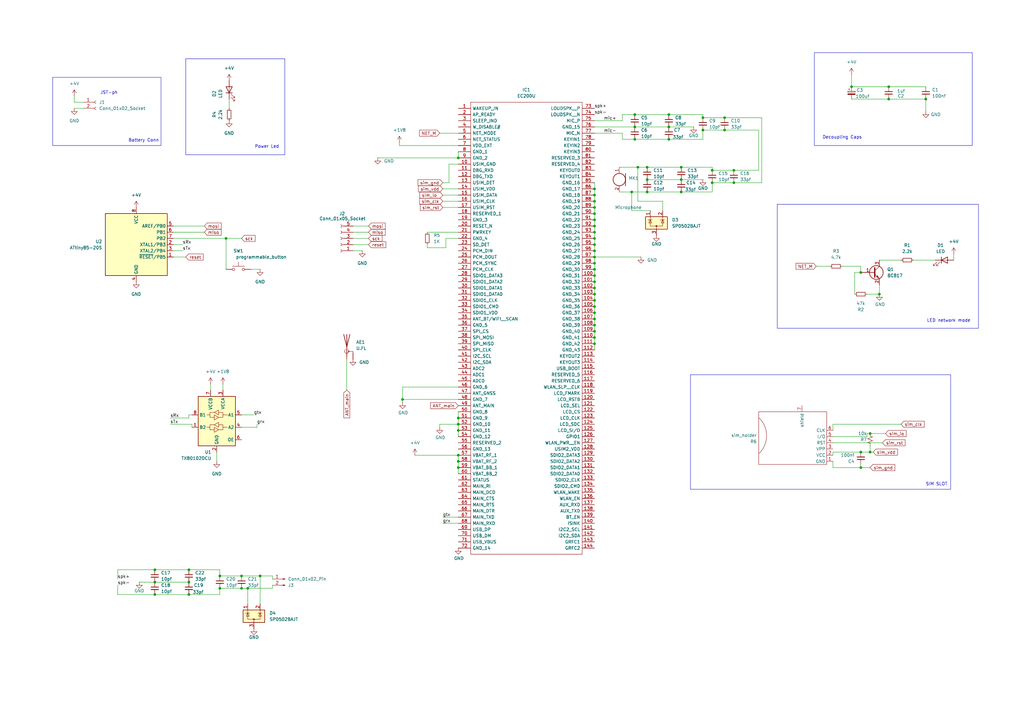
<source format=kicad_sch>
(kicad_sch
	(version 20231120)
	(generator "eeschema")
	(generator_version "8.0")
	(uuid "eb0c4e88-7fcf-49ca-bda7-d566062984d1")
	(paper "A3")
	(lib_symbols
		(symbol "Connector:Conn_01x02_Pin"
			(pin_names
				(offset 1.016) hide)
			(exclude_from_sim no)
			(in_bom yes)
			(on_board yes)
			(property "Reference" "J"
				(at 0 2.54 0)
				(effects
					(font
						(size 1.27 1.27)
					)
				)
			)
			(property "Value" "Conn_01x02_Pin"
				(at 0 -5.08 0)
				(effects
					(font
						(size 1.27 1.27)
					)
				)
			)
			(property "Footprint" ""
				(at 0 0 0)
				(effects
					(font
						(size 1.27 1.27)
					)
					(hide yes)
				)
			)
			(property "Datasheet" "~"
				(at 0 0 0)
				(effects
					(font
						(size 1.27 1.27)
					)
					(hide yes)
				)
			)
			(property "Description" "Generic connector, single row, 01x02, script generated"
				(at 0 0 0)
				(effects
					(font
						(size 1.27 1.27)
					)
					(hide yes)
				)
			)
			(property "ki_locked" ""
				(at 0 0 0)
				(effects
					(font
						(size 1.27 1.27)
					)
				)
			)
			(property "ki_keywords" "connector"
				(at 0 0 0)
				(effects
					(font
						(size 1.27 1.27)
					)
					(hide yes)
				)
			)
			(property "ki_fp_filters" "Connector*:*_1x??_*"
				(at 0 0 0)
				(effects
					(font
						(size 1.27 1.27)
					)
					(hide yes)
				)
			)
			(symbol "Conn_01x02_Pin_1_1"
				(polyline
					(pts
						(xy 1.27 -2.54) (xy 0.8636 -2.54)
					)
					(stroke
						(width 0.1524)
						(type default)
					)
					(fill
						(type none)
					)
				)
				(polyline
					(pts
						(xy 1.27 0) (xy 0.8636 0)
					)
					(stroke
						(width 0.1524)
						(type default)
					)
					(fill
						(type none)
					)
				)
				(rectangle
					(start 0.8636 -2.413)
					(end 0 -2.667)
					(stroke
						(width 0.1524)
						(type default)
					)
					(fill
						(type outline)
					)
				)
				(rectangle
					(start 0.8636 0.127)
					(end 0 -0.127)
					(stroke
						(width 0.1524)
						(type default)
					)
					(fill
						(type outline)
					)
				)
				(pin passive line
					(at 5.08 0 180)
					(length 3.81)
					(name "Pin_1"
						(effects
							(font
								(size 1.27 1.27)
							)
						)
					)
					(number "1"
						(effects
							(font
								(size 1.27 1.27)
							)
						)
					)
				)
				(pin passive line
					(at 5.08 -2.54 180)
					(length 3.81)
					(name "Pin_2"
						(effects
							(font
								(size 1.27 1.27)
							)
						)
					)
					(number "2"
						(effects
							(font
								(size 1.27 1.27)
							)
						)
					)
				)
			)
		)
		(symbol "Connector:Conn_01x02_Socket"
			(pin_names
				(offset 1.016) hide)
			(exclude_from_sim no)
			(in_bom yes)
			(on_board yes)
			(property "Reference" "J"
				(at 0 2.54 0)
				(effects
					(font
						(size 1.27 1.27)
					)
				)
			)
			(property "Value" "Conn_01x02_Socket"
				(at 0 -5.08 0)
				(effects
					(font
						(size 1.27 1.27)
					)
				)
			)
			(property "Footprint" ""
				(at 0 0 0)
				(effects
					(font
						(size 1.27 1.27)
					)
					(hide yes)
				)
			)
			(property "Datasheet" "~"
				(at 0 0 0)
				(effects
					(font
						(size 1.27 1.27)
					)
					(hide yes)
				)
			)
			(property "Description" "Generic connector, single row, 01x02, script generated"
				(at 0 0 0)
				(effects
					(font
						(size 1.27 1.27)
					)
					(hide yes)
				)
			)
			(property "ki_locked" ""
				(at 0 0 0)
				(effects
					(font
						(size 1.27 1.27)
					)
				)
			)
			(property "ki_keywords" "connector"
				(at 0 0 0)
				(effects
					(font
						(size 1.27 1.27)
					)
					(hide yes)
				)
			)
			(property "ki_fp_filters" "Connector*:*_1x??_*"
				(at 0 0 0)
				(effects
					(font
						(size 1.27 1.27)
					)
					(hide yes)
				)
			)
			(symbol "Conn_01x02_Socket_1_1"
				(arc
					(start 0 -2.032)
					(mid -0.5058 -2.54)
					(end 0 -3.048)
					(stroke
						(width 0.1524)
						(type default)
					)
					(fill
						(type none)
					)
				)
				(polyline
					(pts
						(xy -1.27 -2.54) (xy -0.508 -2.54)
					)
					(stroke
						(width 0.1524)
						(type default)
					)
					(fill
						(type none)
					)
				)
				(polyline
					(pts
						(xy -1.27 0) (xy -0.508 0)
					)
					(stroke
						(width 0.1524)
						(type default)
					)
					(fill
						(type none)
					)
				)
				(arc
					(start 0 0.508)
					(mid -0.5058 0)
					(end 0 -0.508)
					(stroke
						(width 0.1524)
						(type default)
					)
					(fill
						(type none)
					)
				)
				(pin passive line
					(at -5.08 0 0)
					(length 3.81)
					(name "Pin_1"
						(effects
							(font
								(size 1.27 1.27)
							)
						)
					)
					(number "1"
						(effects
							(font
								(size 1.27 1.27)
							)
						)
					)
				)
				(pin passive line
					(at -5.08 -2.54 0)
					(length 3.81)
					(name "Pin_2"
						(effects
							(font
								(size 1.27 1.27)
							)
						)
					)
					(number "2"
						(effects
							(font
								(size 1.27 1.27)
							)
						)
					)
				)
			)
		)
		(symbol "Connector:Conn_01x05_Socket"
			(pin_names
				(offset 1.016) hide)
			(exclude_from_sim no)
			(in_bom yes)
			(on_board yes)
			(property "Reference" "J"
				(at 0 7.62 0)
				(effects
					(font
						(size 1.27 1.27)
					)
				)
			)
			(property "Value" "Conn_01x05_Socket"
				(at 0 -7.62 0)
				(effects
					(font
						(size 1.27 1.27)
					)
				)
			)
			(property "Footprint" ""
				(at 0 0 0)
				(effects
					(font
						(size 1.27 1.27)
					)
					(hide yes)
				)
			)
			(property "Datasheet" "~"
				(at 0 0 0)
				(effects
					(font
						(size 1.27 1.27)
					)
					(hide yes)
				)
			)
			(property "Description" "Generic connector, single row, 01x05, script generated"
				(at 0 0 0)
				(effects
					(font
						(size 1.27 1.27)
					)
					(hide yes)
				)
			)
			(property "ki_locked" ""
				(at 0 0 0)
				(effects
					(font
						(size 1.27 1.27)
					)
				)
			)
			(property "ki_keywords" "connector"
				(at 0 0 0)
				(effects
					(font
						(size 1.27 1.27)
					)
					(hide yes)
				)
			)
			(property "ki_fp_filters" "Connector*:*_1x??_*"
				(at 0 0 0)
				(effects
					(font
						(size 1.27 1.27)
					)
					(hide yes)
				)
			)
			(symbol "Conn_01x05_Socket_1_1"
				(arc
					(start 0 -4.572)
					(mid -0.5058 -5.08)
					(end 0 -5.588)
					(stroke
						(width 0.1524)
						(type default)
					)
					(fill
						(type none)
					)
				)
				(arc
					(start 0 -2.032)
					(mid -0.5058 -2.54)
					(end 0 -3.048)
					(stroke
						(width 0.1524)
						(type default)
					)
					(fill
						(type none)
					)
				)
				(polyline
					(pts
						(xy -1.27 -5.08) (xy -0.508 -5.08)
					)
					(stroke
						(width 0.1524)
						(type default)
					)
					(fill
						(type none)
					)
				)
				(polyline
					(pts
						(xy -1.27 -2.54) (xy -0.508 -2.54)
					)
					(stroke
						(width 0.1524)
						(type default)
					)
					(fill
						(type none)
					)
				)
				(polyline
					(pts
						(xy -1.27 0) (xy -0.508 0)
					)
					(stroke
						(width 0.1524)
						(type default)
					)
					(fill
						(type none)
					)
				)
				(polyline
					(pts
						(xy -1.27 2.54) (xy -0.508 2.54)
					)
					(stroke
						(width 0.1524)
						(type default)
					)
					(fill
						(type none)
					)
				)
				(polyline
					(pts
						(xy -1.27 5.08) (xy -0.508 5.08)
					)
					(stroke
						(width 0.1524)
						(type default)
					)
					(fill
						(type none)
					)
				)
				(arc
					(start 0 0.508)
					(mid -0.5058 0)
					(end 0 -0.508)
					(stroke
						(width 0.1524)
						(type default)
					)
					(fill
						(type none)
					)
				)
				(arc
					(start 0 3.048)
					(mid -0.5058 2.54)
					(end 0 2.032)
					(stroke
						(width 0.1524)
						(type default)
					)
					(fill
						(type none)
					)
				)
				(arc
					(start 0 5.588)
					(mid -0.5058 5.08)
					(end 0 4.572)
					(stroke
						(width 0.1524)
						(type default)
					)
					(fill
						(type none)
					)
				)
				(pin passive line
					(at -5.08 5.08 0)
					(length 3.81)
					(name "Pin_1"
						(effects
							(font
								(size 1.27 1.27)
							)
						)
					)
					(number "1"
						(effects
							(font
								(size 1.27 1.27)
							)
						)
					)
				)
				(pin passive line
					(at -5.08 2.54 0)
					(length 3.81)
					(name "Pin_2"
						(effects
							(font
								(size 1.27 1.27)
							)
						)
					)
					(number "2"
						(effects
							(font
								(size 1.27 1.27)
							)
						)
					)
				)
				(pin passive line
					(at -5.08 0 0)
					(length 3.81)
					(name "Pin_3"
						(effects
							(font
								(size 1.27 1.27)
							)
						)
					)
					(number "3"
						(effects
							(font
								(size 1.27 1.27)
							)
						)
					)
				)
				(pin passive line
					(at -5.08 -2.54 0)
					(length 3.81)
					(name "Pin_4"
						(effects
							(font
								(size 1.27 1.27)
							)
						)
					)
					(number "4"
						(effects
							(font
								(size 1.27 1.27)
							)
						)
					)
				)
				(pin passive line
					(at -5.08 -5.08 0)
					(length 3.81)
					(name "Pin_5"
						(effects
							(font
								(size 1.27 1.27)
							)
						)
					)
					(number "5"
						(effects
							(font
								(size 1.27 1.27)
							)
						)
					)
				)
			)
		)
		(symbol "Device:Antenna_Shield"
			(pin_numbers hide)
			(pin_names
				(offset 1.016) hide)
			(exclude_from_sim no)
			(in_bom yes)
			(on_board yes)
			(property "Reference" "AE"
				(at -1.905 4.445 0)
				(effects
					(font
						(size 1.27 1.27)
					)
					(justify right)
				)
			)
			(property "Value" "Antenna_Shield"
				(at -1.905 2.54 0)
				(effects
					(font
						(size 1.27 1.27)
					)
					(justify right)
				)
			)
			(property "Footprint" ""
				(at 0 2.54 0)
				(effects
					(font
						(size 1.27 1.27)
					)
					(hide yes)
				)
			)
			(property "Datasheet" "~"
				(at 0 2.54 0)
				(effects
					(font
						(size 1.27 1.27)
					)
					(hide yes)
				)
			)
			(property "Description" "Antenna with extra pin for shielding"
				(at 0 0 0)
				(effects
					(font
						(size 1.27 1.27)
					)
					(hide yes)
				)
			)
			(property "ki_keywords" "antenna"
				(at 0 0 0)
				(effects
					(font
						(size 1.27 1.27)
					)
					(hide yes)
				)
			)
			(symbol "Antenna_Shield_0_1"
				(arc
					(start -0.508 -1.143)
					(mid -0.8485 -2.1032)
					(end 0 -2.667)
					(stroke
						(width 0)
						(type default)
					)
					(fill
						(type none)
					)
				)
				(arc
					(start 0 -2.667)
					(mid 0.8047 -2.0885)
					(end 0.508 -1.143)
					(stroke
						(width 0)
						(type default)
					)
					(fill
						(type none)
					)
				)
				(polyline
					(pts
						(xy 0 -2.54) (xy 0 0)
					)
					(stroke
						(width 0)
						(type default)
					)
					(fill
						(type none)
					)
				)
				(polyline
					(pts
						(xy 0 5.08) (xy 0 -3.81)
					)
					(stroke
						(width 0.254)
						(type default)
					)
					(fill
						(type none)
					)
				)
				(polyline
					(pts
						(xy 0.762 -1.905) (xy 2.54 -1.905)
					)
					(stroke
						(width 0)
						(type default)
					)
					(fill
						(type none)
					)
				)
				(polyline
					(pts
						(xy 2.54 -2.54) (xy 2.54 -1.905)
					)
					(stroke
						(width 0)
						(type default)
					)
					(fill
						(type none)
					)
				)
				(polyline
					(pts
						(xy 1.27 5.08) (xy 0 0) (xy -1.27 5.08)
					)
					(stroke
						(width 0.254)
						(type default)
					)
					(fill
						(type none)
					)
				)
				(circle
					(center 0.762 -1.905)
					(radius 0.1778)
					(stroke
						(width 0)
						(type default)
					)
					(fill
						(type outline)
					)
				)
			)
			(symbol "Antenna_Shield_1_1"
				(pin input line
					(at 0 -5.08 90)
					(length 2.54)
					(name "A"
						(effects
							(font
								(size 1.27 1.27)
							)
						)
					)
					(number "1"
						(effects
							(font
								(size 1.27 1.27)
							)
						)
					)
				)
				(pin input line
					(at 2.54 -5.08 90)
					(length 2.54)
					(name "Shield"
						(effects
							(font
								(size 1.27 1.27)
							)
						)
					)
					(number "2"
						(effects
							(font
								(size 1.27 1.27)
							)
						)
					)
				)
			)
		)
		(symbol "Device:C_Polarized_Small"
			(pin_numbers hide)
			(pin_names
				(offset 0.254) hide)
			(exclude_from_sim no)
			(in_bom yes)
			(on_board yes)
			(property "Reference" "C"
				(at 0.254 1.778 0)
				(effects
					(font
						(size 1.27 1.27)
					)
					(justify left)
				)
			)
			(property "Value" "C_Polarized_Small"
				(at 0.254 -2.032 0)
				(effects
					(font
						(size 1.27 1.27)
					)
					(justify left)
				)
			)
			(property "Footprint" ""
				(at 0 0 0)
				(effects
					(font
						(size 1.27 1.27)
					)
					(hide yes)
				)
			)
			(property "Datasheet" "~"
				(at 0 0 0)
				(effects
					(font
						(size 1.27 1.27)
					)
					(hide yes)
				)
			)
			(property "Description" "Polarized capacitor, small symbol"
				(at 0 0 0)
				(effects
					(font
						(size 1.27 1.27)
					)
					(hide yes)
				)
			)
			(property "ki_keywords" "cap capacitor"
				(at 0 0 0)
				(effects
					(font
						(size 1.27 1.27)
					)
					(hide yes)
				)
			)
			(property "ki_fp_filters" "CP_*"
				(at 0 0 0)
				(effects
					(font
						(size 1.27 1.27)
					)
					(hide yes)
				)
			)
			(symbol "C_Polarized_Small_0_1"
				(rectangle
					(start -1.524 -0.3048)
					(end 1.524 -0.6858)
					(stroke
						(width 0)
						(type default)
					)
					(fill
						(type outline)
					)
				)
				(rectangle
					(start -1.524 0.6858)
					(end 1.524 0.3048)
					(stroke
						(width 0)
						(type default)
					)
					(fill
						(type none)
					)
				)
				(polyline
					(pts
						(xy -1.27 1.524) (xy -0.762 1.524)
					)
					(stroke
						(width 0)
						(type default)
					)
					(fill
						(type none)
					)
				)
				(polyline
					(pts
						(xy -1.016 1.27) (xy -1.016 1.778)
					)
					(stroke
						(width 0)
						(type default)
					)
					(fill
						(type none)
					)
				)
			)
			(symbol "C_Polarized_Small_1_1"
				(pin passive line
					(at 0 2.54 270)
					(length 1.8542)
					(name "~"
						(effects
							(font
								(size 1.27 1.27)
							)
						)
					)
					(number "1"
						(effects
							(font
								(size 1.27 1.27)
							)
						)
					)
				)
				(pin passive line
					(at 0 -2.54 90)
					(length 1.8542)
					(name "~"
						(effects
							(font
								(size 1.27 1.27)
							)
						)
					)
					(number "2"
						(effects
							(font
								(size 1.27 1.27)
							)
						)
					)
				)
			)
		)
		(symbol "Device:C_Small"
			(pin_numbers hide)
			(pin_names
				(offset 0.254) hide)
			(exclude_from_sim no)
			(in_bom yes)
			(on_board yes)
			(property "Reference" "C"
				(at 0.254 1.778 0)
				(effects
					(font
						(size 1.27 1.27)
					)
					(justify left)
				)
			)
			(property "Value" "C_Small"
				(at 0.254 -2.032 0)
				(effects
					(font
						(size 1.27 1.27)
					)
					(justify left)
				)
			)
			(property "Footprint" ""
				(at 0 0 0)
				(effects
					(font
						(size 1.27 1.27)
					)
					(hide yes)
				)
			)
			(property "Datasheet" "~"
				(at 0 0 0)
				(effects
					(font
						(size 1.27 1.27)
					)
					(hide yes)
				)
			)
			(property "Description" "Unpolarized capacitor, small symbol"
				(at 0 0 0)
				(effects
					(font
						(size 1.27 1.27)
					)
					(hide yes)
				)
			)
			(property "ki_keywords" "capacitor cap"
				(at 0 0 0)
				(effects
					(font
						(size 1.27 1.27)
					)
					(hide yes)
				)
			)
			(property "ki_fp_filters" "C_*"
				(at 0 0 0)
				(effects
					(font
						(size 1.27 1.27)
					)
					(hide yes)
				)
			)
			(symbol "C_Small_0_1"
				(polyline
					(pts
						(xy -1.524 -0.508) (xy 1.524 -0.508)
					)
					(stroke
						(width 0.3302)
						(type default)
					)
					(fill
						(type none)
					)
				)
				(polyline
					(pts
						(xy -1.524 0.508) (xy 1.524 0.508)
					)
					(stroke
						(width 0.3048)
						(type default)
					)
					(fill
						(type none)
					)
				)
			)
			(symbol "C_Small_1_1"
				(pin passive line
					(at 0 2.54 270)
					(length 2.032)
					(name "~"
						(effects
							(font
								(size 1.27 1.27)
							)
						)
					)
					(number "1"
						(effects
							(font
								(size 1.27 1.27)
							)
						)
					)
				)
				(pin passive line
					(at 0 -2.54 90)
					(length 2.032)
					(name "~"
						(effects
							(font
								(size 1.27 1.27)
							)
						)
					)
					(number "2"
						(effects
							(font
								(size 1.27 1.27)
							)
						)
					)
				)
			)
		)
		(symbol "Device:LED"
			(pin_numbers hide)
			(pin_names
				(offset 1.016) hide)
			(exclude_from_sim no)
			(in_bom yes)
			(on_board yes)
			(property "Reference" "D"
				(at 0 2.54 0)
				(effects
					(font
						(size 1.27 1.27)
					)
				)
			)
			(property "Value" "LED"
				(at 0 -2.54 0)
				(effects
					(font
						(size 1.27 1.27)
					)
				)
			)
			(property "Footprint" ""
				(at 0 0 0)
				(effects
					(font
						(size 1.27 1.27)
					)
					(hide yes)
				)
			)
			(property "Datasheet" "~"
				(at 0 0 0)
				(effects
					(font
						(size 1.27 1.27)
					)
					(hide yes)
				)
			)
			(property "Description" "Light emitting diode"
				(at 0 0 0)
				(effects
					(font
						(size 1.27 1.27)
					)
					(hide yes)
				)
			)
			(property "ki_keywords" "LED diode"
				(at 0 0 0)
				(effects
					(font
						(size 1.27 1.27)
					)
					(hide yes)
				)
			)
			(property "ki_fp_filters" "LED* LED_SMD:* LED_THT:*"
				(at 0 0 0)
				(effects
					(font
						(size 1.27 1.27)
					)
					(hide yes)
				)
			)
			(symbol "LED_0_1"
				(polyline
					(pts
						(xy -1.27 -1.27) (xy -1.27 1.27)
					)
					(stroke
						(width 0.254)
						(type default)
					)
					(fill
						(type none)
					)
				)
				(polyline
					(pts
						(xy -1.27 0) (xy 1.27 0)
					)
					(stroke
						(width 0)
						(type default)
					)
					(fill
						(type none)
					)
				)
				(polyline
					(pts
						(xy 1.27 -1.27) (xy 1.27 1.27) (xy -1.27 0) (xy 1.27 -1.27)
					)
					(stroke
						(width 0.254)
						(type default)
					)
					(fill
						(type none)
					)
				)
				(polyline
					(pts
						(xy -3.048 -0.762) (xy -4.572 -2.286) (xy -3.81 -2.286) (xy -4.572 -2.286) (xy -4.572 -1.524)
					)
					(stroke
						(width 0)
						(type default)
					)
					(fill
						(type none)
					)
				)
				(polyline
					(pts
						(xy -1.778 -0.762) (xy -3.302 -2.286) (xy -2.54 -2.286) (xy -3.302 -2.286) (xy -3.302 -1.524)
					)
					(stroke
						(width 0)
						(type default)
					)
					(fill
						(type none)
					)
				)
			)
			(symbol "LED_1_1"
				(pin passive line
					(at -3.81 0 0)
					(length 2.54)
					(name "K"
						(effects
							(font
								(size 1.27 1.27)
							)
						)
					)
					(number "1"
						(effects
							(font
								(size 1.27 1.27)
							)
						)
					)
				)
				(pin passive line
					(at 3.81 0 180)
					(length 2.54)
					(name "A"
						(effects
							(font
								(size 1.27 1.27)
							)
						)
					)
					(number "2"
						(effects
							(font
								(size 1.27 1.27)
							)
						)
					)
				)
			)
		)
		(symbol "Device:Microphone"
			(pin_names
				(offset 0.0254) hide)
			(exclude_from_sim no)
			(in_bom yes)
			(on_board yes)
			(property "Reference" "MK"
				(at -3.81 1.27 0)
				(effects
					(font
						(size 1.27 1.27)
					)
					(justify right)
				)
			)
			(property "Value" "Microphone"
				(at -3.81 -0.635 0)
				(effects
					(font
						(size 1.27 1.27)
					)
					(justify right)
				)
			)
			(property "Footprint" ""
				(at 0 2.54 90)
				(effects
					(font
						(size 1.27 1.27)
					)
					(hide yes)
				)
			)
			(property "Datasheet" "~"
				(at 0 2.54 90)
				(effects
					(font
						(size 1.27 1.27)
					)
					(hide yes)
				)
			)
			(property "Description" "Microphone"
				(at 0 0 0)
				(effects
					(font
						(size 1.27 1.27)
					)
					(hide yes)
				)
			)
			(property "ki_keywords" "microphone"
				(at 0 0 0)
				(effects
					(font
						(size 1.27 1.27)
					)
					(hide yes)
				)
			)
			(symbol "Microphone_0_1"
				(polyline
					(pts
						(xy -2.54 2.54) (xy -2.54 -2.54)
					)
					(stroke
						(width 0.254)
						(type default)
					)
					(fill
						(type none)
					)
				)
				(polyline
					(pts
						(xy 0.254 3.81) (xy 0.762 3.81)
					)
					(stroke
						(width 0)
						(type default)
					)
					(fill
						(type none)
					)
				)
				(polyline
					(pts
						(xy 0.508 4.064) (xy 0.508 3.556)
					)
					(stroke
						(width 0)
						(type default)
					)
					(fill
						(type none)
					)
				)
				(circle
					(center 0 0)
					(radius 2.54)
					(stroke
						(width 0.254)
						(type default)
					)
					(fill
						(type none)
					)
				)
			)
			(symbol "Microphone_1_1"
				(pin passive line
					(at 0 -5.08 90)
					(length 2.54)
					(name "-"
						(effects
							(font
								(size 1.27 1.27)
							)
						)
					)
					(number "1"
						(effects
							(font
								(size 1.27 1.27)
							)
						)
					)
				)
				(pin passive line
					(at 0 5.08 270)
					(length 2.54)
					(name "+"
						(effects
							(font
								(size 1.27 1.27)
							)
						)
					)
					(number "2"
						(effects
							(font
								(size 1.27 1.27)
							)
						)
					)
				)
			)
		)
		(symbol "Device:R_Small"
			(pin_numbers hide)
			(pin_names
				(offset 0.254) hide)
			(exclude_from_sim no)
			(in_bom yes)
			(on_board yes)
			(property "Reference" "R"
				(at 0.762 0.508 0)
				(effects
					(font
						(size 1.27 1.27)
					)
					(justify left)
				)
			)
			(property "Value" "R_Small"
				(at 0.762 -1.016 0)
				(effects
					(font
						(size 1.27 1.27)
					)
					(justify left)
				)
			)
			(property "Footprint" ""
				(at 0 0 0)
				(effects
					(font
						(size 1.27 1.27)
					)
					(hide yes)
				)
			)
			(property "Datasheet" "~"
				(at 0 0 0)
				(effects
					(font
						(size 1.27 1.27)
					)
					(hide yes)
				)
			)
			(property "Description" "Resistor, small symbol"
				(at 0 0 0)
				(effects
					(font
						(size 1.27 1.27)
					)
					(hide yes)
				)
			)
			(property "ki_keywords" "R resistor"
				(at 0 0 0)
				(effects
					(font
						(size 1.27 1.27)
					)
					(hide yes)
				)
			)
			(property "ki_fp_filters" "R_*"
				(at 0 0 0)
				(effects
					(font
						(size 1.27 1.27)
					)
					(hide yes)
				)
			)
			(symbol "R_Small_0_1"
				(rectangle
					(start -0.762 1.778)
					(end 0.762 -1.778)
					(stroke
						(width 0.2032)
						(type default)
					)
					(fill
						(type none)
					)
				)
			)
			(symbol "R_Small_1_1"
				(pin passive line
					(at 0 2.54 270)
					(length 0.762)
					(name "~"
						(effects
							(font
								(size 1.27 1.27)
							)
						)
					)
					(number "1"
						(effects
							(font
								(size 1.27 1.27)
							)
						)
					)
				)
				(pin passive line
					(at 0 -2.54 90)
					(length 0.762)
					(name "~"
						(effects
							(font
								(size 1.27 1.27)
							)
						)
					)
					(number "2"
						(effects
							(font
								(size 1.27 1.27)
							)
						)
					)
				)
			)
		)
		(symbol "Device:R_Small_US"
			(pin_numbers hide)
			(pin_names
				(offset 0.254) hide)
			(exclude_from_sim no)
			(in_bom yes)
			(on_board yes)
			(property "Reference" "R"
				(at 0.762 0.508 0)
				(effects
					(font
						(size 1.27 1.27)
					)
					(justify left)
				)
			)
			(property "Value" "R_Small_US"
				(at 0.762 -1.016 0)
				(effects
					(font
						(size 1.27 1.27)
					)
					(justify left)
				)
			)
			(property "Footprint" ""
				(at 0 0 0)
				(effects
					(font
						(size 1.27 1.27)
					)
					(hide yes)
				)
			)
			(property "Datasheet" "~"
				(at 0 0 0)
				(effects
					(font
						(size 1.27 1.27)
					)
					(hide yes)
				)
			)
			(property "Description" "Resistor, small US symbol"
				(at 0 0 0)
				(effects
					(font
						(size 1.27 1.27)
					)
					(hide yes)
				)
			)
			(property "ki_keywords" "r resistor"
				(at 0 0 0)
				(effects
					(font
						(size 1.27 1.27)
					)
					(hide yes)
				)
			)
			(property "ki_fp_filters" "R_*"
				(at 0 0 0)
				(effects
					(font
						(size 1.27 1.27)
					)
					(hide yes)
				)
			)
			(symbol "R_Small_US_1_1"
				(polyline
					(pts
						(xy 0 0) (xy 1.016 -0.381) (xy 0 -0.762) (xy -1.016 -1.143) (xy 0 -1.524)
					)
					(stroke
						(width 0)
						(type default)
					)
					(fill
						(type none)
					)
				)
				(polyline
					(pts
						(xy 0 1.524) (xy 1.016 1.143) (xy 0 0.762) (xy -1.016 0.381) (xy 0 0)
					)
					(stroke
						(width 0)
						(type default)
					)
					(fill
						(type none)
					)
				)
				(pin passive line
					(at 0 2.54 270)
					(length 1.016)
					(name "~"
						(effects
							(font
								(size 1.27 1.27)
							)
						)
					)
					(number "1"
						(effects
							(font
								(size 1.27 1.27)
							)
						)
					)
				)
				(pin passive line
					(at 0 -2.54 90)
					(length 1.016)
					(name "~"
						(effects
							(font
								(size 1.27 1.27)
							)
						)
					)
					(number "2"
						(effects
							(font
								(size 1.27 1.27)
							)
						)
					)
				)
			)
		)
		(symbol "EC200U:EC200U"
			(pin_names
				(offset 0.762)
			)
			(exclude_from_sim no)
			(in_bom yes)
			(on_board yes)
			(property "Reference" "IC"
				(at 52.07 7.62 0)
				(effects
					(font
						(size 1.27 1.27)
					)
					(justify left)
				)
			)
			(property "Value" "EC200U"
				(at 52.07 5.08 0)
				(effects
					(font
						(size 1.27 1.27)
					)
					(justify left)
				)
			)
			(property "Footprint" "EC200U"
				(at 52.07 2.54 0)
				(effects
					(font
						(size 1.27 1.27)
					)
					(justify left)
					(hide yes)
				)
			)
			(property "Datasheet" "https://drive.google.com/file/d/1eptLu98ynaKmYC8Qn_q-jmLHFTbR9duW/view?usp=sharing"
				(at 52.07 0 0)
				(effects
					(font
						(size 1.27 1.27)
					)
					(justify left)
					(hide yes)
				)
			)
			(property "Description" "LTE standard module Bluetooth wireless communication 4G cat1 module all-network"
				(at 52.07 -2.54 0)
				(effects
					(font
						(size 1.27 1.27)
					)
					(justify left)
					(hide yes)
				)
			)
			(property "Height" "2.6"
				(at 52.07 -5.08 0)
				(effects
					(font
						(size 1.27 1.27)
					)
					(justify left)
					(hide yes)
				)
			)
			(property "Manufacturer_Name" "Quectel"
				(at 52.07 -7.62 0)
				(effects
					(font
						(size 1.27 1.27)
					)
					(justify left)
					(hide yes)
				)
			)
			(property "Manufacturer_Part_Number" "EC200U"
				(at 52.07 -10.16 0)
				(effects
					(font
						(size 1.27 1.27)
					)
					(justify left)
					(hide yes)
				)
			)
			(property "Mouser Part Number" ""
				(at 52.07 -12.7 0)
				(effects
					(font
						(size 1.27 1.27)
					)
					(justify left)
					(hide yes)
				)
			)
			(property "Mouser Price/Stock" ""
				(at 52.07 -15.24 0)
				(effects
					(font
						(size 1.27 1.27)
					)
					(justify left)
					(hide yes)
				)
			)
			(property "Arrow Part Number" ""
				(at 52.07 -17.78 0)
				(effects
					(font
						(size 1.27 1.27)
					)
					(justify left)
					(hide yes)
				)
			)
			(property "Arrow Price/Stock" ""
				(at 52.07 -20.32 0)
				(effects
					(font
						(size 1.27 1.27)
					)
					(justify left)
					(hide yes)
				)
			)
			(symbol "EC200U_0_0"
				(pin passive line
					(at 0 0 0)
					(length 5.08)
					(name "WAKEUP_IN"
						(effects
							(font
								(size 1.27 1.27)
							)
						)
					)
					(number "1"
						(effects
							(font
								(size 1.27 1.27)
							)
						)
					)
				)
				(pin passive line
					(at 0 -22.86 0)
					(length 5.08)
					(name "USIM_GND"
						(effects
							(font
								(size 1.27 1.27)
							)
						)
					)
					(number "10"
						(effects
							(font
								(size 1.27 1.27)
							)
						)
					)
				)
				(pin passive line
					(at 55.88 -68.58 180)
					(length 5.08)
					(name "GND_31"
						(effects
							(font
								(size 1.27 1.27)
							)
						)
					)
					(number "100"
						(effects
							(font
								(size 1.27 1.27)
							)
						)
					)
				)
				(pin passive line
					(at 55.88 -71.12 180)
					(length 5.08)
					(name "GND_32"
						(effects
							(font
								(size 1.27 1.27)
							)
						)
					)
					(number "101"
						(effects
							(font
								(size 1.27 1.27)
							)
						)
					)
				)
				(pin passive line
					(at 55.88 -73.66 180)
					(length 5.08)
					(name "GND_33"
						(effects
							(font
								(size 1.27 1.27)
							)
						)
					)
					(number "102"
						(effects
							(font
								(size 1.27 1.27)
							)
						)
					)
				)
				(pin passive line
					(at 55.88 -76.2 180)
					(length 5.08)
					(name "GND_34"
						(effects
							(font
								(size 1.27 1.27)
							)
						)
					)
					(number "103"
						(effects
							(font
								(size 1.27 1.27)
							)
						)
					)
				)
				(pin passive line
					(at 55.88 -78.74 180)
					(length 5.08)
					(name "GND_35"
						(effects
							(font
								(size 1.27 1.27)
							)
						)
					)
					(number "104"
						(effects
							(font
								(size 1.27 1.27)
							)
						)
					)
				)
				(pin passive line
					(at 55.88 -81.28 180)
					(length 5.08)
					(name "GND_36"
						(effects
							(font
								(size 1.27 1.27)
							)
						)
					)
					(number "105"
						(effects
							(font
								(size 1.27 1.27)
							)
						)
					)
				)
				(pin passive line
					(at 55.88 -83.82 180)
					(length 5.08)
					(name "GND_37"
						(effects
							(font
								(size 1.27 1.27)
							)
						)
					)
					(number "106"
						(effects
							(font
								(size 1.27 1.27)
							)
						)
					)
				)
				(pin passive line
					(at 55.88 -86.36 180)
					(length 5.08)
					(name "GND_38"
						(effects
							(font
								(size 1.27 1.27)
							)
						)
					)
					(number "107"
						(effects
							(font
								(size 1.27 1.27)
							)
						)
					)
				)
				(pin passive line
					(at 55.88 -88.9 180)
					(length 5.08)
					(name "GND_39"
						(effects
							(font
								(size 1.27 1.27)
							)
						)
					)
					(number "108"
						(effects
							(font
								(size 1.27 1.27)
							)
						)
					)
				)
				(pin passive line
					(at 55.88 -91.44 180)
					(length 5.08)
					(name "GND_40"
						(effects
							(font
								(size 1.27 1.27)
							)
						)
					)
					(number "109"
						(effects
							(font
								(size 1.27 1.27)
							)
						)
					)
				)
				(pin passive line
					(at 0 -25.4 0)
					(length 5.08)
					(name "DBG_RXD"
						(effects
							(font
								(size 1.27 1.27)
							)
						)
					)
					(number "11"
						(effects
							(font
								(size 1.27 1.27)
							)
						)
					)
				)
				(pin passive line
					(at 55.88 -93.98 180)
					(length 5.08)
					(name "GND_41"
						(effects
							(font
								(size 1.27 1.27)
							)
						)
					)
					(number "110"
						(effects
							(font
								(size 1.27 1.27)
							)
						)
					)
				)
				(pin passive line
					(at 55.88 -96.52 180)
					(length 5.08)
					(name "GND_42"
						(effects
							(font
								(size 1.27 1.27)
							)
						)
					)
					(number "111"
						(effects
							(font
								(size 1.27 1.27)
							)
						)
					)
				)
				(pin passive line
					(at 55.88 -99.06 180)
					(length 5.08)
					(name "GND_43"
						(effects
							(font
								(size 1.27 1.27)
							)
						)
					)
					(number "112"
						(effects
							(font
								(size 1.27 1.27)
							)
						)
					)
				)
				(pin passive line
					(at 55.88 -101.6 180)
					(length 5.08)
					(name "KEYOUT2"
						(effects
							(font
								(size 1.27 1.27)
							)
						)
					)
					(number "113"
						(effects
							(font
								(size 1.27 1.27)
							)
						)
					)
				)
				(pin passive line
					(at 55.88 -104.14 180)
					(length 5.08)
					(name "KEYOUT3"
						(effects
							(font
								(size 1.27 1.27)
							)
						)
					)
					(number "114"
						(effects
							(font
								(size 1.27 1.27)
							)
						)
					)
				)
				(pin passive line
					(at 55.88 -106.68 180)
					(length 5.08)
					(name "USB_BOOT"
						(effects
							(font
								(size 1.27 1.27)
							)
						)
					)
					(number "115"
						(effects
							(font
								(size 1.27 1.27)
							)
						)
					)
				)
				(pin passive line
					(at 55.88 -109.22 180)
					(length 5.08)
					(name "RESERVED_5"
						(effects
							(font
								(size 1.27 1.27)
							)
						)
					)
					(number "116"
						(effects
							(font
								(size 1.27 1.27)
							)
						)
					)
				)
				(pin passive line
					(at 55.88 -111.76 180)
					(length 5.08)
					(name "RESERVED_6"
						(effects
							(font
								(size 1.27 1.27)
							)
						)
					)
					(number "117"
						(effects
							(font
								(size 1.27 1.27)
							)
						)
					)
				)
				(pin passive line
					(at 55.88 -114.3 180)
					(length 5.08)
					(name "WLAN_SLP__CLK"
						(effects
							(font
								(size 1.27 1.27)
							)
						)
					)
					(number "118"
						(effects
							(font
								(size 1.27 1.27)
							)
						)
					)
				)
				(pin passive line
					(at 55.88 -116.84 180)
					(length 5.08)
					(name "LCD_FMARK"
						(effects
							(font
								(size 1.27 1.27)
							)
						)
					)
					(number "119"
						(effects
							(font
								(size 1.27 1.27)
							)
						)
					)
				)
				(pin passive line
					(at 0 -27.94 0)
					(length 5.08)
					(name "DBG_TXD"
						(effects
							(font
								(size 1.27 1.27)
							)
						)
					)
					(number "12"
						(effects
							(font
								(size 1.27 1.27)
							)
						)
					)
				)
				(pin passive line
					(at 55.88 -119.38 180)
					(length 5.08)
					(name "LCD_RSTB"
						(effects
							(font
								(size 1.27 1.27)
							)
						)
					)
					(number "120"
						(effects
							(font
								(size 1.27 1.27)
							)
						)
					)
				)
				(pin passive line
					(at 55.88 -121.92 180)
					(length 5.08)
					(name "LCD_SEL"
						(effects
							(font
								(size 1.27 1.27)
							)
						)
					)
					(number "121"
						(effects
							(font
								(size 1.27 1.27)
							)
						)
					)
				)
				(pin passive line
					(at 55.88 -124.46 180)
					(length 5.08)
					(name "LCD_CS"
						(effects
							(font
								(size 1.27 1.27)
							)
						)
					)
					(number "122"
						(effects
							(font
								(size 1.27 1.27)
							)
						)
					)
				)
				(pin passive line
					(at 55.88 -127 180)
					(length 5.08)
					(name "LCD_CLK"
						(effects
							(font
								(size 1.27 1.27)
							)
						)
					)
					(number "123"
						(effects
							(font
								(size 1.27 1.27)
							)
						)
					)
				)
				(pin passive line
					(at 55.88 -129.54 180)
					(length 5.08)
					(name "LCD_SDC"
						(effects
							(font
								(size 1.27 1.27)
							)
						)
					)
					(number "124"
						(effects
							(font
								(size 1.27 1.27)
							)
						)
					)
				)
				(pin passive line
					(at 55.88 -132.08 180)
					(length 5.08)
					(name "LCD_SI/O"
						(effects
							(font
								(size 1.27 1.27)
							)
						)
					)
					(number "125"
						(effects
							(font
								(size 1.27 1.27)
							)
						)
					)
				)
				(pin passive line
					(at 55.88 -134.62 180)
					(length 5.08)
					(name "GPIO1"
						(effects
							(font
								(size 1.27 1.27)
							)
						)
					)
					(number "126"
						(effects
							(font
								(size 1.27 1.27)
							)
						)
					)
				)
				(pin passive line
					(at 55.88 -137.16 180)
					(length 5.08)
					(name "WLAN_PWR__EN"
						(effects
							(font
								(size 1.27 1.27)
							)
						)
					)
					(number "127"
						(effects
							(font
								(size 1.27 1.27)
							)
						)
					)
				)
				(pin passive line
					(at 55.88 -139.7 180)
					(length 5.08)
					(name "USIM2_VDD"
						(effects
							(font
								(size 1.27 1.27)
							)
						)
					)
					(number "128"
						(effects
							(font
								(size 1.27 1.27)
							)
						)
					)
				)
				(pin passive line
					(at 55.88 -142.24 180)
					(length 5.08)
					(name "SDIO2_DATA3"
						(effects
							(font
								(size 1.27 1.27)
							)
						)
					)
					(number "129"
						(effects
							(font
								(size 1.27 1.27)
							)
						)
					)
				)
				(pin passive line
					(at 0 -30.48 0)
					(length 5.08)
					(name "USIM_DET"
						(effects
							(font
								(size 1.27 1.27)
							)
						)
					)
					(number "13"
						(effects
							(font
								(size 1.27 1.27)
							)
						)
					)
				)
				(pin passive line
					(at 55.88 -144.78 180)
					(length 5.08)
					(name "SDIO2_DATA2"
						(effects
							(font
								(size 1.27 1.27)
							)
						)
					)
					(number "130"
						(effects
							(font
								(size 1.27 1.27)
							)
						)
					)
				)
				(pin passive line
					(at 55.88 -147.32 180)
					(length 5.08)
					(name "SDIO2_DATA1"
						(effects
							(font
								(size 1.27 1.27)
							)
						)
					)
					(number "131"
						(effects
							(font
								(size 1.27 1.27)
							)
						)
					)
				)
				(pin passive line
					(at 55.88 -149.86 180)
					(length 5.08)
					(name "SDIO2_DATA0"
						(effects
							(font
								(size 1.27 1.27)
							)
						)
					)
					(number "132"
						(effects
							(font
								(size 1.27 1.27)
							)
						)
					)
				)
				(pin passive line
					(at 55.88 -152.4 180)
					(length 5.08)
					(name "SDIO2_CLK"
						(effects
							(font
								(size 1.27 1.27)
							)
						)
					)
					(number "133"
						(effects
							(font
								(size 1.27 1.27)
							)
						)
					)
				)
				(pin passive line
					(at 55.88 -154.94 180)
					(length 5.08)
					(name "SDIO2_CMD"
						(effects
							(font
								(size 1.27 1.27)
							)
						)
					)
					(number "134"
						(effects
							(font
								(size 1.27 1.27)
							)
						)
					)
				)
				(pin passive line
					(at 55.88 -157.48 180)
					(length 5.08)
					(name "WLAN_WAKE"
						(effects
							(font
								(size 1.27 1.27)
							)
						)
					)
					(number "135"
						(effects
							(font
								(size 1.27 1.27)
							)
						)
					)
				)
				(pin passive line
					(at 55.88 -160.02 180)
					(length 5.08)
					(name "WLAN_EN"
						(effects
							(font
								(size 1.27 1.27)
							)
						)
					)
					(number "136"
						(effects
							(font
								(size 1.27 1.27)
							)
						)
					)
				)
				(pin passive line
					(at 55.88 -162.56 180)
					(length 5.08)
					(name "AUX_RXD"
						(effects
							(font
								(size 1.27 1.27)
							)
						)
					)
					(number "137"
						(effects
							(font
								(size 1.27 1.27)
							)
						)
					)
				)
				(pin passive line
					(at 55.88 -165.1 180)
					(length 5.08)
					(name "AUX_TXD"
						(effects
							(font
								(size 1.27 1.27)
							)
						)
					)
					(number "138"
						(effects
							(font
								(size 1.27 1.27)
							)
						)
					)
				)
				(pin passive line
					(at 55.88 -167.64 180)
					(length 5.08)
					(name "BT_EN"
						(effects
							(font
								(size 1.27 1.27)
							)
						)
					)
					(number "139"
						(effects
							(font
								(size 1.27 1.27)
							)
						)
					)
				)
				(pin passive line
					(at 0 -33.02 0)
					(length 5.08)
					(name "USIM_VDD"
						(effects
							(font
								(size 1.27 1.27)
							)
						)
					)
					(number "14"
						(effects
							(font
								(size 1.27 1.27)
							)
						)
					)
				)
				(pin passive line
					(at 55.88 -170.18 180)
					(length 5.08)
					(name "ISINK"
						(effects
							(font
								(size 1.27 1.27)
							)
						)
					)
					(number "140"
						(effects
							(font
								(size 1.27 1.27)
							)
						)
					)
				)
				(pin passive line
					(at 55.88 -172.72 180)
					(length 5.08)
					(name "I2C2_SCL"
						(effects
							(font
								(size 1.27 1.27)
							)
						)
					)
					(number "141"
						(effects
							(font
								(size 1.27 1.27)
							)
						)
					)
				)
				(pin passive line
					(at 55.88 -175.26 180)
					(length 5.08)
					(name "I2C2_SDA"
						(effects
							(font
								(size 1.27 1.27)
							)
						)
					)
					(number "142"
						(effects
							(font
								(size 1.27 1.27)
							)
						)
					)
				)
				(pin passive line
					(at 55.88 -177.8 180)
					(length 5.08)
					(name "GRFC1"
						(effects
							(font
								(size 1.27 1.27)
							)
						)
					)
					(number "143"
						(effects
							(font
								(size 1.27 1.27)
							)
						)
					)
				)
				(pin passive line
					(at 55.88 -180.34 180)
					(length 5.08)
					(name "GRFC2"
						(effects
							(font
								(size 1.27 1.27)
							)
						)
					)
					(number "144"
						(effects
							(font
								(size 1.27 1.27)
							)
						)
					)
				)
				(pin passive line
					(at 0 -35.56 0)
					(length 5.08)
					(name "USIM_DATA"
						(effects
							(font
								(size 1.27 1.27)
							)
						)
					)
					(number "15"
						(effects
							(font
								(size 1.27 1.27)
							)
						)
					)
				)
				(pin passive line
					(at 0 -38.1 0)
					(length 5.08)
					(name "USIM_CLK"
						(effects
							(font
								(size 1.27 1.27)
							)
						)
					)
					(number "16"
						(effects
							(font
								(size 1.27 1.27)
							)
						)
					)
				)
				(pin passive line
					(at 0 -40.64 0)
					(length 5.08)
					(name "USIM_RST"
						(effects
							(font
								(size 1.27 1.27)
							)
						)
					)
					(number "17"
						(effects
							(font
								(size 1.27 1.27)
							)
						)
					)
				)
				(pin passive line
					(at 0 -43.18 0)
					(length 5.08)
					(name "RESERVED_1"
						(effects
							(font
								(size 1.27 1.27)
							)
						)
					)
					(number "18"
						(effects
							(font
								(size 1.27 1.27)
							)
						)
					)
				)
				(pin passive line
					(at 0 -45.72 0)
					(length 5.08)
					(name "GND_3"
						(effects
							(font
								(size 1.27 1.27)
							)
						)
					)
					(number "19"
						(effects
							(font
								(size 1.27 1.27)
							)
						)
					)
				)
				(pin passive line
					(at 0 -2.54 0)
					(length 5.08)
					(name "AP_READY"
						(effects
							(font
								(size 1.27 1.27)
							)
						)
					)
					(number "2"
						(effects
							(font
								(size 1.27 1.27)
							)
						)
					)
				)
				(pin passive line
					(at 0 -48.26 0)
					(length 5.08)
					(name "RESET_N"
						(effects
							(font
								(size 1.27 1.27)
							)
						)
					)
					(number "20"
						(effects
							(font
								(size 1.27 1.27)
							)
						)
					)
				)
				(pin passive line
					(at 0 -50.8 0)
					(length 5.08)
					(name "PWRKEY"
						(effects
							(font
								(size 1.27 1.27)
							)
						)
					)
					(number "21"
						(effects
							(font
								(size 1.27 1.27)
							)
						)
					)
				)
				(pin passive line
					(at 0 -53.34 0)
					(length 5.08)
					(name "GND_4"
						(effects
							(font
								(size 1.27 1.27)
							)
						)
					)
					(number "22"
						(effects
							(font
								(size 1.27 1.27)
							)
						)
					)
				)
				(pin passive line
					(at 0 -55.88 0)
					(length 5.08)
					(name "SD_DET"
						(effects
							(font
								(size 1.27 1.27)
							)
						)
					)
					(number "23"
						(effects
							(font
								(size 1.27 1.27)
							)
						)
					)
				)
				(pin passive line
					(at 0 -58.42 0)
					(length 5.08)
					(name "PCM_DIN"
						(effects
							(font
								(size 1.27 1.27)
							)
						)
					)
					(number "24"
						(effects
							(font
								(size 1.27 1.27)
							)
						)
					)
				)
				(pin passive line
					(at 0 -60.96 0)
					(length 5.08)
					(name "PCM_DOUT"
						(effects
							(font
								(size 1.27 1.27)
							)
						)
					)
					(number "25"
						(effects
							(font
								(size 1.27 1.27)
							)
						)
					)
				)
				(pin passive line
					(at 0 -63.5 0)
					(length 5.08)
					(name "PCM_SYNC"
						(effects
							(font
								(size 1.27 1.27)
							)
						)
					)
					(number "26"
						(effects
							(font
								(size 1.27 1.27)
							)
						)
					)
				)
				(pin passive line
					(at 0 -66.04 0)
					(length 5.08)
					(name "PCM_CLK"
						(effects
							(font
								(size 1.27 1.27)
							)
						)
					)
					(number "27"
						(effects
							(font
								(size 1.27 1.27)
							)
						)
					)
				)
				(pin passive line
					(at 0 -68.58 0)
					(length 5.08)
					(name "SDIO1_DATA3"
						(effects
							(font
								(size 1.27 1.27)
							)
						)
					)
					(number "28"
						(effects
							(font
								(size 1.27 1.27)
							)
						)
					)
				)
				(pin passive line
					(at 0 -71.12 0)
					(length 5.08)
					(name "SDIO1_DATA2"
						(effects
							(font
								(size 1.27 1.27)
							)
						)
					)
					(number "29"
						(effects
							(font
								(size 1.27 1.27)
							)
						)
					)
				)
				(pin passive line
					(at 0 -5.08 0)
					(length 5.08)
					(name "SLEEP_IND"
						(effects
							(font
								(size 1.27 1.27)
							)
						)
					)
					(number "3"
						(effects
							(font
								(size 1.27 1.27)
							)
						)
					)
				)
				(pin passive line
					(at 0 -73.66 0)
					(length 5.08)
					(name "SDIO1_DATA1"
						(effects
							(font
								(size 1.27 1.27)
							)
						)
					)
					(number "30"
						(effects
							(font
								(size 1.27 1.27)
							)
						)
					)
				)
				(pin passive line
					(at 0 -76.2 0)
					(length 5.08)
					(name "SDIO1_DATA0"
						(effects
							(font
								(size 1.27 1.27)
							)
						)
					)
					(number "31"
						(effects
							(font
								(size 1.27 1.27)
							)
						)
					)
				)
				(pin passive line
					(at 0 -78.74 0)
					(length 5.08)
					(name "SDIO1_CLK"
						(effects
							(font
								(size 1.27 1.27)
							)
						)
					)
					(number "32"
						(effects
							(font
								(size 1.27 1.27)
							)
						)
					)
				)
				(pin passive line
					(at 0 -81.28 0)
					(length 5.08)
					(name "SDIO1_CMD"
						(effects
							(font
								(size 1.27 1.27)
							)
						)
					)
					(number "33"
						(effects
							(font
								(size 1.27 1.27)
							)
						)
					)
				)
				(pin passive line
					(at 0 -83.82 0)
					(length 5.08)
					(name "SDIO1_VDD"
						(effects
							(font
								(size 1.27 1.27)
							)
						)
					)
					(number "34"
						(effects
							(font
								(size 1.27 1.27)
							)
						)
					)
				)
				(pin passive line
					(at 0 -86.36 0)
					(length 5.08)
					(name "ANT_BT/WIFI__SCAN"
						(effects
							(font
								(size 1.27 1.27)
							)
						)
					)
					(number "35"
						(effects
							(font
								(size 1.27 1.27)
							)
						)
					)
				)
				(pin passive line
					(at 0 -88.9 0)
					(length 5.08)
					(name "GND_5"
						(effects
							(font
								(size 1.27 1.27)
							)
						)
					)
					(number "36"
						(effects
							(font
								(size 1.27 1.27)
							)
						)
					)
				)
				(pin passive line
					(at 0 -91.44 0)
					(length 5.08)
					(name "SPI_CS"
						(effects
							(font
								(size 1.27 1.27)
							)
						)
					)
					(number "37"
						(effects
							(font
								(size 1.27 1.27)
							)
						)
					)
				)
				(pin passive line
					(at 0 -93.98 0)
					(length 5.08)
					(name "SPI_MOSI"
						(effects
							(font
								(size 1.27 1.27)
							)
						)
					)
					(number "38"
						(effects
							(font
								(size 1.27 1.27)
							)
						)
					)
				)
				(pin passive line
					(at 0 -96.52 0)
					(length 5.08)
					(name "SPI_MISO"
						(effects
							(font
								(size 1.27 1.27)
							)
						)
					)
					(number "39"
						(effects
							(font
								(size 1.27 1.27)
							)
						)
					)
				)
				(pin passive line
					(at 0 -7.62 0)
					(length 5.08)
					(name "W_DISABLE#"
						(effects
							(font
								(size 1.27 1.27)
							)
						)
					)
					(number "4"
						(effects
							(font
								(size 1.27 1.27)
							)
						)
					)
				)
				(pin passive line
					(at 0 -99.06 0)
					(length 5.08)
					(name "SPI_CLK"
						(effects
							(font
								(size 1.27 1.27)
							)
						)
					)
					(number "40"
						(effects
							(font
								(size 1.27 1.27)
							)
						)
					)
				)
				(pin passive line
					(at 0 -101.6 0)
					(length 5.08)
					(name "I2C_SCL"
						(effects
							(font
								(size 1.27 1.27)
							)
						)
					)
					(number "41"
						(effects
							(font
								(size 1.27 1.27)
							)
						)
					)
				)
				(pin passive line
					(at 0 -104.14 0)
					(length 5.08)
					(name "I2C_SDA"
						(effects
							(font
								(size 1.27 1.27)
							)
						)
					)
					(number "42"
						(effects
							(font
								(size 1.27 1.27)
							)
						)
					)
				)
				(pin passive line
					(at 0 -106.68 0)
					(length 5.08)
					(name "ADC2"
						(effects
							(font
								(size 1.27 1.27)
							)
						)
					)
					(number "43"
						(effects
							(font
								(size 1.27 1.27)
							)
						)
					)
				)
				(pin passive line
					(at 0 -109.22 0)
					(length 5.08)
					(name "ADC1"
						(effects
							(font
								(size 1.27 1.27)
							)
						)
					)
					(number "44"
						(effects
							(font
								(size 1.27 1.27)
							)
						)
					)
				)
				(pin passive line
					(at 0 -111.76 0)
					(length 5.08)
					(name "ADC0"
						(effects
							(font
								(size 1.27 1.27)
							)
						)
					)
					(number "45"
						(effects
							(font
								(size 1.27 1.27)
							)
						)
					)
				)
				(pin passive line
					(at 0 -114.3 0)
					(length 5.08)
					(name "GND_6"
						(effects
							(font
								(size 1.27 1.27)
							)
						)
					)
					(number "46"
						(effects
							(font
								(size 1.27 1.27)
							)
						)
					)
				)
				(pin passive line
					(at 0 -116.84 0)
					(length 5.08)
					(name "ANT_GNSS"
						(effects
							(font
								(size 1.27 1.27)
							)
						)
					)
					(number "47"
						(effects
							(font
								(size 1.27 1.27)
							)
						)
					)
				)
				(pin passive line
					(at 0 -119.38 0)
					(length 5.08)
					(name "GND_7"
						(effects
							(font
								(size 1.27 1.27)
							)
						)
					)
					(number "48"
						(effects
							(font
								(size 1.27 1.27)
							)
						)
					)
				)
				(pin passive line
					(at 0 -121.92 0)
					(length 5.08)
					(name "ANT_MAIN"
						(effects
							(font
								(size 1.27 1.27)
							)
						)
					)
					(number "49"
						(effects
							(font
								(size 1.27 1.27)
							)
						)
					)
				)
				(pin passive line
					(at 0 -10.16 0)
					(length 5.08)
					(name "NET_MODE"
						(effects
							(font
								(size 1.27 1.27)
							)
						)
					)
					(number "5"
						(effects
							(font
								(size 1.27 1.27)
							)
						)
					)
				)
				(pin passive line
					(at 0 -124.46 0)
					(length 5.08)
					(name "GND_8"
						(effects
							(font
								(size 1.27 1.27)
							)
						)
					)
					(number "50"
						(effects
							(font
								(size 1.27 1.27)
							)
						)
					)
				)
				(pin passive line
					(at 0 -127 0)
					(length 5.08)
					(name "GND_9"
						(effects
							(font
								(size 1.27 1.27)
							)
						)
					)
					(number "51"
						(effects
							(font
								(size 1.27 1.27)
							)
						)
					)
				)
				(pin passive line
					(at 0 -129.54 0)
					(length 5.08)
					(name "GND_10"
						(effects
							(font
								(size 1.27 1.27)
							)
						)
					)
					(number "52"
						(effects
							(font
								(size 1.27 1.27)
							)
						)
					)
				)
				(pin passive line
					(at 0 -132.08 0)
					(length 5.08)
					(name "GND_11"
						(effects
							(font
								(size 1.27 1.27)
							)
						)
					)
					(number "53"
						(effects
							(font
								(size 1.27 1.27)
							)
						)
					)
				)
				(pin passive line
					(at 0 -134.62 0)
					(length 5.08)
					(name "GND_12"
						(effects
							(font
								(size 1.27 1.27)
							)
						)
					)
					(number "54"
						(effects
							(font
								(size 1.27 1.27)
							)
						)
					)
				)
				(pin passive line
					(at 0 -137.16 0)
					(length 5.08)
					(name "RESERVED_2"
						(effects
							(font
								(size 1.27 1.27)
							)
						)
					)
					(number "55"
						(effects
							(font
								(size 1.27 1.27)
							)
						)
					)
				)
				(pin passive line
					(at 0 -139.7 0)
					(length 5.08)
					(name "GND_13"
						(effects
							(font
								(size 1.27 1.27)
							)
						)
					)
					(number "56"
						(effects
							(font
								(size 1.27 1.27)
							)
						)
					)
				)
				(pin passive line
					(at 0 -142.24 0)
					(length 5.08)
					(name "VBAT_RF_1"
						(effects
							(font
								(size 1.27 1.27)
							)
						)
					)
					(number "57"
						(effects
							(font
								(size 1.27 1.27)
							)
						)
					)
				)
				(pin passive line
					(at 0 -144.78 0)
					(length 5.08)
					(name "VBAT_RF_2"
						(effects
							(font
								(size 1.27 1.27)
							)
						)
					)
					(number "58"
						(effects
							(font
								(size 1.27 1.27)
							)
						)
					)
				)
				(pin passive line
					(at 0 -147.32 0)
					(length 5.08)
					(name "VBAT_BB_1"
						(effects
							(font
								(size 1.27 1.27)
							)
						)
					)
					(number "59"
						(effects
							(font
								(size 1.27 1.27)
							)
						)
					)
				)
				(pin passive line
					(at 0 -12.7 0)
					(length 5.08)
					(name "NET_STATUS"
						(effects
							(font
								(size 1.27 1.27)
							)
						)
					)
					(number "6"
						(effects
							(font
								(size 1.27 1.27)
							)
						)
					)
				)
				(pin passive line
					(at 0 -149.86 0)
					(length 5.08)
					(name "VBAT_BB_2"
						(effects
							(font
								(size 1.27 1.27)
							)
						)
					)
					(number "60"
						(effects
							(font
								(size 1.27 1.27)
							)
						)
					)
				)
				(pin passive line
					(at 0 -152.4 0)
					(length 5.08)
					(name "STATUS"
						(effects
							(font
								(size 1.27 1.27)
							)
						)
					)
					(number "61"
						(effects
							(font
								(size 1.27 1.27)
							)
						)
					)
				)
				(pin passive line
					(at 0 -154.94 0)
					(length 5.08)
					(name "MAIN_RI"
						(effects
							(font
								(size 1.27 1.27)
							)
						)
					)
					(number "62"
						(effects
							(font
								(size 1.27 1.27)
							)
						)
					)
				)
				(pin passive line
					(at 0 -157.48 0)
					(length 5.08)
					(name "MAIN_DCD"
						(effects
							(font
								(size 1.27 1.27)
							)
						)
					)
					(number "63"
						(effects
							(font
								(size 1.27 1.27)
							)
						)
					)
				)
				(pin passive line
					(at 0 -160.02 0)
					(length 5.08)
					(name "MAIN_CTS"
						(effects
							(font
								(size 1.27 1.27)
							)
						)
					)
					(number "64"
						(effects
							(font
								(size 1.27 1.27)
							)
						)
					)
				)
				(pin passive line
					(at 0 -162.56 0)
					(length 5.08)
					(name "MAIN_RTS"
						(effects
							(font
								(size 1.27 1.27)
							)
						)
					)
					(number "65"
						(effects
							(font
								(size 1.27 1.27)
							)
						)
					)
				)
				(pin passive line
					(at 0 -165.1 0)
					(length 5.08)
					(name "MAIN_DTR"
						(effects
							(font
								(size 1.27 1.27)
							)
						)
					)
					(number "66"
						(effects
							(font
								(size 1.27 1.27)
							)
						)
					)
				)
				(pin passive line
					(at 0 -167.64 0)
					(length 5.08)
					(name "MAIN_TXD"
						(effects
							(font
								(size 1.27 1.27)
							)
						)
					)
					(number "67"
						(effects
							(font
								(size 1.27 1.27)
							)
						)
					)
				)
				(pin passive line
					(at 0 -170.18 0)
					(length 5.08)
					(name "MAIN_RXD"
						(effects
							(font
								(size 1.27 1.27)
							)
						)
					)
					(number "68"
						(effects
							(font
								(size 1.27 1.27)
							)
						)
					)
				)
				(pin passive line
					(at 0 -172.72 0)
					(length 5.08)
					(name "USB_DP"
						(effects
							(font
								(size 1.27 1.27)
							)
						)
					)
					(number "69"
						(effects
							(font
								(size 1.27 1.27)
							)
						)
					)
				)
				(pin passive line
					(at 0 -15.24 0)
					(length 5.08)
					(name "VDD_EXT"
						(effects
							(font
								(size 1.27 1.27)
							)
						)
					)
					(number "7"
						(effects
							(font
								(size 1.27 1.27)
							)
						)
					)
				)
				(pin passive line
					(at 0 -175.26 0)
					(length 5.08)
					(name "USB_DM"
						(effects
							(font
								(size 1.27 1.27)
							)
						)
					)
					(number "70"
						(effects
							(font
								(size 1.27 1.27)
							)
						)
					)
				)
				(pin passive line
					(at 0 -177.8 0)
					(length 5.08)
					(name "USB_VBUS"
						(effects
							(font
								(size 1.27 1.27)
							)
						)
					)
					(number "71"
						(effects
							(font
								(size 1.27 1.27)
							)
						)
					)
				)
				(pin passive line
					(at 0 -180.34 0)
					(length 5.08)
					(name "GND_14"
						(effects
							(font
								(size 1.27 1.27)
							)
						)
					)
					(number "72"
						(effects
							(font
								(size 1.27 1.27)
							)
						)
					)
				)
				(pin passive line
					(at 55.88 0 180)
					(length 5.08)
					(name "LOUDSPK__P"
						(effects
							(font
								(size 1.27 1.27)
							)
						)
					)
					(number "73"
						(effects
							(font
								(size 1.27 1.27)
							)
						)
					)
				)
				(pin passive line
					(at 55.88 -2.54 180)
					(length 5.08)
					(name "LOUDSPK__N"
						(effects
							(font
								(size 1.27 1.27)
							)
						)
					)
					(number "74"
						(effects
							(font
								(size 1.27 1.27)
							)
						)
					)
				)
				(pin passive line
					(at 55.88 -5.08 180)
					(length 5.08)
					(name "MIC_P"
						(effects
							(font
								(size 1.27 1.27)
							)
						)
					)
					(number "75"
						(effects
							(font
								(size 1.27 1.27)
							)
						)
					)
				)
				(pin passive line
					(at 55.88 -7.62 180)
					(length 5.08)
					(name "GND_15"
						(effects
							(font
								(size 1.27 1.27)
							)
						)
					)
					(number "76"
						(effects
							(font
								(size 1.27 1.27)
							)
						)
					)
				)
				(pin passive line
					(at 55.88 -10.16 180)
					(length 5.08)
					(name "MIC_N"
						(effects
							(font
								(size 1.27 1.27)
							)
						)
					)
					(number "77"
						(effects
							(font
								(size 1.27 1.27)
							)
						)
					)
				)
				(pin passive line
					(at 55.88 -12.7 180)
					(length 5.08)
					(name "KEYIN1"
						(effects
							(font
								(size 1.27 1.27)
							)
						)
					)
					(number "78"
						(effects
							(font
								(size 1.27 1.27)
							)
						)
					)
				)
				(pin passive line
					(at 55.88 -15.24 180)
					(length 5.08)
					(name "KEYIN2"
						(effects
							(font
								(size 1.27 1.27)
							)
						)
					)
					(number "79"
						(effects
							(font
								(size 1.27 1.27)
							)
						)
					)
				)
				(pin passive line
					(at 0 -17.78 0)
					(length 5.08)
					(name "GND_1"
						(effects
							(font
								(size 1.27 1.27)
							)
						)
					)
					(number "8"
						(effects
							(font
								(size 1.27 1.27)
							)
						)
					)
				)
				(pin passive line
					(at 55.88 -17.78 180)
					(length 5.08)
					(name "KEYIN3"
						(effects
							(font
								(size 1.27 1.27)
							)
						)
					)
					(number "80"
						(effects
							(font
								(size 1.27 1.27)
							)
						)
					)
				)
				(pin passive line
					(at 55.88 -20.32 180)
					(length 5.08)
					(name "RESERVED_3"
						(effects
							(font
								(size 1.27 1.27)
							)
						)
					)
					(number "81"
						(effects
							(font
								(size 1.27 1.27)
							)
						)
					)
				)
				(pin passive line
					(at 55.88 -22.86 180)
					(length 5.08)
					(name "RESERVED_4"
						(effects
							(font
								(size 1.27 1.27)
							)
						)
					)
					(number "82"
						(effects
							(font
								(size 1.27 1.27)
							)
						)
					)
				)
				(pin passive line
					(at 55.88 -25.4 180)
					(length 5.08)
					(name "KEYOUT0"
						(effects
							(font
								(size 1.27 1.27)
							)
						)
					)
					(number "83"
						(effects
							(font
								(size 1.27 1.27)
							)
						)
					)
				)
				(pin passive line
					(at 55.88 -27.94 180)
					(length 5.08)
					(name "KEYOUT1"
						(effects
							(font
								(size 1.27 1.27)
							)
						)
					)
					(number "84"
						(effects
							(font
								(size 1.27 1.27)
							)
						)
					)
				)
				(pin passive line
					(at 55.88 -30.48 180)
					(length 5.08)
					(name "GND_16"
						(effects
							(font
								(size 1.27 1.27)
							)
						)
					)
					(number "85"
						(effects
							(font
								(size 1.27 1.27)
							)
						)
					)
				)
				(pin passive line
					(at 55.88 -33.02 180)
					(length 5.08)
					(name "GND_17"
						(effects
							(font
								(size 1.27 1.27)
							)
						)
					)
					(number "86"
						(effects
							(font
								(size 1.27 1.27)
							)
						)
					)
				)
				(pin passive line
					(at 55.88 -35.56 180)
					(length 5.08)
					(name "GND_18"
						(effects
							(font
								(size 1.27 1.27)
							)
						)
					)
					(number "87"
						(effects
							(font
								(size 1.27 1.27)
							)
						)
					)
				)
				(pin passive line
					(at 55.88 -38.1 180)
					(length 5.08)
					(name "GND_19"
						(effects
							(font
								(size 1.27 1.27)
							)
						)
					)
					(number "88"
						(effects
							(font
								(size 1.27 1.27)
							)
						)
					)
				)
				(pin passive line
					(at 55.88 -40.64 180)
					(length 5.08)
					(name "GND_20"
						(effects
							(font
								(size 1.27 1.27)
							)
						)
					)
					(number "89"
						(effects
							(font
								(size 1.27 1.27)
							)
						)
					)
				)
				(pin passive line
					(at 0 -20.32 0)
					(length 5.08)
					(name "GND_2"
						(effects
							(font
								(size 1.27 1.27)
							)
						)
					)
					(number "9"
						(effects
							(font
								(size 1.27 1.27)
							)
						)
					)
				)
				(pin passive line
					(at 55.88 -43.18 180)
					(length 5.08)
					(name "GND_21"
						(effects
							(font
								(size 1.27 1.27)
							)
						)
					)
					(number "90"
						(effects
							(font
								(size 1.27 1.27)
							)
						)
					)
				)
				(pin passive line
					(at 55.88 -45.72 180)
					(length 5.08)
					(name "GND_22"
						(effects
							(font
								(size 1.27 1.27)
							)
						)
					)
					(number "91"
						(effects
							(font
								(size 1.27 1.27)
							)
						)
					)
				)
				(pin passive line
					(at 55.88 -48.26 180)
					(length 5.08)
					(name "GND_23"
						(effects
							(font
								(size 1.27 1.27)
							)
						)
					)
					(number "92"
						(effects
							(font
								(size 1.27 1.27)
							)
						)
					)
				)
				(pin passive line
					(at 55.88 -50.8 180)
					(length 5.08)
					(name "GND_24"
						(effects
							(font
								(size 1.27 1.27)
							)
						)
					)
					(number "93"
						(effects
							(font
								(size 1.27 1.27)
							)
						)
					)
				)
				(pin passive line
					(at 55.88 -53.34 180)
					(length 5.08)
					(name "GND_25"
						(effects
							(font
								(size 1.27 1.27)
							)
						)
					)
					(number "94"
						(effects
							(font
								(size 1.27 1.27)
							)
						)
					)
				)
				(pin passive line
					(at 55.88 -55.88 180)
					(length 5.08)
					(name "GND_26"
						(effects
							(font
								(size 1.27 1.27)
							)
						)
					)
					(number "95"
						(effects
							(font
								(size 1.27 1.27)
							)
						)
					)
				)
				(pin passive line
					(at 55.88 -58.42 180)
					(length 5.08)
					(name "GND_27"
						(effects
							(font
								(size 1.27 1.27)
							)
						)
					)
					(number "96"
						(effects
							(font
								(size 1.27 1.27)
							)
						)
					)
				)
				(pin passive line
					(at 55.88 -60.96 180)
					(length 5.08)
					(name "GND_28"
						(effects
							(font
								(size 1.27 1.27)
							)
						)
					)
					(number "97"
						(effects
							(font
								(size 1.27 1.27)
							)
						)
					)
				)
				(pin passive line
					(at 55.88 -63.5 180)
					(length 5.08)
					(name "GND_29"
						(effects
							(font
								(size 1.27 1.27)
							)
						)
					)
					(number "98"
						(effects
							(font
								(size 1.27 1.27)
							)
						)
					)
				)
				(pin passive line
					(at 55.88 -66.04 180)
					(length 5.08)
					(name "GND_30"
						(effects
							(font
								(size 1.27 1.27)
							)
						)
					)
					(number "99"
						(effects
							(font
								(size 1.27 1.27)
							)
						)
					)
				)
			)
			(symbol "EC200U_0_1"
				(polyline
					(pts
						(xy 5.08 2.54) (xy 50.8 2.54) (xy 50.8 -182.88) (xy 5.08 -182.88) (xy 5.08 2.54)
					)
					(stroke
						(width 0.1524)
						(type solid)
					)
					(fill
						(type none)
					)
				)
			)
		)
		(symbol "Logic_LevelTranslator:TXB0102DCU"
			(exclude_from_sim no)
			(in_bom yes)
			(on_board yes)
			(property "Reference" "U"
				(at -6.35 11.43 0)
				(effects
					(font
						(size 1.27 1.27)
					)
				)
			)
			(property "Value" "TXB0102DCU"
				(at 3.81 11.43 0)
				(effects
					(font
						(size 1.27 1.27)
					)
					(justify left)
				)
			)
			(property "Footprint" "Package_SO:VSSOP-8_2.4x2.1mm_P0.5mm"
				(at 0 -13.97 0)
				(effects
					(font
						(size 1.27 1.27)
					)
					(hide yes)
				)
			)
			(property "Datasheet" "http://www.ti.com/lit/ds/symlink/txb0102.pdf"
				(at 0 -0.762 0)
				(effects
					(font
						(size 1.27 1.27)
					)
					(hide yes)
				)
			)
			(property "Description" "2-Bit Bidirectional Voltage-Level Translator in VSSOP Package With Auto Direction Sensing and ±15-kV ESD Protection"
				(at 0 0 0)
				(effects
					(font
						(size 1.27 1.27)
					)
					(hide yes)
				)
			)
			(property "ki_keywords" "Level-Shifter CMOS-TTL-Translation"
				(at 0 0 0)
				(effects
					(font
						(size 1.27 1.27)
					)
					(hide yes)
				)
			)
			(property "ki_fp_filters" "VSSOP*P0.5mm*"
				(at 0 0 0)
				(effects
					(font
						(size 1.27 1.27)
					)
					(hide yes)
				)
			)
			(symbol "TXB0102DCU_0_1"
				(rectangle
					(start -7.62 10.16)
					(end 7.62 -10.16)
					(stroke
						(width 0.254)
						(type default)
					)
					(fill
						(type background)
					)
				)
				(polyline
					(pts
						(xy -2.54 -2.54) (xy -2.54 -1.524) (xy -0.762 -1.524)
					)
					(stroke
						(width 0)
						(type default)
					)
					(fill
						(type none)
					)
				)
				(polyline
					(pts
						(xy -2.54 2.54) (xy -2.54 3.556) (xy -0.762 3.556)
					)
					(stroke
						(width 0)
						(type default)
					)
					(fill
						(type none)
					)
				)
				(polyline
					(pts
						(xy 2.794 -2.54) (xy 2.794 -3.556) (xy 1.016 -3.556)
					)
					(stroke
						(width 0)
						(type default)
					)
					(fill
						(type none)
					)
				)
				(polyline
					(pts
						(xy 2.794 2.54) (xy 2.794 1.524) (xy 1.016 1.524)
					)
					(stroke
						(width 0)
						(type default)
					)
					(fill
						(type none)
					)
				)
				(polyline
					(pts
						(xy -0.762 -3.556) (xy -2.54 -3.556) (xy -2.54 -2.54) (xy -4.318 -2.54)
					)
					(stroke
						(width 0)
						(type default)
					)
					(fill
						(type none)
					)
				)
				(polyline
					(pts
						(xy -0.762 -2.54) (xy -0.762 -0.508) (xy 1.016 -1.524) (xy -0.762 -2.54)
					)
					(stroke
						(width 0)
						(type default)
					)
					(fill
						(type none)
					)
				)
				(polyline
					(pts
						(xy -0.762 1.524) (xy -2.54 1.524) (xy -2.54 2.54) (xy -4.572 2.54)
					)
					(stroke
						(width 0)
						(type default)
					)
					(fill
						(type none)
					)
				)
				(polyline
					(pts
						(xy -0.762 2.54) (xy -0.762 4.572) (xy 1.016 3.556) (xy -0.762 2.54)
					)
					(stroke
						(width 0)
						(type default)
					)
					(fill
						(type none)
					)
				)
				(polyline
					(pts
						(xy 1.016 -2.54) (xy 1.016 -4.572) (xy -0.762 -3.556) (xy 1.016 -2.54)
					)
					(stroke
						(width 0)
						(type default)
					)
					(fill
						(type none)
					)
				)
				(polyline
					(pts
						(xy 1.016 -1.524) (xy 2.794 -1.524) (xy 2.794 -2.54) (xy 4.064 -2.54)
					)
					(stroke
						(width 0)
						(type default)
					)
					(fill
						(type none)
					)
				)
				(polyline
					(pts
						(xy 1.016 3.556) (xy 2.794 3.556) (xy 2.794 2.54) (xy 4.064 2.54)
					)
					(stroke
						(width 0)
						(type default)
					)
					(fill
						(type none)
					)
				)
				(polyline
					(pts
						(xy 1.016 2.54) (xy 1.016 0.762) (xy 1.016 0.508) (xy -0.762 1.524) (xy 1.016 2.54)
					)
					(stroke
						(width 0)
						(type default)
					)
					(fill
						(type none)
					)
				)
			)
			(symbol "TXB0102DCU_1_1"
				(pin bidirectional line
					(at 10.16 -2.54 180)
					(length 2.54)
					(name "B2"
						(effects
							(font
								(size 1.27 1.27)
							)
						)
					)
					(number "1"
						(effects
							(font
								(size 1.27 1.27)
							)
						)
					)
				)
				(pin power_in line
					(at 0 -12.7 90)
					(length 2.54)
					(name "GND"
						(effects
							(font
								(size 1.27 1.27)
							)
						)
					)
					(number "2"
						(effects
							(font
								(size 1.27 1.27)
							)
						)
					)
				)
				(pin power_in line
					(at -2.54 12.7 270)
					(length 2.54)
					(name "VCCA"
						(effects
							(font
								(size 1.27 1.27)
							)
						)
					)
					(number "3"
						(effects
							(font
								(size 1.27 1.27)
							)
						)
					)
				)
				(pin bidirectional line
					(at -10.16 -2.54 0)
					(length 2.54)
					(name "A2"
						(effects
							(font
								(size 1.27 1.27)
							)
						)
					)
					(number "4"
						(effects
							(font
								(size 1.27 1.27)
							)
						)
					)
				)
				(pin bidirectional line
					(at -10.16 2.54 0)
					(length 2.54)
					(name "A1"
						(effects
							(font
								(size 1.27 1.27)
							)
						)
					)
					(number "5"
						(effects
							(font
								(size 1.27 1.27)
							)
						)
					)
				)
				(pin input line
					(at -10.16 -7.62 0)
					(length 2.54)
					(name "OE"
						(effects
							(font
								(size 1.27 1.27)
							)
						)
					)
					(number "6"
						(effects
							(font
								(size 1.27 1.27)
							)
						)
					)
				)
				(pin power_in line
					(at 2.54 12.7 270)
					(length 2.54)
					(name "VCCB"
						(effects
							(font
								(size 1.27 1.27)
							)
						)
					)
					(number "7"
						(effects
							(font
								(size 1.27 1.27)
							)
						)
					)
				)
				(pin bidirectional line
					(at 10.16 2.54 180)
					(length 2.54)
					(name "B1"
						(effects
							(font
								(size 1.27 1.27)
							)
						)
					)
					(number "8"
						(effects
							(font
								(size 1.27 1.27)
							)
						)
					)
				)
			)
		)
		(symbol "MCU_Microchip_ATtiny:ATtiny85-20S"
			(exclude_from_sim no)
			(in_bom yes)
			(on_board yes)
			(property "Reference" "U"
				(at -12.7 13.97 0)
				(effects
					(font
						(size 1.27 1.27)
					)
					(justify left bottom)
				)
			)
			(property "Value" "ATtiny85-20S"
				(at 2.54 -13.97 0)
				(effects
					(font
						(size 1.27 1.27)
					)
					(justify left top)
				)
			)
			(property "Footprint" "Package_SO:SOIC-8W_5.3x5.3mm_P1.27mm"
				(at 0 0 0)
				(effects
					(font
						(size 1.27 1.27)
						(italic yes)
					)
					(hide yes)
				)
			)
			(property "Datasheet" "http://ww1.microchip.com/downloads/en/DeviceDoc/atmel-2586-avr-8-bit-microcontroller-attiny25-attiny45-attiny85_datasheet.pdf"
				(at 0 0 0)
				(effects
					(font
						(size 1.27 1.27)
					)
					(hide yes)
				)
			)
			(property "Description" "20MHz, 8kB Flash, 512B SRAM, 512B EEPROM, debugWIRE, SOIC-8W"
				(at 0 0 0)
				(effects
					(font
						(size 1.27 1.27)
					)
					(hide yes)
				)
			)
			(property "ki_keywords" "AVR 8bit Microcontroller tinyAVR"
				(at 0 0 0)
				(effects
					(font
						(size 1.27 1.27)
					)
					(hide yes)
				)
			)
			(property "ki_fp_filters" "SOIC*5.3x5.3mm*P1.27mm*"
				(at 0 0 0)
				(effects
					(font
						(size 1.27 1.27)
					)
					(hide yes)
				)
			)
			(symbol "ATtiny85-20S_0_1"
				(rectangle
					(start -12.7 -12.7)
					(end 12.7 12.7)
					(stroke
						(width 0.254)
						(type default)
					)
					(fill
						(type background)
					)
				)
			)
			(symbol "ATtiny85-20S_1_1"
				(pin bidirectional line
					(at 15.24 -5.08 180)
					(length 2.54)
					(name "~{RESET}/PB5"
						(effects
							(font
								(size 1.27 1.27)
							)
						)
					)
					(number "1"
						(effects
							(font
								(size 1.27 1.27)
							)
						)
					)
				)
				(pin bidirectional line
					(at 15.24 0 180)
					(length 2.54)
					(name "XTAL1/PB3"
						(effects
							(font
								(size 1.27 1.27)
							)
						)
					)
					(number "2"
						(effects
							(font
								(size 1.27 1.27)
							)
						)
					)
				)
				(pin bidirectional line
					(at 15.24 -2.54 180)
					(length 2.54)
					(name "XTAL2/PB4"
						(effects
							(font
								(size 1.27 1.27)
							)
						)
					)
					(number "3"
						(effects
							(font
								(size 1.27 1.27)
							)
						)
					)
				)
				(pin power_in line
					(at 0 -15.24 90)
					(length 2.54)
					(name "GND"
						(effects
							(font
								(size 1.27 1.27)
							)
						)
					)
					(number "4"
						(effects
							(font
								(size 1.27 1.27)
							)
						)
					)
				)
				(pin bidirectional line
					(at 15.24 7.62 180)
					(length 2.54)
					(name "AREF/PB0"
						(effects
							(font
								(size 1.27 1.27)
							)
						)
					)
					(number "5"
						(effects
							(font
								(size 1.27 1.27)
							)
						)
					)
				)
				(pin bidirectional line
					(at 15.24 5.08 180)
					(length 2.54)
					(name "PB1"
						(effects
							(font
								(size 1.27 1.27)
							)
						)
					)
					(number "6"
						(effects
							(font
								(size 1.27 1.27)
							)
						)
					)
				)
				(pin bidirectional line
					(at 15.24 2.54 180)
					(length 2.54)
					(name "PB2"
						(effects
							(font
								(size 1.27 1.27)
							)
						)
					)
					(number "7"
						(effects
							(font
								(size 1.27 1.27)
							)
						)
					)
				)
				(pin power_in line
					(at 0 15.24 270)
					(length 2.54)
					(name "VCC"
						(effects
							(font
								(size 1.27 1.27)
							)
						)
					)
					(number "8"
						(effects
							(font
								(size 1.27 1.27)
							)
						)
					)
				)
			)
		)
		(symbol "Power_Protection:SP0502BAJT"
			(pin_names hide)
			(exclude_from_sim no)
			(in_bom yes)
			(on_board yes)
			(property "Reference" "D"
				(at 5.715 2.54 0)
				(effects
					(font
						(size 1.27 1.27)
					)
					(justify left)
				)
			)
			(property "Value" "SP0502BAJT"
				(at 5.715 0.635 0)
				(effects
					(font
						(size 1.27 1.27)
					)
					(justify left)
				)
			)
			(property "Footprint" "Package_TO_SOT_SMD:SOT-323_SC-70"
				(at 5.715 -1.27 0)
				(effects
					(font
						(size 1.27 1.27)
					)
					(justify left)
					(hide yes)
				)
			)
			(property "Datasheet" "http://www.littelfuse.com/~/media/files/littelfuse/technical%20resources/documents/data%20sheets/sp05xxba.pdf"
				(at 3.175 3.175 0)
				(effects
					(font
						(size 1.27 1.27)
					)
					(hide yes)
				)
			)
			(property "Description" "TVS Diode Array, 5.5V Standoff, 2 Channels, SC-70 package"
				(at 0 0 0)
				(effects
					(font
						(size 1.27 1.27)
					)
					(hide yes)
				)
			)
			(property "ki_keywords" "usb esd protection suppression transient"
				(at 0 0 0)
				(effects
					(font
						(size 1.27 1.27)
					)
					(hide yes)
				)
			)
			(property "ki_fp_filters" "SOT?323*"
				(at 0 0 0)
				(effects
					(font
						(size 1.27 1.27)
					)
					(hide yes)
				)
			)
			(symbol "SP0502BAJT_0_0"
				(pin passive line
					(at 0 -5.08 90)
					(length 2.54)
					(name "A"
						(effects
							(font
								(size 1.27 1.27)
							)
						)
					)
					(number "3"
						(effects
							(font
								(size 1.27 1.27)
							)
						)
					)
				)
			)
			(symbol "SP0502BAJT_0_1"
				(rectangle
					(start -4.445 2.54)
					(end 4.445 -2.54)
					(stroke
						(width 0.254)
						(type default)
					)
					(fill
						(type background)
					)
				)
				(circle
					(center 0 -1.27)
					(radius 0.254)
					(stroke
						(width 0)
						(type default)
					)
					(fill
						(type outline)
					)
				)
				(polyline
					(pts
						(xy -2.54 2.54) (xy -2.54 1.27)
					)
					(stroke
						(width 0)
						(type default)
					)
					(fill
						(type none)
					)
				)
				(polyline
					(pts
						(xy 0 -1.27) (xy 0 -2.54)
					)
					(stroke
						(width 0)
						(type default)
					)
					(fill
						(type none)
					)
				)
				(polyline
					(pts
						(xy 2.54 2.54) (xy 2.54 1.27)
					)
					(stroke
						(width 0)
						(type default)
					)
					(fill
						(type none)
					)
				)
				(polyline
					(pts
						(xy -3.302 1.016) (xy -3.302 1.27) (xy -1.905 1.27) (xy -1.778 1.27)
					)
					(stroke
						(width 0)
						(type default)
					)
					(fill
						(type none)
					)
				)
				(polyline
					(pts
						(xy -2.54 1.27) (xy -2.54 -1.27) (xy 2.54 -1.27) (xy 2.54 1.27)
					)
					(stroke
						(width 0)
						(type default)
					)
					(fill
						(type none)
					)
				)
				(polyline
					(pts
						(xy -2.54 1.27) (xy -1.905 0) (xy -3.175 0) (xy -2.54 1.27)
					)
					(stroke
						(width 0)
						(type default)
					)
					(fill
						(type none)
					)
				)
				(polyline
					(pts
						(xy 1.778 1.016) (xy 1.778 1.27) (xy 3.175 1.27) (xy 3.302 1.27)
					)
					(stroke
						(width 0)
						(type default)
					)
					(fill
						(type none)
					)
				)
				(polyline
					(pts
						(xy 2.54 1.27) (xy 1.905 0) (xy 3.175 0) (xy 2.54 1.27)
					)
					(stroke
						(width 0)
						(type default)
					)
					(fill
						(type none)
					)
				)
			)
			(symbol "SP0502BAJT_1_1"
				(pin passive line
					(at -2.54 5.08 270)
					(length 2.54)
					(name "K"
						(effects
							(font
								(size 1.27 1.27)
							)
						)
					)
					(number "1"
						(effects
							(font
								(size 1.27 1.27)
							)
						)
					)
				)
				(pin passive line
					(at 2.54 5.08 270)
					(length 2.54)
					(name "K"
						(effects
							(font
								(size 1.27 1.27)
							)
						)
					)
					(number "2"
						(effects
							(font
								(size 1.27 1.27)
							)
						)
					)
				)
			)
		)
		(symbol "Sim card holder 6 pin custom _ push (sim800l module sim footprint):sim_holder"
			(exclude_from_sim no)
			(in_bom yes)
			(on_board yes)
			(property "Reference" "R?"
				(at 28.702 -9.3979 0)
				(effects
					(font
						(size 1.27 1.27)
					)
					(justify left)
				)
			)
			(property "Value" "sim_holder"
				(at 28.702 -11.9379 0)
				(effects
					(font
						(size 1.27 1.27)
					)
					(justify left)
				)
			)
			(property "Footprint" "sim_card:sim_card_holder_6Pin_push Micro size (used in sim800 modules)"
				(at 0 0 0)
				(effects
					(font
						(size 1.27 1.27)
					)
					(hide yes)
				)
			)
			(property "Datasheet" ""
				(at 0 0 0)
				(effects
					(font
						(size 1.27 1.27)
					)
					(hide yes)
				)
			)
			(property "Description" ""
				(at 0 0 0)
				(effects
					(font
						(size 1.27 1.27)
					)
					(hide yes)
				)
			)
			(symbol "sim_holder_0_1"
				(rectangle
					(start 0 0)
					(end 27.94 -21.59)
					(stroke
						(width 0)
						(type default)
					)
					(fill
						(type none)
					)
				)
				(arc
					(start 27.686 -4.572)
					(mid 24.6898 -11.811)
					(end 27.686 -19.05)
					(stroke
						(width 0)
						(type default)
					)
					(fill
						(type none)
					)
				)
			)
			(symbol "sim_holder_1_1"
				(pin input line
					(at -2.54 -1.27 0)
					(length 2.54)
					(name "GND"
						(effects
							(font
								(size 1.27 1.27)
							)
						)
					)
					(number "1"
						(effects
							(font
								(size 1.27 1.27)
							)
						)
					)
				)
				(pin input line
					(at -2.54 -3.81 0)
					(length 2.54)
					(name "VCC"
						(effects
							(font
								(size 1.27 1.27)
							)
						)
					)
					(number "2"
						(effects
							(font
								(size 1.27 1.27)
							)
						)
					)
				)
				(pin input line
					(at -2.54 -6.35 0)
					(length 2.54)
					(name "VPP"
						(effects
							(font
								(size 1.27 1.27)
							)
						)
					)
					(number "3"
						(effects
							(font
								(size 1.27 1.27)
							)
						)
					)
				)
				(pin input line
					(at -2.54 -8.89 0)
					(length 2.54)
					(name "RST"
						(effects
							(font
								(size 1.27 1.27)
							)
						)
					)
					(number "4"
						(effects
							(font
								(size 1.27 1.27)
							)
						)
					)
				)
				(pin input line
					(at -2.54 -11.43 0)
					(length 2.54)
					(name "I/O"
						(effects
							(font
								(size 1.27 1.27)
							)
						)
					)
					(number "5"
						(effects
							(font
								(size 1.27 1.27)
							)
						)
					)
				)
				(pin input line
					(at -2.54 -13.97 0)
					(length 2.54)
					(name "CLK"
						(effects
							(font
								(size 1.27 1.27)
							)
						)
					)
					(number "6"
						(effects
							(font
								(size 1.27 1.27)
							)
						)
					)
				)
				(pin input line
					(at 10.16 -24.13 90)
					(length 2.54)
					(name "shield"
						(effects
							(font
								(size 1.27 1.27)
							)
						)
					)
					(number "7"
						(effects
							(font
								(size 1.27 1.27)
							)
						)
					)
				)
			)
		)
		(symbol "Switch:SW_Push"
			(pin_numbers hide)
			(pin_names
				(offset 1.016) hide)
			(exclude_from_sim no)
			(in_bom yes)
			(on_board yes)
			(property "Reference" "SW"
				(at 1.27 2.54 0)
				(effects
					(font
						(size 1.27 1.27)
					)
					(justify left)
				)
			)
			(property "Value" "SW_Push"
				(at 0 -1.524 0)
				(effects
					(font
						(size 1.27 1.27)
					)
				)
			)
			(property "Footprint" ""
				(at 0 5.08 0)
				(effects
					(font
						(size 1.27 1.27)
					)
					(hide yes)
				)
			)
			(property "Datasheet" "~"
				(at 0 5.08 0)
				(effects
					(font
						(size 1.27 1.27)
					)
					(hide yes)
				)
			)
			(property "Description" "Push button switch, generic, two pins"
				(at 0 0 0)
				(effects
					(font
						(size 1.27 1.27)
					)
					(hide yes)
				)
			)
			(property "ki_keywords" "switch normally-open pushbutton push-button"
				(at 0 0 0)
				(effects
					(font
						(size 1.27 1.27)
					)
					(hide yes)
				)
			)
			(symbol "SW_Push_0_1"
				(circle
					(center -2.032 0)
					(radius 0.508)
					(stroke
						(width 0)
						(type default)
					)
					(fill
						(type none)
					)
				)
				(polyline
					(pts
						(xy 0 1.27) (xy 0 3.048)
					)
					(stroke
						(width 0)
						(type default)
					)
					(fill
						(type none)
					)
				)
				(polyline
					(pts
						(xy 2.54 1.27) (xy -2.54 1.27)
					)
					(stroke
						(width 0)
						(type default)
					)
					(fill
						(type none)
					)
				)
				(circle
					(center 2.032 0)
					(radius 0.508)
					(stroke
						(width 0)
						(type default)
					)
					(fill
						(type none)
					)
				)
				(pin passive line
					(at -5.08 0 0)
					(length 2.54)
					(name "1"
						(effects
							(font
								(size 1.27 1.27)
							)
						)
					)
					(number "1"
						(effects
							(font
								(size 1.27 1.27)
							)
						)
					)
				)
				(pin passive line
					(at 5.08 0 180)
					(length 2.54)
					(name "2"
						(effects
							(font
								(size 1.27 1.27)
							)
						)
					)
					(number "2"
						(effects
							(font
								(size 1.27 1.27)
							)
						)
					)
				)
			)
		)
		(symbol "Transistor_BJT:BC817"
			(pin_names
				(offset 0) hide)
			(exclude_from_sim no)
			(in_bom yes)
			(on_board yes)
			(property "Reference" "Q"
				(at 5.08 1.905 0)
				(effects
					(font
						(size 1.27 1.27)
					)
					(justify left)
				)
			)
			(property "Value" "BC817"
				(at 5.08 0 0)
				(effects
					(font
						(size 1.27 1.27)
					)
					(justify left)
				)
			)
			(property "Footprint" "Package_TO_SOT_SMD:SOT-23"
				(at 5.08 -1.905 0)
				(effects
					(font
						(size 1.27 1.27)
						(italic yes)
					)
					(justify left)
					(hide yes)
				)
			)
			(property "Datasheet" "https://www.onsemi.com/pub/Collateral/BC818-D.pdf"
				(at 0 0 0)
				(effects
					(font
						(size 1.27 1.27)
					)
					(justify left)
					(hide yes)
				)
			)
			(property "Description" "0.8A Ic, 45V Vce, NPN Transistor, SOT-23"
				(at 0 0 0)
				(effects
					(font
						(size 1.27 1.27)
					)
					(hide yes)
				)
			)
			(property "ki_keywords" "NPN Transistor"
				(at 0 0 0)
				(effects
					(font
						(size 1.27 1.27)
					)
					(hide yes)
				)
			)
			(property "ki_fp_filters" "SOT?23*"
				(at 0 0 0)
				(effects
					(font
						(size 1.27 1.27)
					)
					(hide yes)
				)
			)
			(symbol "BC817_0_1"
				(polyline
					(pts
						(xy 0.635 0.635) (xy 2.54 2.54)
					)
					(stroke
						(width 0)
						(type default)
					)
					(fill
						(type none)
					)
				)
				(polyline
					(pts
						(xy 0.635 -0.635) (xy 2.54 -2.54) (xy 2.54 -2.54)
					)
					(stroke
						(width 0)
						(type default)
					)
					(fill
						(type none)
					)
				)
				(polyline
					(pts
						(xy 0.635 1.905) (xy 0.635 -1.905) (xy 0.635 -1.905)
					)
					(stroke
						(width 0.508)
						(type default)
					)
					(fill
						(type none)
					)
				)
				(polyline
					(pts
						(xy 1.27 -1.778) (xy 1.778 -1.27) (xy 2.286 -2.286) (xy 1.27 -1.778) (xy 1.27 -1.778)
					)
					(stroke
						(width 0)
						(type default)
					)
					(fill
						(type outline)
					)
				)
				(circle
					(center 1.27 0)
					(radius 2.8194)
					(stroke
						(width 0.254)
						(type default)
					)
					(fill
						(type none)
					)
				)
			)
			(symbol "BC817_1_1"
				(pin input line
					(at -5.08 0 0)
					(length 5.715)
					(name "B"
						(effects
							(font
								(size 1.27 1.27)
							)
						)
					)
					(number "1"
						(effects
							(font
								(size 1.27 1.27)
							)
						)
					)
				)
				(pin passive line
					(at 2.54 -5.08 90)
					(length 2.54)
					(name "E"
						(effects
							(font
								(size 1.27 1.27)
							)
						)
					)
					(number "2"
						(effects
							(font
								(size 1.27 1.27)
							)
						)
					)
				)
				(pin passive line
					(at 2.54 5.08 270)
					(length 2.54)
					(name "C"
						(effects
							(font
								(size 1.27 1.27)
							)
						)
					)
					(number "3"
						(effects
							(font
								(size 1.27 1.27)
							)
						)
					)
				)
			)
		)
		(symbol "power:+1V8"
			(power)
			(pin_numbers hide)
			(pin_names
				(offset 0) hide)
			(exclude_from_sim no)
			(in_bom yes)
			(on_board yes)
			(property "Reference" "#PWR"
				(at 0 -3.81 0)
				(effects
					(font
						(size 1.27 1.27)
					)
					(hide yes)
				)
			)
			(property "Value" "+1V8"
				(at 0 3.556 0)
				(effects
					(font
						(size 1.27 1.27)
					)
				)
			)
			(property "Footprint" ""
				(at 0 0 0)
				(effects
					(font
						(size 1.27 1.27)
					)
					(hide yes)
				)
			)
			(property "Datasheet" ""
				(at 0 0 0)
				(effects
					(font
						(size 1.27 1.27)
					)
					(hide yes)
				)
			)
			(property "Description" "Power symbol creates a global label with name \"+1V8\""
				(at 0 0 0)
				(effects
					(font
						(size 1.27 1.27)
					)
					(hide yes)
				)
			)
			(property "ki_keywords" "global power"
				(at 0 0 0)
				(effects
					(font
						(size 1.27 1.27)
					)
					(hide yes)
				)
			)
			(symbol "+1V8_0_1"
				(polyline
					(pts
						(xy -0.762 1.27) (xy 0 2.54)
					)
					(stroke
						(width 0)
						(type default)
					)
					(fill
						(type none)
					)
				)
				(polyline
					(pts
						(xy 0 0) (xy 0 2.54)
					)
					(stroke
						(width 0)
						(type default)
					)
					(fill
						(type none)
					)
				)
				(polyline
					(pts
						(xy 0 2.54) (xy 0.762 1.27)
					)
					(stroke
						(width 0)
						(type default)
					)
					(fill
						(type none)
					)
				)
			)
			(symbol "+1V8_1_1"
				(pin power_in line
					(at 0 0 90)
					(length 0)
					(name "~"
						(effects
							(font
								(size 1.27 1.27)
							)
						)
					)
					(number "1"
						(effects
							(font
								(size 1.27 1.27)
							)
						)
					)
				)
			)
		)
		(symbol "power:+4V"
			(power)
			(pin_numbers hide)
			(pin_names
				(offset 0) hide)
			(exclude_from_sim no)
			(in_bom yes)
			(on_board yes)
			(property "Reference" "#PWR"
				(at 0 -3.81 0)
				(effects
					(font
						(size 1.27 1.27)
					)
					(hide yes)
				)
			)
			(property "Value" "+4V"
				(at 0 3.556 0)
				(effects
					(font
						(size 1.27 1.27)
					)
				)
			)
			(property "Footprint" ""
				(at 0 0 0)
				(effects
					(font
						(size 1.27 1.27)
					)
					(hide yes)
				)
			)
			(property "Datasheet" ""
				(at 0 0 0)
				(effects
					(font
						(size 1.27 1.27)
					)
					(hide yes)
				)
			)
			(property "Description" "Power symbol creates a global label with name \"+4V\""
				(at 0 0 0)
				(effects
					(font
						(size 1.27 1.27)
					)
					(hide yes)
				)
			)
			(property "ki_keywords" "global power"
				(at 0 0 0)
				(effects
					(font
						(size 1.27 1.27)
					)
					(hide yes)
				)
			)
			(symbol "+4V_0_1"
				(polyline
					(pts
						(xy -0.762 1.27) (xy 0 2.54)
					)
					(stroke
						(width 0)
						(type default)
					)
					(fill
						(type none)
					)
				)
				(polyline
					(pts
						(xy 0 0) (xy 0 2.54)
					)
					(stroke
						(width 0)
						(type default)
					)
					(fill
						(type none)
					)
				)
				(polyline
					(pts
						(xy 0 2.54) (xy 0.762 1.27)
					)
					(stroke
						(width 0)
						(type default)
					)
					(fill
						(type none)
					)
				)
			)
			(symbol "+4V_1_1"
				(pin power_in line
					(at 0 0 90)
					(length 0)
					(name "~"
						(effects
							(font
								(size 1.27 1.27)
							)
						)
					)
					(number "1"
						(effects
							(font
								(size 1.27 1.27)
							)
						)
					)
				)
			)
		)
		(symbol "power:GND"
			(power)
			(pin_numbers hide)
			(pin_names
				(offset 0) hide)
			(exclude_from_sim no)
			(in_bom yes)
			(on_board yes)
			(property "Reference" "#PWR"
				(at 0 -6.35 0)
				(effects
					(font
						(size 1.27 1.27)
					)
					(hide yes)
				)
			)
			(property "Value" "GND"
				(at 0 -3.81 0)
				(effects
					(font
						(size 1.27 1.27)
					)
				)
			)
			(property "Footprint" ""
				(at 0 0 0)
				(effects
					(font
						(size 1.27 1.27)
					)
					(hide yes)
				)
			)
			(property "Datasheet" ""
				(at 0 0 0)
				(effects
					(font
						(size 1.27 1.27)
					)
					(hide yes)
				)
			)
			(property "Description" "Power symbol creates a global label with name \"GND\" , ground"
				(at 0 0 0)
				(effects
					(font
						(size 1.27 1.27)
					)
					(hide yes)
				)
			)
			(property "ki_keywords" "global power"
				(at 0 0 0)
				(effects
					(font
						(size 1.27 1.27)
					)
					(hide yes)
				)
			)
			(symbol "GND_0_1"
				(polyline
					(pts
						(xy 0 0) (xy 0 -1.27) (xy 1.27 -1.27) (xy 0 -2.54) (xy -1.27 -1.27) (xy 0 -1.27)
					)
					(stroke
						(width 0)
						(type default)
					)
					(fill
						(type none)
					)
				)
			)
			(symbol "GND_1_1"
				(pin power_in line
					(at 0 0 270)
					(length 0)
					(name "~"
						(effects
							(font
								(size 1.27 1.27)
							)
						)
					)
					(number "1"
						(effects
							(font
								(size 1.27 1.27)
							)
						)
					)
				)
			)
		)
	)
	(junction
		(at 297.18 53.34)
		(diameter 0)
		(color 0 0 0 0)
		(uuid "0a7b0067-5fb2-49af-b1e6-b1f9c072c52b")
	)
	(junction
		(at 243.84 140.97)
		(diameter 0)
		(color 0 0 0 0)
		(uuid "1326d479-1910-4128-90a8-67c2150a7b00")
	)
	(junction
		(at 243.84 80.01)
		(diameter 0)
		(color 0 0 0 0)
		(uuid "18e51044-1819-410e-94fc-73fd0f5901b8")
	)
	(junction
		(at 243.84 105.41)
		(diameter 0)
		(color 0 0 0 0)
		(uuid "18ebcf01-f9e8-40c9-850c-136c6f19e44e")
	)
	(junction
		(at 243.84 123.19)
		(diameter 0)
		(color 0 0 0 0)
		(uuid "1bea7848-e364-4ef2-bba7-905b1471cc32")
	)
	(junction
		(at 90.17 236.22)
		(diameter 0)
		(color 0 0 0 0)
		(uuid "1e87b4a0-626f-443f-a898-4573b7fdc3f2")
	)
	(junction
		(at 243.84 128.27)
		(diameter 0)
		(color 0 0 0 0)
		(uuid "2a889493-e401-47e8-9fa8-22da5e42007e")
	)
	(junction
		(at 353.06 191.77)
		(diameter 0)
		(color 0 0 0 0)
		(uuid "30f33498-6e7e-4c3b-9ec1-71096a8465e5")
	)
	(junction
		(at 243.84 110.49)
		(diameter 0)
		(color 0 0 0 0)
		(uuid "31b0b073-bdc2-4499-a459-685d7bd97675")
	)
	(junction
		(at 243.84 97.79)
		(diameter 0)
		(color 0 0 0 0)
		(uuid "34881a25-aad0-4e56-9d02-e8979cdc6d28")
	)
	(junction
		(at 288.29 53.34)
		(diameter 0)
		(color 0 0 0 0)
		(uuid "3a777b77-9ba9-41b5-9912-92538c4bdae1")
	)
	(junction
		(at 187.96 176.53)
		(diameter 0)
		(color 0 0 0 0)
		(uuid "446a2501-1341-4e3a-ba3e-bd58a8c7dbca")
	)
	(junction
		(at 379.73 40.64)
		(diameter 0)
		(color 0 0 0 0)
		(uuid "45881bc8-4dd1-406c-868b-de7d5aea9b1c")
	)
	(junction
		(at 243.84 87.63)
		(diameter 0)
		(color 0 0 0 0)
		(uuid "4597de2b-1b89-498d-8f4b-e6e4491e62f9")
	)
	(junction
		(at 279.4 73.66)
		(diameter 0)
		(color 0 0 0 0)
		(uuid "49752eb7-4ae7-4df1-b044-1a93dd0bdd7d")
	)
	(junction
		(at 243.84 135.89)
		(diameter 0)
		(color 0 0 0 0)
		(uuid "4a666a4d-dac3-4e8d-8a3f-b6f97fa6decb")
	)
	(junction
		(at 292.1 69.85)
		(diameter 0)
		(color 0 0 0 0)
		(uuid "4b1ca251-7bdf-4220-96e7-7b394e02ec9d")
	)
	(junction
		(at 274.32 52.07)
		(diameter 0)
		(color 0 0 0 0)
		(uuid "4c168121-ea82-41c6-854d-31774d7d159d")
	)
	(junction
		(at 90.17 241.3)
		(diameter 0)
		(color 0 0 0 0)
		(uuid "57d4f97c-af9a-445b-a255-4d4f6558556b")
	)
	(junction
		(at 187.96 171.45)
		(diameter 0)
		(color 0 0 0 0)
		(uuid "5b429534-4fbd-4b27-8bcb-e1be1316cf03")
	)
	(junction
		(at 243.84 133.35)
		(diameter 0)
		(color 0 0 0 0)
		(uuid "5b9b5fe4-7de8-400e-b027-d0fefc907a56")
	)
	(junction
		(at 356.87 185.42)
		(diameter 0)
		(color 0 0 0 0)
		(uuid "6517d0a7-cb23-4f82-a343-f50df190468c")
	)
	(junction
		(at 364.49 35.56)
		(diameter 0)
		(color 0 0 0 0)
		(uuid "67075b77-726e-4d99-b1b4-c9abb7521b6b")
	)
	(junction
		(at 300.99 69.85)
		(diameter 0)
		(color 0 0 0 0)
		(uuid "6addbae1-a87d-4cf5-b5ce-293ae40c8ee3")
	)
	(junction
		(at 274.32 57.15)
		(diameter 0)
		(color 0 0 0 0)
		(uuid "6eb7a604-8cb0-4c03-8d22-17c05d95bdce")
	)
	(junction
		(at 349.25 35.56)
		(diameter 0)
		(color 0 0 0 0)
		(uuid "6ee3379f-5b1d-46ce-8e93-d554e20b561e")
	)
	(junction
		(at 187.96 191.77)
		(diameter 0)
		(color 0 0 0 0)
		(uuid "707ae0c8-24e4-4cf1-bca3-ca99e4c99cf1")
	)
	(junction
		(at 106.68 236.22)
		(diameter 0)
		(color 0 0 0 0)
		(uuid "70bf1827-db3a-448c-a81a-abd8d7f52c32")
	)
	(junction
		(at 63.5 238.76)
		(diameter 0)
		(color 0 0 0 0)
		(uuid "73d5a6f9-5341-494e-80d3-c1bb79df6bd4")
	)
	(junction
		(at 243.84 138.43)
		(diameter 0)
		(color 0 0 0 0)
		(uuid "76212f75-84a6-4e65-b91f-a1b8144b4325")
	)
	(junction
		(at 243.84 82.55)
		(diameter 0)
		(color 0 0 0 0)
		(uuid "7c22f86d-1139-4581-82ff-c124c8363166")
	)
	(junction
		(at 99.06 236.22)
		(diameter 0)
		(color 0 0 0 0)
		(uuid "7ec6c55a-3cba-4b92-89a7-ed8254d1f3a8")
	)
	(junction
		(at 300.99 74.93)
		(diameter 0)
		(color 0 0 0 0)
		(uuid "81e41ba9-050d-429f-9d8c-1bed5b04f0c8")
	)
	(junction
		(at 260.35 52.07)
		(diameter 0)
		(color 0 0 0 0)
		(uuid "83be3444-6e3d-4f70-87ba-599384dc0a0f")
	)
	(junction
		(at 360.68 120.65)
		(diameter 0)
		(color 0 0 0 0)
		(uuid "856d4ddb-72c5-4684-a55d-b386fff2cc5b")
	)
	(junction
		(at 99.06 241.3)
		(diameter 0)
		(color 0 0 0 0)
		(uuid "882d6c21-4c0d-461d-a462-19e3fc5a0bfe")
	)
	(junction
		(at 187.96 189.23)
		(diameter 0)
		(color 0 0 0 0)
		(uuid "8ba04b00-596f-490d-819e-4d7516d22fdd")
	)
	(junction
		(at 261.62 68.58)
		(diameter 0)
		(color 0 0 0 0)
		(uuid "8bd4ac1f-f87e-412f-8eb6-e00e306c58ca")
	)
	(junction
		(at 260.35 46.99)
		(diameter 0)
		(color 0 0 0 0)
		(uuid "8c149205-296b-47fa-810d-41a4be050d74")
	)
	(junction
		(at 187.96 186.69)
		(diameter 0)
		(color 0 0 0 0)
		(uuid "8c8b4543-44e1-4086-a64b-d6775948c8c0")
	)
	(junction
		(at 297.18 48.26)
		(diameter 0)
		(color 0 0 0 0)
		(uuid "8e149164-280e-4ff0-83a8-6ea109226d3d")
	)
	(junction
		(at 63.5 233.68)
		(diameter 0)
		(color 0 0 0 0)
		(uuid "8f0ff3e3-0818-4767-aefd-945491277004")
	)
	(junction
		(at 243.84 90.17)
		(diameter 0)
		(color 0 0 0 0)
		(uuid "92ef9a33-cf62-446f-8390-cd633f11e461")
	)
	(junction
		(at 292.1 74.93)
		(diameter 0)
		(color 0 0 0 0)
		(uuid "95115ec9-d7be-4138-8485-8e5fde2919b9")
	)
	(junction
		(at 77.47 243.84)
		(diameter 0)
		(color 0 0 0 0)
		(uuid "961ed576-5560-48d3-a2ef-ae54354f6cfd")
	)
	(junction
		(at 353.06 111.76)
		(diameter 0)
		(color 0 0 0 0)
		(uuid "99c170fa-7214-42f0-bc9f-ca3145f37c85")
	)
	(junction
		(at 279.4 68.58)
		(diameter 0)
		(color 0 0 0 0)
		(uuid "9dec8ea8-3be6-4441-ad7b-31f8fac9cb47")
	)
	(junction
		(at 265.43 78.74)
		(diameter 0)
		(color 0 0 0 0)
		(uuid "a2ef6327-c41d-4b24-8a2e-770ea4bce9ee")
	)
	(junction
		(at 92.71 97.79)
		(diameter 0)
		(color 0 0 0 0)
		(uuid "a320eafb-9e06-4566-8390-f8cf133516d0")
	)
	(junction
		(at 77.47 233.68)
		(diameter 0)
		(color 0 0 0 0)
		(uuid "a55cbf58-b147-4411-9b4c-4e33438ed6fc")
	)
	(junction
		(at 356.87 177.8)
		(diameter 0)
		(color 0 0 0 0)
		(uuid "a5992bd9-aa0b-425c-b8a0-5cfc9407e43a")
	)
	(junction
		(at 243.84 115.57)
		(diameter 0)
		(color 0 0 0 0)
		(uuid "a88f58f5-2cdb-4e0e-9ec1-3e9cdf30dad9")
	)
	(junction
		(at 279.4 78.74)
		(diameter 0)
		(color 0 0 0 0)
		(uuid "a8b0c18b-6eb6-4fbd-98ed-8af8f35f1970")
	)
	(junction
		(at 265.43 73.66)
		(diameter 0)
		(color 0 0 0 0)
		(uuid "acde1494-e9e8-4dc6-86aa-3cf481a1ebf6")
	)
	(junction
		(at 288.29 48.26)
		(diameter 0)
		(color 0 0 0 0)
		(uuid "b5f50398-0a9e-4a00-afce-ec03accdef0c")
	)
	(junction
		(at 243.84 85.09)
		(diameter 0)
		(color 0 0 0 0)
		(uuid "bd2e614b-6d93-4f65-ba5b-56d4d7df6fa7")
	)
	(junction
		(at 243.84 130.81)
		(diameter 0)
		(color 0 0 0 0)
		(uuid "bfb6ecd9-11c0-4e81-8ab3-e98fa00c9051")
	)
	(junction
		(at 260.35 57.15)
		(diameter 0)
		(color 0 0 0 0)
		(uuid "c0351f15-5ad0-450b-8039-fb39a387d765")
	)
	(junction
		(at 243.84 113.03)
		(diameter 0)
		(color 0 0 0 0)
		(uuid "c039b4a3-a616-4df9-a339-c46e093ed160")
	)
	(junction
		(at 243.84 92.71)
		(diameter 0)
		(color 0 0 0 0)
		(uuid "c0a37ecd-d355-40f5-bf8e-fb08f4ff50ce")
	)
	(junction
		(at 243.84 95.25)
		(diameter 0)
		(color 0 0 0 0)
		(uuid "c357ec39-c64a-42cf-a213-6c642b780dfc")
	)
	(junction
		(at 243.84 102.87)
		(diameter 0)
		(color 0 0 0 0)
		(uuid "c907ef74-e8d0-40a0-b7ee-faf55223d7ca")
	)
	(junction
		(at 63.5 243.84)
		(diameter 0)
		(color 0 0 0 0)
		(uuid "cb03fc42-65b8-4d31-84f2-bcf1188a97c6")
	)
	(junction
		(at 187.96 64.77)
		(diameter 0)
		(color 0 0 0 0)
		(uuid "d6c0e3b4-cd52-4e8a-8301-f2808aa5f536")
	)
	(junction
		(at 259.08 78.74)
		(diameter 0)
		(color 0 0 0 0)
		(uuid "d7e78e02-ea4b-45f7-bb68-f967e3e03262")
	)
	(junction
		(at 243.84 107.95)
		(diameter 0)
		(color 0 0 0 0)
		(uuid "db87e0f4-2fb2-46d9-a2f3-a82917df2bc0")
	)
	(junction
		(at 274.32 46.99)
		(diameter 0)
		(color 0 0 0 0)
		(uuid "dbd8b55d-7ab9-405d-a717-d04ca3bea65f")
	)
	(junction
		(at 243.84 125.73)
		(diameter 0)
		(color 0 0 0 0)
		(uuid "dc335f44-feb3-4770-a08b-385ddb95736f")
	)
	(junction
		(at 243.84 100.33)
		(diameter 0)
		(color 0 0 0 0)
		(uuid "e538f69e-41d2-4b44-b6b0-1dd903ad9f59")
	)
	(junction
		(at 101.6 241.3)
		(diameter 0)
		(color 0 0 0 0)
		(uuid "e5b2bc7f-c85b-48a7-ac26-90e57b2fcaee")
	)
	(junction
		(at 243.84 120.65)
		(diameter 0)
		(color 0 0 0 0)
		(uuid "e8b8646b-d63f-4c66-91dc-ae9ccb6ca80a")
	)
	(junction
		(at 187.96 173.99)
		(diameter 0)
		(color 0 0 0 0)
		(uuid "e9f50ea7-da27-4f22-949d-2354669a2764")
	)
	(junction
		(at 243.84 118.11)
		(diameter 0)
		(color 0 0 0 0)
		(uuid "eadd22c3-2b5a-4692-9389-2ab736bb988b")
	)
	(junction
		(at 165.1 163.83)
		(diameter 0)
		(color 0 0 0 0)
		(uuid "f0978fbc-c46c-4507-808d-32d5122cd95b")
	)
	(junction
		(at 265.43 68.58)
		(diameter 0)
		(color 0 0 0 0)
		(uuid "f1383c55-d6e6-4da7-8604-44ea63a8e581")
	)
	(junction
		(at 77.47 238.76)
		(diameter 0)
		(color 0 0 0 0)
		(uuid "f345364d-5ffd-4641-ae26-e7aff83930a3")
	)
	(junction
		(at 353.06 185.42)
		(diameter 0)
		(color 0 0 0 0)
		(uuid "f3f754f9-d3b7-4475-92c9-b7ac11042e7f")
	)
	(junction
		(at 243.84 77.47)
		(diameter 0)
		(color 0 0 0 0)
		(uuid "f5b32823-898f-4136-afcc-bd6d0257ea17")
	)
	(junction
		(at 364.49 40.64)
		(diameter 0)
		(color 0 0 0 0)
		(uuid "f680f8d3-0b8b-4c7f-b188-6619e4cefd73")
	)
	(wire
		(pts
			(xy 341.63 179.07) (xy 355.6 179.07)
		)
		(stroke
			(width 0)
			(type default)
		)
		(uuid "002cf00f-a518-44aa-a257-b5f27987da7b")
	)
	(wire
		(pts
			(xy 63.5 238.76) (xy 77.47 238.76)
		)
		(stroke
			(width 0)
			(type default)
		)
		(uuid "02f82435-062b-4fbd-9059-3bb7ccd4c3dd")
	)
	(wire
		(pts
			(xy 345.44 109.22) (xy 353.06 109.22)
		)
		(stroke
			(width 0)
			(type default)
		)
		(uuid "0345e5ab-4a32-476c-8cf6-01f87f9b0ed1")
	)
	(wire
		(pts
			(xy 364.49 35.56) (xy 379.73 35.56)
		)
		(stroke
			(width 0)
			(type default)
		)
		(uuid "03ea3508-aa60-49de-9bcd-86560b01d5d5")
	)
	(wire
		(pts
			(xy 259.08 86.36) (xy 259.08 78.74)
		)
		(stroke
			(width 0)
			(type default)
		)
		(uuid "04c946e2-f015-4159-adb8-1db890e16a51")
	)
	(wire
		(pts
			(xy 243.84 133.35) (xy 243.84 135.89)
		)
		(stroke
			(width 0)
			(type default)
		)
		(uuid "05408529-7b08-438a-baea-906b45e52f23")
	)
	(wire
		(pts
			(xy 243.84 105.41) (xy 262.89 105.41)
		)
		(stroke
			(width 0)
			(type default)
		)
		(uuid "0702c847-b5ea-4350-a22a-f27479c0e97d")
	)
	(wire
		(pts
			(xy 243.84 52.07) (xy 260.35 52.07)
		)
		(stroke
			(width 0)
			(type default)
		)
		(uuid "079375e1-2acd-49fa-a2e1-ba025730de5b")
	)
	(wire
		(pts
			(xy 165.1 158.75) (xy 165.1 163.83)
		)
		(stroke
			(width 0)
			(type default)
		)
		(uuid "08031619-c635-4e43-8732-51cba5113747")
	)
	(wire
		(pts
			(xy 90.17 241.3) (xy 90.17 243.84)
		)
		(stroke
			(width 0)
			(type default)
		)
		(uuid "0d1182a3-ee53-416b-8e80-7814c8390e04")
	)
	(wire
		(pts
			(xy 356.87 191.77) (xy 353.06 191.77)
		)
		(stroke
			(width 0)
			(type default)
		)
		(uuid "0e46352d-3df3-46bf-bb6f-7a9718ab6c45")
	)
	(wire
		(pts
			(xy 312.42 74.93) (xy 300.99 74.93)
		)
		(stroke
			(width 0)
			(type default)
		)
		(uuid "0ef5fd57-706c-43e2-8416-23d3dae5627d")
	)
	(wire
		(pts
			(xy 265.43 78.74) (xy 279.4 78.74)
		)
		(stroke
			(width 0)
			(type default)
		)
		(uuid "0f59aa78-6531-4e3e-ba31-0a566906b9dd")
	)
	(wire
		(pts
			(xy 187.96 168.91) (xy 187.96 171.45)
		)
		(stroke
			(width 0)
			(type default)
		)
		(uuid "0ff80b6f-3503-47e4-bccb-e0630b78798e")
	)
	(wire
		(pts
			(xy 106.68 236.22) (xy 111.76 236.22)
		)
		(stroke
			(width 0)
			(type default)
		)
		(uuid "14e35f95-7619-440c-98ee-0c92d75a9ee9")
	)
	(wire
		(pts
			(xy 69.85 173.99) (xy 78.74 173.99)
		)
		(stroke
			(width 0)
			(type default)
		)
		(uuid "15e2fec2-9fb5-4ee6-9a5c-614419a31c9c")
	)
	(wire
		(pts
			(xy 63.5 233.68) (xy 77.47 233.68)
		)
		(stroke
			(width 0)
			(type default)
		)
		(uuid "179a4c99-210e-44e0-bd67-41368b912d74")
	)
	(wire
		(pts
			(xy 300.99 74.93) (xy 292.1 74.93)
		)
		(stroke
			(width 0)
			(type default)
		)
		(uuid "189022a3-fef1-4129-ba27-79802c208e89")
	)
	(wire
		(pts
			(xy 334.772 109.22) (xy 340.36 109.22)
		)
		(stroke
			(width 0)
			(type default)
		)
		(uuid "19daed54-6c83-434a-821a-ddee470154b1")
	)
	(wire
		(pts
			(xy 48.26 233.68) (xy 63.5 233.68)
		)
		(stroke
			(width 0)
			(type default)
		)
		(uuid "1c07c0e3-020c-41b7-8dc7-d35e1ae6b3b6")
	)
	(wire
		(pts
			(xy 187.96 189.23) (xy 187.96 191.77)
		)
		(stroke
			(width 0)
			(type default)
		)
		(uuid "1db18015-3b10-4a2b-a478-eec1e396ea2e")
	)
	(wire
		(pts
			(xy 266.7 86.36) (xy 259.08 86.36)
		)
		(stroke
			(width 0)
			(type default)
		)
		(uuid "1eca6719-87d8-4bd8-b5b0-2f77f0b4e9a6")
	)
	(wire
		(pts
			(xy 279.4 78.74) (xy 292.1 78.74)
		)
		(stroke
			(width 0)
			(type default)
		)
		(uuid "230f9adf-2f94-45dd-89dc-e8fb53bddcb6")
	)
	(polyline
		(pts
			(xy 383.54 200.66) (xy 283.21 200.66)
		)
		(stroke
			(width 0)
			(type default)
		)
		(uuid "2372cd39-5638-4710-af96-8f6cec5795af")
	)
	(wire
		(pts
			(xy 181.61 80.01) (xy 187.96 80.01)
		)
		(stroke
			(width 0)
			(type default)
		)
		(uuid "239f3e00-65bb-4838-814e-2b0ff02b962e")
	)
	(wire
		(pts
			(xy 274.32 57.15) (xy 260.35 57.15)
		)
		(stroke
			(width 0)
			(type default)
		)
		(uuid "24fcb1f1-33ee-4f7d-bbdb-d99aae414f01")
	)
	(wire
		(pts
			(xy 243.84 118.11) (xy 243.84 120.65)
		)
		(stroke
			(width 0)
			(type default)
		)
		(uuid "2583e33f-671c-4169-98a1-0d9e09b3a22f")
	)
	(wire
		(pts
			(xy 243.84 123.19) (xy 243.84 125.73)
		)
		(stroke
			(width 0)
			(type default)
		)
		(uuid "269b02d5-e761-48ee-8a92-63ca609f7625")
	)
	(wire
		(pts
			(xy 243.84 82.55) (xy 243.84 85.09)
		)
		(stroke
			(width 0)
			(type default)
		)
		(uuid "26e3a8ad-fd14-4984-97ca-5382c422a67a")
	)
	(wire
		(pts
			(xy 99.06 97.79) (xy 92.71 97.79)
		)
		(stroke
			(width 0)
			(type default)
		)
		(uuid "2866bbf4-035e-4207-b490-abaecffd8a16")
	)
	(wire
		(pts
			(xy 92.71 97.79) (xy 71.12 97.79)
		)
		(stroke
			(width 0)
			(type default)
		)
		(uuid "2913cdd8-bfb0-46dd-be37-65f1342decb5")
	)
	(wire
		(pts
			(xy 259.08 78.74) (xy 265.43 78.74)
		)
		(stroke
			(width 0)
			(type default)
		)
		(uuid "29ad4596-d6bc-4f42-84a8-d2f793d6eeb6")
	)
	(wire
		(pts
			(xy 101.6 241.3) (xy 99.06 241.3)
		)
		(stroke
			(width 0)
			(type default)
		)
		(uuid "29f0cea7-90c3-4de0-b1d2-686b4672ba4e")
	)
	(wire
		(pts
			(xy 341.63 173.99) (xy 341.63 176.53)
		)
		(stroke
			(width 0)
			(type default)
		)
		(uuid "2a0fa720-f7fe-4932-838a-22fe67f5405d")
	)
	(wire
		(pts
			(xy 184.15 74.93) (xy 184.15 67.31)
		)
		(stroke
			(width 0)
			(type default)
		)
		(uuid "2b527f0a-c65e-4d70-8a6f-9d07a6447ea9")
	)
	(wire
		(pts
			(xy 279.4 73.66) (xy 288.29 73.66)
		)
		(stroke
			(width 0)
			(type default)
		)
		(uuid "2ba730e4-e69a-4f5d-9039-5f5dc075845d")
	)
	(wire
		(pts
			(xy 86.36 157.48) (xy 86.36 160.02)
		)
		(stroke
			(width 0)
			(type default)
		)
		(uuid "2ca2956a-4fda-4ddf-9853-6ad05c371d36")
	)
	(wire
		(pts
			(xy 271.78 86.36) (xy 271.78 82.55)
		)
		(stroke
			(width 0)
			(type default)
		)
		(uuid "2d22515d-1bef-4c45-83a2-ea951be63697")
	)
	(wire
		(pts
			(xy 353.06 191.77) (xy 353.06 190.5)
		)
		(stroke
			(width 0)
			(type default)
		)
		(uuid "2fcbd031-b1fb-478e-b442-e5ac8c21a028")
	)
	(wire
		(pts
			(xy 57.15 238.76) (xy 63.5 238.76)
		)
		(stroke
			(width 0)
			(type default)
		)
		(uuid "314eb52c-e830-48d8-8908-a19855b9b986")
	)
	(wire
		(pts
			(xy 350.52 111.76) (xy 353.06 111.76)
		)
		(stroke
			(width 0)
			(type default)
		)
		(uuid "32156a62-2177-48c7-abc5-0fbf5963b2b9")
	)
	(wire
		(pts
			(xy 360.68 116.84) (xy 360.68 120.65)
		)
		(stroke
			(width 0)
			(type default)
		)
		(uuid "330a4476-eb0b-4b83-9682-50ec65776706")
	)
	(wire
		(pts
			(xy 165.1 163.83) (xy 187.96 163.83)
		)
		(stroke
			(width 0)
			(type default)
		)
		(uuid "3565b9fc-9868-443e-84b0-77623e45c188")
	)
	(wire
		(pts
			(xy 288.29 46.99) (xy 288.29 48.26)
		)
		(stroke
			(width 0)
			(type default)
		)
		(uuid "3a37de11-83d4-4d3b-9524-9cdb092e01b5")
	)
	(wire
		(pts
			(xy 274.32 52.07) (xy 284.48 52.07)
		)
		(stroke
			(width 0)
			(type default)
		)
		(uuid "3b07a9d9-573e-4829-9cec-7c3abcf33688")
	)
	(wire
		(pts
			(xy 182.88 97.79) (xy 187.96 97.79)
		)
		(stroke
			(width 0)
			(type default)
		)
		(uuid "3b22cc35-b4d9-4dc2-955e-3844aa1b320c")
	)
	(wire
		(pts
			(xy 243.84 135.89) (xy 243.84 138.43)
		)
		(stroke
			(width 0)
			(type default)
		)
		(uuid "3b756d0f-5cb4-4b0d-95cf-dab0b8a5cdff")
	)
	(wire
		(pts
			(xy 255.27 57.15) (xy 255.27 54.61)
		)
		(stroke
			(width 0)
			(type default)
		)
		(uuid "3dcb8625-6ea8-470f-b4a1-b3e3e6ab6d79")
	)
	(wire
		(pts
			(xy 243.84 115.57) (xy 243.84 118.11)
		)
		(stroke
			(width 0)
			(type default)
		)
		(uuid "3de77946-da86-4b40-ae63-bdf086daadd3")
	)
	(wire
		(pts
			(xy 76.2 105.41) (xy 71.12 105.41)
		)
		(stroke
			(width 0)
			(type default)
		)
		(uuid "3e54f90f-bf65-4d7f-bbef-317a32bb725f")
	)
	(wire
		(pts
			(xy 243.84 92.71) (xy 243.84 95.25)
		)
		(stroke
			(width 0)
			(type default)
		)
		(uuid "41c273ef-07c3-4337-bf8a-fec58d125ac8")
	)
	(wire
		(pts
			(xy 297.18 48.26) (xy 312.42 48.26)
		)
		(stroke
			(width 0)
			(type default)
		)
		(uuid "4303d31e-4bb9-484f-9ed1-eb358afd81ac")
	)
	(wire
		(pts
			(xy 260.35 57.15) (xy 255.27 57.15)
		)
		(stroke
			(width 0)
			(type default)
		)
		(uuid "430fbe2c-7593-4175-8a6d-658cbe95e84e")
	)
	(wire
		(pts
			(xy 106.68 247.65) (xy 106.68 236.22)
		)
		(stroke
			(width 0)
			(type default)
		)
		(uuid "4335513c-8352-4c43-806e-475b589ab2c0")
	)
	(wire
		(pts
			(xy 181.61 214.63) (xy 187.96 214.63)
		)
		(stroke
			(width 0)
			(type default)
		)
		(uuid "448517fb-25b0-4d0a-96c5-1c14bc70dc35")
	)
	(wire
		(pts
			(xy 181.61 74.93) (xy 184.15 74.93)
		)
		(stroke
			(width 0)
			(type default)
		)
		(uuid "48187c60-73a1-4666-a7a7-b67941a32b3a")
	)
	(wire
		(pts
			(xy 90.17 233.68) (xy 77.47 233.68)
		)
		(stroke
			(width 0)
			(type default)
		)
		(uuid "4b1a7f2c-27bd-44a9-937f-0427166db923")
	)
	(wire
		(pts
			(xy 144.78 92.71) (xy 151.13 92.71)
		)
		(stroke
			(width 0)
			(type default)
		)
		(uuid "4cd2e4d7-95c4-457e-915a-868ee19e1c26")
	)
	(wire
		(pts
			(xy 243.84 90.17) (xy 243.84 92.71)
		)
		(stroke
			(width 0)
			(type default)
		)
		(uuid "4ff80909-91ac-4d3f-bfbd-55225ca94208")
	)
	(wire
		(pts
			(xy 271.78 82.55) (xy 261.62 82.55)
		)
		(stroke
			(width 0)
			(type default)
		)
		(uuid "51b235ab-062b-4444-b161-014445c6f4c8")
	)
	(wire
		(pts
			(xy 77.47 170.18) (xy 78.74 170.18)
		)
		(stroke
			(width 0)
			(type default)
		)
		(uuid "55baebc9-5e00-4b09-95ad-22168e3fbd50")
	)
	(wire
		(pts
			(xy 350.52 120.65) (xy 350.52 111.76)
		)
		(stroke
			(width 0)
			(type default)
		)
		(uuid "575cdb85-d02f-4833-9c20-5060f775f2b4")
	)
	(wire
		(pts
			(xy 243.84 138.43) (xy 243.84 140.97)
		)
		(stroke
			(width 0)
			(type default)
		)
		(uuid "575d9152-94eb-4755-8616-86a37a407e10")
	)
	(wire
		(pts
			(xy 261.62 82.55) (xy 261.62 68.58)
		)
		(stroke
			(width 0)
			(type default)
		)
		(uuid "57a9396d-4513-4feb-9182-8f8d7055da65")
	)
	(wire
		(pts
			(xy 341.63 185.42) (xy 341.63 186.69)
		)
		(stroke
			(width 0)
			(type default)
		)
		(uuid "58270283-817e-463d-b909-ac69de1c9e23")
	)
	(wire
		(pts
			(xy 274.32 57.15) (xy 288.29 57.15)
		)
		(stroke
			(width 0)
			(type default)
		)
		(uuid "5a2a6d92-8544-4755-8fbe-c06fedeb46bc")
	)
	(wire
		(pts
			(xy 288.29 57.15) (xy 288.29 53.34)
		)
		(stroke
			(width 0)
			(type default)
		)
		(uuid "5cbfa239-9786-4ae6-beca-88d6a6279cf9")
	)
	(wire
		(pts
			(xy 260.35 46.99) (xy 255.27 46.99)
		)
		(stroke
			(width 0)
			(type default)
		)
		(uuid "5f9994f0-52a3-4cf0-ab61-edb9828653db")
	)
	(wire
		(pts
			(xy 341.63 191.77) (xy 341.63 189.23)
		)
		(stroke
			(width 0)
			(type default)
		)
		(uuid "65f7f6d1-564d-4aa9-87e7-cfc340e61104")
	)
	(wire
		(pts
			(xy 243.84 140.97) (xy 243.84 143.51)
		)
		(stroke
			(width 0)
			(type default)
		)
		(uuid "67e32299-533e-43aa-8fb0-976a927731d0")
	)
	(wire
		(pts
			(xy 93.98 44.45) (xy 93.98 40.64)
		)
		(stroke
			(width 0)
			(type default)
		)
		(uuid "6a6b4a00-d2f2-4f6d-bf16-f8711daeb01e")
	)
	(wire
		(pts
			(xy 142.24 147.32) (xy 142.24 160.02)
		)
		(stroke
			(width 0)
			(type default)
		)
		(uuid "6a6c9a74-0582-4ba8-b806-7d242c05a9d4")
	)
	(wire
		(pts
			(xy 360.68 106.68) (xy 369.57 106.68)
		)
		(stroke
			(width 0)
			(type default)
		)
		(uuid "6d1134fc-eba0-4c33-8c68-690bae22dca2")
	)
	(wire
		(pts
			(xy 274.32 46.99) (xy 288.29 46.99)
		)
		(stroke
			(width 0)
			(type default)
		)
		(uuid "6d3e9f9c-2a07-4698-b3b0-fdd5086eb6de")
	)
	(wire
		(pts
			(xy 243.84 54.61) (xy 255.27 54.61)
		)
		(stroke
			(width 0)
			(type default)
		)
		(uuid "6f4fb721-6b26-4503-9304-e49bfcf2194c")
	)
	(wire
		(pts
			(xy 300.99 69.85) (xy 311.15 69.85)
		)
		(stroke
			(width 0)
			(type default)
		)
		(uuid "6f85eff0-437c-45a2-a304-4a6a6d4ab815")
	)
	(wire
		(pts
			(xy 243.84 113.03) (xy 243.84 115.57)
		)
		(stroke
			(width 0)
			(type default)
		)
		(uuid "71a91d54-ce18-49ce-bc92-8d1acfc520ac")
	)
	(wire
		(pts
			(xy 349.25 40.64) (xy 364.49 40.64)
		)
		(stroke
			(width 0)
			(type default)
		)
		(uuid "77c6d3d1-5023-41bb-b9fc-f9287f3c507d")
	)
	(wire
		(pts
			(xy 83.82 92.71) (xy 71.12 92.71)
		)
		(stroke
			(width 0)
			(type default)
		)
		(uuid "7a9f5da6-d83b-4ffa-9495-afeef8803450")
	)
	(wire
		(pts
			(xy 77.47 171.45) (xy 77.47 170.18)
		)
		(stroke
			(width 0)
			(type default)
		)
		(uuid "7bc73ede-ea98-4333-bd61-5281a4cbb001")
	)
	(wire
		(pts
			(xy 243.84 95.25) (xy 243.84 97.79)
		)
		(stroke
			(width 0)
			(type default)
		)
		(uuid "7c02e2e6-8d24-43d8-bbc5-fe5567cd4edb")
	)
	(polyline
		(pts
			(xy 283.21 153.67) (xy 389.89 153.67)
		)
		(stroke
			(width 0)
			(type default)
		)
		(uuid "7cc3ef1b-9369-4141-ae72-2edac2d1adad")
	)
	(wire
		(pts
			(xy 83.82 95.25) (xy 71.12 95.25)
		)
		(stroke
			(width 0)
			(type default)
		)
		(uuid "7cf9eebb-d543-4893-ba93-bd83537e59a2")
	)
	(wire
		(pts
			(xy 48.26 243.84) (xy 63.5 243.84)
		)
		(stroke
			(width 0)
			(type default)
		)
		(uuid "7df6b632-b502-41a0-9eaf-553487d7058e")
	)
	(wire
		(pts
			(xy 260.35 52.07) (xy 274.32 52.07)
		)
		(stroke
			(width 0)
			(type default)
		)
		(uuid "81c17916-38f9-4abb-b86c-0c1ac7cbb891")
	)
	(wire
		(pts
			(xy 243.84 105.41) (xy 243.84 107.95)
		)
		(stroke
			(width 0)
			(type default)
		)
		(uuid "85cd24f9-8da3-484d-b043-625da0784aa9")
	)
	(wire
		(pts
			(xy 78.74 173.99) (xy 78.74 175.26)
		)
		(stroke
			(width 0)
			(type default)
		)
		(uuid "86043982-caa0-43c5-bd94-7a47b48e050e")
	)
	(wire
		(pts
			(xy 91.44 157.48) (xy 91.44 160.02)
		)
		(stroke
			(width 0)
			(type default)
		)
		(uuid "87e62311-a80d-4f37-b197-7db4b7b11625")
	)
	(wire
		(pts
			(xy 105.41 175.26) (xy 99.06 175.26)
		)
		(stroke
			(width 0)
			(type default)
		)
		(uuid "8bcf33bf-88aa-4890-83af-efc69770ebc1")
	)
	(wire
		(pts
			(xy 99.06 170.18) (xy 104.14 170.18)
		)
		(stroke
			(width 0)
			(type default)
		)
		(uuid "8e131232-6079-409e-a34b-b6d956b1689e")
	)
	(wire
		(pts
			(xy 243.84 74.93) (xy 243.84 77.47)
		)
		(stroke
			(width 0)
			(type default)
		)
		(uuid "8fcf8b32-3554-4910-a3e9-4883fd2a69bf")
	)
	(wire
		(pts
			(xy 187.96 176.53) (xy 187.96 179.07)
		)
		(stroke
			(width 0)
			(type default)
		)
		(uuid "9199468d-b407-4196-83e9-3b7c275f8ed2")
	)
	(wire
		(pts
			(xy 349.25 30.48) (xy 349.25 35.56)
		)
		(stroke
			(width 0)
			(type default)
		)
		(uuid "94123eba-63db-4e1f-8895-cd2b43b2ef57")
	)
	(wire
		(pts
			(xy 111.76 241.3) (xy 101.6 241.3)
		)
		(stroke
			(width 0)
			(type default)
		)
		(uuid "976571b0-8e25-4785-a6fe-e99d8c437880")
	)
	(wire
		(pts
			(xy 181.61 212.09) (xy 187.96 212.09)
		)
		(stroke
			(width 0)
			(type default)
		)
		(uuid "99165636-ba47-4491-9d5f-7211773032d0")
	)
	(wire
		(pts
			(xy 111.76 240.03) (xy 111.76 241.3)
		)
		(stroke
			(width 0)
			(type default)
		)
		(uuid "99347d36-2aa1-41db-bb3e-23b1f27b9753")
	)
	(wire
		(pts
			(xy 292.1 69.85) (xy 300.99 69.85)
		)
		(stroke
			(width 0)
			(type default)
		)
		(uuid "99f7ff80-67a5-499e-b9d0-d45723336444")
	)
	(wire
		(pts
			(xy 187.96 186.69) (xy 187.96 189.23)
		)
		(stroke
			(width 0)
			(type default)
		)
		(uuid "9a6465b9-3bae-4f6f-a792-303be15c435b")
	)
	(wire
		(pts
			(xy 363.22 177.8) (xy 356.87 177.8)
		)
		(stroke
			(width 0)
			(type default)
		)
		(uuid "9b96d6b6-f773-4484-9a76-9e4879368941")
	)
	(wire
		(pts
			(xy 243.84 107.95) (xy 243.84 110.49)
		)
		(stroke
			(width 0)
			(type default)
		)
		(uuid "9bcf5d6c-f9a0-4514-a3d4-973d554746c3")
	)
	(wire
		(pts
			(xy 175.26 100.33) (xy 175.26 101.6)
		)
		(stroke
			(width 0)
			(type default)
		)
		(uuid "9d8e609e-7d4a-40ec-9162-56acaef4917e")
	)
	(wire
		(pts
			(xy 187.96 191.77) (xy 187.96 194.31)
		)
		(stroke
			(width 0)
			(type default)
		)
		(uuid "9e5e0df9-eb70-48fe-9def-d43fceada43c")
	)
	(wire
		(pts
			(xy 181.61 82.55) (xy 187.96 82.55)
		)
		(stroke
			(width 0)
			(type default)
		)
		(uuid "a0339751-1ac6-4a3f-8cda-dd7109e2a0ef")
	)
	(wire
		(pts
			(xy 265.43 73.66) (xy 279.4 73.66)
		)
		(stroke
			(width 0)
			(type default)
		)
		(uuid "a09f7b73-8e22-4d2a-a1a5-59bf47c9132e")
	)
	(wire
		(pts
			(xy 356.87 185.42) (xy 353.06 185.42)
		)
		(stroke
			(width 0)
			(type default)
		)
		(uuid "a4762ec0-60ee-4d49-b482-04c32f3f0625")
	)
	(wire
		(pts
			(xy 243.84 130.81) (xy 243.84 133.35)
		)
		(stroke
			(width 0)
			(type default)
		)
		(uuid "a5252c76-920d-4702-8c85-f92102a3d332")
	)
	(wire
		(pts
			(xy 355.6 177.8) (xy 356.87 177.8)
		)
		(stroke
			(width 0)
			(type default)
		)
		(uuid "a6cfb5f7-037d-4500-ab70-c4f299aa8e6e")
	)
	(wire
		(pts
			(xy 101.6 241.3) (xy 101.6 247.65)
		)
		(stroke
			(width 0)
			(type default)
		)
		(uuid "a8cb732d-b45a-4051-8647-7cb7645b4b1f")
	)
	(wire
		(pts
			(xy 71.12 102.87) (xy 74.93 102.87)
		)
		(stroke
			(width 0)
			(type default)
		)
		(uuid "a93faa34-3701-4e15-adfd-81b6ba1fcfb4")
	)
	(wire
		(pts
			(xy 90.17 243.84) (xy 77.47 243.84)
		)
		(stroke
			(width 0)
			(type default)
		)
		(uuid "ac7e3bba-a848-4281-a628-dfca404cd0d9")
	)
	(wire
		(pts
			(xy 187.96 171.45) (xy 187.96 173.99)
		)
		(stroke
			(width 0)
			(type default)
		)
		(uuid "acb18c86-fa64-4c20-8308-e7ce3f5b1e8e")
	)
	(wire
		(pts
			(xy 175.26 95.25) (xy 187.96 95.25)
		)
		(stroke
			(width 0)
			(type default)
		)
		(uuid "ad11181a-aa18-41fb-8bec-d5dec74271ee")
	)
	(wire
		(pts
			(xy 181.61 77.47) (xy 187.96 77.47)
		)
		(stroke
			(width 0)
			(type default)
		)
		(uuid "ad290067-3e6e-4f16-a10a-44a1a5942384")
	)
	(wire
		(pts
			(xy 106.68 110.49) (xy 102.87 110.49)
		)
		(stroke
			(width 0)
			(type default)
		)
		(uuid "ae5ce91c-db05-410c-823b-9a1150aa255b")
	)
	(wire
		(pts
			(xy 181.61 85.09) (xy 187.96 85.09)
		)
		(stroke
			(width 0)
			(type default)
		)
		(uuid "b0884e84-698a-4a55-ace7-a7d65306d27e")
	)
	(wire
		(pts
			(xy 243.84 77.47) (xy 243.84 80.01)
		)
		(stroke
			(width 0)
			(type default)
		)
		(uuid "b0ee5b88-92d4-420f-8cbb-1e977c3fb6d7")
	)
	(wire
		(pts
			(xy 355.6 179.07) (xy 355.6 177.8)
		)
		(stroke
			(width 0)
			(type default)
		)
		(uuid "b1d097a1-2f12-4028-8ecb-b1bfa55a2333")
	)
	(wire
		(pts
			(xy 254 78.74) (xy 259.08 78.74)
		)
		(stroke
			(width 0)
			(type default)
		)
		(uuid "b1ef6ddd-81ab-48bd-81e0-747ee8744e0f")
	)
	(wire
		(pts
			(xy 154.94 64.77) (xy 187.96 64.77)
		)
		(stroke
			(width 0)
			(type default)
		)
		(uuid "b251b66b-6b42-4926-890d-e79cd73223c7")
	)
	(wire
		(pts
			(xy 30.48 39.37) (xy 30.48 41.91)
		)
		(stroke
			(width 0)
			(type default)
		)
		(uuid "b47f5bde-8cc0-4155-8f50-badc5e92a211")
	)
	(wire
		(pts
			(xy 105.41 173.99) (xy 105.41 175.26)
		)
		(stroke
			(width 0)
			(type default)
		)
		(uuid "b588e492-5cdb-4bf1-916c-56fbf603c7c7")
	)
	(wire
		(pts
			(xy 243.84 128.27) (xy 243.84 130.81)
		)
		(stroke
			(width 0)
			(type default)
		)
		(uuid "b74b56a2-aeb0-4002-940a-f3a821f1e971")
	)
	(wire
		(pts
			(xy 163.83 59.69) (xy 163.83 58.42)
		)
		(stroke
			(width 0)
			(type default)
		)
		(uuid "b75cb9c0-a38b-4b72-9fa4-6b710ff2c68c")
	)
	(wire
		(pts
			(xy 379.73 40.64) (xy 379.73 45.72)
		)
		(stroke
			(width 0)
			(type default)
		)
		(uuid "b7d65d54-dc46-4b49-9e5b-2988519dfcdd")
	)
	(wire
		(pts
			(xy 311.15 53.34) (xy 311.15 69.85)
		)
		(stroke
			(width 0)
			(type default)
		)
		(uuid "b7f9a511-60e9-4bec-8bab-335bbc8e2eaa")
	)
	(wire
		(pts
			(xy 170.18 186.69) (xy 187.96 186.69)
		)
		(stroke
			(width 0)
			(type default)
		)
		(uuid "bb15b142-853a-48b6-b9d9-b3ff755366a2")
	)
	(wire
		(pts
			(xy 99.06 236.22) (xy 106.68 236.22)
		)
		(stroke
			(width 0)
			(type default)
		)
		(uuid "bb235ef5-a408-4c3c-b05c-cd239d3bade3")
	)
	(wire
		(pts
			(xy 71.12 100.33) (xy 74.93 100.33)
		)
		(stroke
			(width 0)
			(type default)
		)
		(uuid "bc987f76-734d-4e43-af33-60c29ef77e77")
	)
	(wire
		(pts
			(xy 243.84 125.73) (xy 243.84 128.27)
		)
		(stroke
			(width 0)
			(type default)
		)
		(uuid "bf9b7c65-f277-47cb-a600-4946420f1b39")
	)
	(wire
		(pts
			(xy 261.62 68.58) (xy 265.43 68.58)
		)
		(stroke
			(width 0)
			(type default)
		)
		(uuid "bfddb19c-f8cf-445f-8d40-7964cd73b333")
	)
	(wire
		(pts
			(xy 144.78 97.79) (xy 151.13 97.79)
		)
		(stroke
			(width 0)
			(type default)
		)
		(uuid "c093277d-c918-42ee-abf4-04672ce162c6")
	)
	(wire
		(pts
			(xy 243.84 85.09) (xy 243.84 87.63)
		)
		(stroke
			(width 0)
			(type default)
		)
		(uuid "c5b05baf-8aad-4823-89d5-67fb60842b35")
	)
	(wire
		(pts
			(xy 184.15 67.31) (xy 187.96 67.31)
		)
		(stroke
			(width 0)
			(type default)
		)
		(uuid "c6573ea8-0b4a-42c1-aac8-13358838383c")
	)
	(wire
		(pts
			(xy 187.96 158.75) (xy 165.1 158.75)
		)
		(stroke
			(width 0)
			(type default)
		)
		(uuid "c77e948a-6dfd-4fa1-b290-a80e00dc14a0")
	)
	(wire
		(pts
			(xy 361.95 181.61) (xy 341.63 181.61)
		)
		(stroke
			(width 0)
			(type default)
		)
		(uuid "c7fae32d-bdb6-4e9a-aace-90f981a33fb3")
	)
	(wire
		(pts
			(xy 175.26 101.6) (xy 182.88 101.6)
		)
		(stroke
			(width 0)
			(type default)
		)
		(uuid "ca5da580-9fdd-4db5-8779-845d0c6bf18f")
	)
	(wire
		(pts
			(xy 243.84 80.01) (xy 243.84 82.55)
		)
		(stroke
			(width 0)
			(type default)
		)
		(uuid "cb59b586-7d68-4e2f-b6ff-a2ac234ea359")
	)
	(wire
		(pts
			(xy 265.43 68.58) (xy 279.4 68.58)
		)
		(stroke
			(width 0)
			(type default)
		)
		(uuid "cb7f7408-f845-43cd-92df-c0473974f769")
	)
	(wire
		(pts
			(xy 63.5 243.84) (xy 77.47 243.84)
		)
		(stroke
			(width 0)
			(type default)
		)
		(uuid "cc6c47d1-eb00-4ce3-ad49-5bd378b9f2f6")
	)
	(wire
		(pts
			(xy 292.1 78.74) (xy 292.1 74.93)
		)
		(stroke
			(width 0)
			(type default)
		)
		(uuid "cdd951da-bc54-4654-888e-77b05bd83efe")
	)
	(wire
		(pts
			(xy 165.1 163.83) (xy 165.1 165.1)
		)
		(stroke
			(width 0)
			(type default)
		)
		(uuid "d3825eef-326d-4abe-82f9-1d086e953d86")
	)
	(wire
		(pts
			(xy 292.1 68.58) (xy 292.1 69.85)
		)
		(stroke
			(width 0)
			(type default)
		)
		(uuid "d38fffb6-8d87-464a-8822-f8d9e2ff0462")
	)
	(wire
		(pts
			(xy 144.78 100.33) (xy 151.13 100.33)
		)
		(stroke
			(width 0)
			(type default)
		)
		(uuid "d3aa391c-9e38-48ff-9aa5-ae1455c29fee")
	)
	(polyline
		(pts
			(xy 389.89 200.66) (xy 383.54 200.66)
		)
		(stroke
			(width 0)
			(type default)
		)
		(uuid "d47c8bd2-c39d-4d84-9f2e-771e1022d3d3")
	)
	(wire
		(pts
			(xy 353.06 191.77) (xy 341.63 191.77)
		)
		(stroke
			(width 0)
			(type default)
		)
		(uuid "d5030892-4f3b-4f88-8120-bb81920a38ed")
	)
	(wire
		(pts
			(xy 353.06 109.22) (xy 353.06 111.76)
		)
		(stroke
			(width 0)
			(type default)
		)
		(uuid "d5747747-a7a3-499e-82ab-fb5309857c46")
	)
	(wire
		(pts
			(xy 374.65 106.68) (xy 383.54 106.68)
		)
		(stroke
			(width 0)
			(type default)
		)
		(uuid "d5bae7d9-ed3b-4fc3-a11d-ab0a0430c536")
	)
	(wire
		(pts
			(xy 358.14 185.42) (xy 356.87 185.42)
		)
		(stroke
			(width 0)
			(type default)
		)
		(uuid "d5db90d8-5ee1-434d-ba1c-ef49b7f3ce16")
	)
	(wire
		(pts
			(xy 30.48 41.91) (xy 34.29 41.91)
		)
		(stroke
			(width 0)
			(type default)
		)
		(uuid "d68bd4f9-b4c7-440a-b8a4-651e32792f89")
	)
	(wire
		(pts
			(xy 255.27 49.53) (xy 243.84 49.53)
		)
		(stroke
			(width 0)
			(type default)
		)
		(uuid "d6a826f2-a21d-446c-b5a2-648defc5f3b0")
	)
	(wire
		(pts
			(xy 163.83 59.69) (xy 187.96 59.69)
		)
		(stroke
			(width 0)
			(type default)
		)
		(uuid "d6cd527b-ecc4-45c1-bcec-341abf3ac00f")
	)
	(wire
		(pts
			(xy 182.88 101.6) (xy 182.88 97.79)
		)
		(stroke
			(width 0)
			(type default)
		)
		(uuid "d85905e9-9602-459d-a6fa-c092ababca65")
	)
	(wire
		(pts
			(xy 297.18 53.34) (xy 311.15 53.34)
		)
		(stroke
			(width 0)
			(type default)
		)
		(uuid "d8e13783-b500-4c0e-a9ae-f09e10086bde")
	)
	(wire
		(pts
			(xy 92.71 97.79) (xy 92.71 110.49)
		)
		(stroke
			(width 0)
			(type default)
		)
		(uuid "d9040438-49ce-426f-92a4-b118d7370883")
	)
	(wire
		(pts
			(xy 364.49 40.64) (xy 379.73 40.64)
		)
		(stroke
			(width 0)
			(type default)
		)
		(uuid "d97cfbc5-dde6-4a29-8583-b681929b9672")
	)
	(wire
		(pts
			(xy 254 68.58) (xy 261.62 68.58)
		)
		(stroke
			(width 0)
			(type default)
		)
		(uuid "d983070b-a0fd-4c72-a3a0-656c8a358241")
	)
	(wire
		(pts
			(xy 48.26 237.49) (xy 48.26 233.68)
		)
		(stroke
			(width 0)
			(type default)
		)
		(uuid "db2157e4-5e84-4561-a015-faf94c94b5c4")
	)
	(wire
		(pts
			(xy 349.25 35.56) (xy 364.49 35.56)
		)
		(stroke
			(width 0)
			(type default)
		)
		(uuid "db4cfe4c-5fc4-4208-94fa-7c7ebf904ca3")
	)
	(wire
		(pts
			(xy 369.57 173.99) (xy 341.63 173.99)
		)
		(stroke
			(width 0)
			(type default)
		)
		(uuid "dce9565a-d2aa-49ab-9c9e-5a8f32f87ade")
	)
	(wire
		(pts
			(xy 243.84 87.63) (xy 243.84 90.17)
		)
		(stroke
			(width 0)
			(type default)
		)
		(uuid "ddf35259-ec82-4105-b94f-cf55f93d2c2f")
	)
	(wire
		(pts
			(xy 355.6 120.65) (xy 360.68 120.65)
		)
		(stroke
			(width 0)
			(type default)
		)
		(uuid "de0f173f-3be6-40a1-beae-43f04461d69b")
	)
	(wire
		(pts
			(xy 243.84 110.49) (xy 243.84 113.03)
		)
		(stroke
			(width 0)
			(type default)
		)
		(uuid "e00a882d-8651-4bc6-a559-81e723e4fc1a")
	)
	(wire
		(pts
			(xy 180.34 173.99) (xy 187.96 173.99)
		)
		(stroke
			(width 0)
			(type default)
		)
		(uuid "e05bc898-3e81-4db7-83bb-4b888798c95e")
	)
	(wire
		(pts
			(xy 180.34 175.26) (xy 180.34 173.99)
		)
		(stroke
			(width 0)
			(type default)
		)
		(uuid "e0ca6473-1499-488f-b041-d0c587c16a07")
	)
	(wire
		(pts
			(xy 243.84 120.65) (xy 243.84 123.19)
		)
		(stroke
			(width 0)
			(type default)
		)
		(uuid "e239e189-adcc-42b9-bdd6-4569bf3fafd4")
	)
	(wire
		(pts
			(xy 356.87 185.42) (xy 356.87 182.88)
		)
		(stroke
			(width 0)
			(type default)
		)
		(uuid "e2a1f11e-4e50-4dcd-ad08-3b5d386e82b3")
	)
	(wire
		(pts
			(xy 90.17 236.22) (xy 90.17 233.68)
		)
		(stroke
			(width 0)
			(type default)
		)
		(uuid "e6a46ad7-902c-41ff-95fc-81d21068c010")
	)
	(polyline
		(pts
			(xy 283.21 200.66) (xy 283.21 153.67)
		)
		(stroke
			(width 0)
			(type default)
		)
		(uuid "e71c8599-7cbe-4139-8f0a-9b4d180a080f")
	)
	(wire
		(pts
			(xy 243.84 97.79) (xy 243.84 100.33)
		)
		(stroke
			(width 0)
			(type default)
		)
		(uuid "e7485e6d-abfa-438e-aa56-09a78400ac91")
	)
	(wire
		(pts
			(xy 30.48 44.45) (xy 34.29 44.45)
		)
		(stroke
			(width 0)
			(type default)
		)
		(uuid "e7921e65-36c3-44f4-8ee1-e161f8424199")
	)
	(polyline
		(pts
			(xy 389.89 153.67) (xy 389.89 200.66)
		)
		(stroke
			(width 0)
			(type default)
		)
		(uuid "e7e01db3-5cd5-4a98-b093-c7b1e43e8f1c")
	)
	(wire
		(pts
			(xy 111.76 237.49) (xy 111.76 236.22)
		)
		(stroke
			(width 0)
			(type default)
		)
		(uuid "edd12bd1-e4b1-468e-96db-f02b1c229454")
	)
	(wire
		(pts
			(xy 88.9 189.23) (xy 88.9 185.42)
		)
		(stroke
			(width 0)
			(type default)
		)
		(uuid "f0be1d27-5b19-4078-9525-e28b398fbc65")
	)
	(wire
		(pts
			(xy 187.96 62.23) (xy 187.96 64.77)
		)
		(stroke
			(width 0)
			(type default)
		)
		(uuid "f1b3b8cb-c7ae-4bda-afd2-8a5f289146e9")
	)
	(wire
		(pts
			(xy 391.16 104.14) (xy 391.16 106.68)
		)
		(stroke
			(width 0)
			(type default)
		)
		(uuid "f1c14519-48a3-4cb5-9fdc-87de2c3d551b")
	)
	(wire
		(pts
			(xy 90.17 241.3) (xy 99.06 241.3)
		)
		(stroke
			(width 0)
			(type default)
		)
		(uuid "f44657ac-a74f-42cd-a026-032687107d17")
	)
	(wire
		(pts
			(xy 144.78 102.87) (xy 148.59 102.87)
		)
		(stroke
			(width 0)
			(type default)
		)
		(uuid "f4ff4717-ac87-4f2a-bc08-4ee91ab08fdc")
	)
	(wire
		(pts
			(xy 260.35 46.99) (xy 274.32 46.99)
		)
		(stroke
			(width 0)
			(type default)
		)
		(uuid "f538d561-13d5-4c2c-984d-0b262da66c91")
	)
	(wire
		(pts
			(xy 288.29 48.26) (xy 297.18 48.26)
		)
		(stroke
			(width 0)
			(type default)
		)
		(uuid "f5ee157c-27cc-4122-97fa-007d7a7483d3")
	)
	(wire
		(pts
			(xy 90.17 236.22) (xy 99.06 236.22)
		)
		(stroke
			(width 0)
			(type default)
		)
		(uuid "f6c17dd5-4546-4e48-865c-91200f3385c2")
	)
	(wire
		(pts
			(xy 48.26 240.03) (xy 48.26 243.84)
		)
		(stroke
			(width 0)
			(type default)
		)
		(uuid "f73388f1-3524-4217-9a6b-3961203c2043")
	)
	(wire
		(pts
			(xy 279.4 68.58) (xy 292.1 68.58)
		)
		(stroke
			(width 0)
			(type default)
		)
		(uuid "f78ad788-41d7-460e-a692-1804d4357be2")
	)
	(wire
		(pts
			(xy 255.27 46.99) (xy 255.27 49.53)
		)
		(stroke
			(width 0)
			(type default)
		)
		(uuid "f92c97f5-6cfc-4583-8809-54b4e84bd824")
	)
	(wire
		(pts
			(xy 243.84 100.33) (xy 243.84 102.87)
		)
		(stroke
			(width 0)
			(type default)
		)
		(uuid "f942cc3e-6716-4654-b01b-78c03d58cf03")
	)
	(wire
		(pts
			(xy 288.29 53.34) (xy 297.18 53.34)
		)
		(stroke
			(width 0)
			(type default)
		)
		(uuid "f992d1a6-cb74-451f-9fdc-0dfad80be1e5")
	)
	(wire
		(pts
			(xy 243.84 102.87) (xy 243.84 105.41)
		)
		(stroke
			(width 0)
			(type default)
		)
		(uuid "fc3df039-5808-47d0-9779-48e00a5b5de4")
	)
	(wire
		(pts
			(xy 353.06 185.42) (xy 341.63 185.42)
		)
		(stroke
			(width 0)
			(type default)
		)
		(uuid "fd7000e4-4869-42a5-ab66-b5ec4eedcc1f")
	)
	(wire
		(pts
			(xy 144.78 95.25) (xy 151.13 95.25)
		)
		(stroke
			(width 0)
			(type default)
		)
		(uuid "fd8b9c16-4d53-4fbf-b9dd-fe897de900b3")
	)
	(wire
		(pts
			(xy 180.34 54.61) (xy 187.96 54.61)
		)
		(stroke
			(width 0)
			(type default)
		)
		(uuid "fda46226-b8dc-45e9-a5ee-750c9678a9a6")
	)
	(wire
		(pts
			(xy 69.85 171.45) (xy 77.47 171.45)
		)
		(stroke
			(width 0)
			(type default)
		)
		(uuid "fe303036-912a-4d9b-b57d-dffb6651edfe")
	)
	(wire
		(pts
			(xy 187.96 173.99) (xy 187.96 176.53)
		)
		(stroke
			(width 0)
			(type default)
		)
		(uuid "fef6b69f-ca12-404e-89fe-bd900b6910bc")
	)
	(wire
		(pts
			(xy 312.42 48.26) (xy 312.42 74.93)
		)
		(stroke
			(width 0)
			(type default)
		)
		(uuid "ffe1956b-5108-4807-bbed-ba3283ff72a6")
	)
	(rectangle
		(start 334.01 21.59)
		(end 398.78 59.69)
		(stroke
			(width 0)
			(type default)
		)
		(fill
			(type none)
		)
		(uuid 85c99147-b00e-4e8e-bdd1-f3d29c48b291)
	)
	(rectangle
		(start 21.59 31.75)
		(end 66.04 59.69)
		(stroke
			(width 0)
			(type default)
		)
		(fill
			(type none)
		)
		(uuid 867aafd4-914d-42c7-bdb3-933d916b674c)
	)
	(rectangle
		(start 76.2 24.13)
		(end 116.84 63.5)
		(stroke
			(width 0)
			(type default)
		)
		(fill
			(type none)
		)
		(uuid b1c991a2-57dd-443b-bfba-42e658631dca)
	)
	(rectangle
		(start 318.77 83.82)
		(end 401.32 134.62)
		(stroke
			(width 0)
			(type default)
		)
		(fill
			(type none)
		)
		(uuid e210f65b-b341-4d57-84d6-ecc8a0837003)
	)
	(text "Battery Conn"
		(exclude_from_sim no)
		(at 58.928 57.658 0)
		(effects
			(font
				(size 1.27 1.27)
			)
		)
		(uuid "6f0bc15e-9f79-4512-ad3c-73725e9faec9")
	)
	(text "SIM SLOT"
		(exclude_from_sim no)
		(at 388.62 199.39 0)
		(effects
			(font
				(size 1.27 1.27)
			)
			(justify right bottom)
		)
		(uuid "bfbccd82-9b34-4c05-aa0c-8c6ca87c05e0")
	)
	(text "Power Led"
		(exclude_from_sim no)
		(at 109.474 60.198 0)
		(effects
			(font
				(size 1.27 1.27)
			)
		)
		(uuid "cc2db5e7-103e-42e7-a1c4-db077b46b99e")
	)
	(text "LED network mode"
		(exclude_from_sim no)
		(at 389.128 131.572 0)
		(effects
			(font
				(size 1.27 1.27)
			)
		)
		(uuid "cfb58eec-f4f1-485e-9d82-8e898979c1f5")
	)
	(text "Decoupling Caps"
		(exclude_from_sim no)
		(at 337.312 57.15 0)
		(effects
			(font
				(size 1.27 1.27)
			)
			(justify left bottom)
		)
		(uuid "e93b40f7-a787-46ce-8174-edb68f3c264f")
	)
	(text "JST-ph"
		(exclude_from_sim no)
		(at 44.704 38.1 0)
		(effects
			(font
				(size 1.27 1.27)
			)
		)
		(uuid "ea35de26-62c9-4ff6-88b9-dcedbef9041d")
	)
	(label "sTx"
		(at 69.85 173.99 0)
		(fields_autoplaced yes)
		(effects
			(font
				(size 1.27 1.27)
			)
			(justify left bottom)
		)
		(uuid "0ae3f9ed-f26b-4ae8-9e65-6dad6529876e")
	)
	(label "spk+"
		(at 243.84 44.45 0)
		(fields_autoplaced yes)
		(effects
			(font
				(size 1.27 1.27)
			)
			(justify left bottom)
		)
		(uuid "14bacc67-18e7-4d79-a1a3-8a9389be9927")
	)
	(label "gtx"
		(at 181.61 212.09 0)
		(fields_autoplaced yes)
		(effects
			(font
				(size 1.27 1.27)
			)
			(justify left bottom)
		)
		(uuid "15a4dfba-622e-4ba2-a575-934fd0c197f9")
	)
	(label "grx"
		(at 181.61 214.63 0)
		(fields_autoplaced yes)
		(effects
			(font
				(size 1.27 1.27)
			)
			(justify left bottom)
		)
		(uuid "234a1b96-d36d-4606-9c37-9c89a2d5d16e")
	)
	(label "spk-"
		(at 48.26 240.03 0)
		(fields_autoplaced yes)
		(effects
			(font
				(size 1.27 1.27)
			)
			(justify left bottom)
		)
		(uuid "28d42fc8-f996-4713-ba3b-b39dbe7a4c32")
	)
	(label "spk+"
		(at 48.26 237.49 0)
		(fields_autoplaced yes)
		(effects
			(font
				(size 1.27 1.27)
			)
			(justify left bottom)
		)
		(uuid "6ef6e6a3-47e0-43bc-aca1-6f04d2256c29")
	)
	(label "grx"
		(at 105.41 173.99 0)
		(fields_autoplaced yes)
		(effects
			(font
				(size 1.27 1.27)
			)
			(justify left bottom)
		)
		(uuid "86bedcac-6a74-4b11-a189-1fbcd97c3e98")
	)
	(label "mic-"
		(at 247.65 54.61 0)
		(fields_autoplaced yes)
		(effects
			(font
				(size 1.27 1.27)
			)
			(justify left bottom)
		)
		(uuid "a1200723-21de-4662-9671-7875bfe9879d")
	)
	(label "gtx"
		(at 104.14 170.18 0)
		(fields_autoplaced yes)
		(effects
			(font
				(size 1.27 1.27)
			)
			(justify left bottom)
		)
		(uuid "a5b226e4-ada6-4d71-a1eb-c579ed441d52")
	)
	(label "sRx"
		(at 74.93 100.33 0)
		(fields_autoplaced yes)
		(effects
			(font
				(size 1.27 1.27)
			)
			(justify left bottom)
		)
		(uuid "c654e048-5363-46a8-bedb-c5a5ac2b98fd")
	)
	(label "sRx"
		(at 69.85 171.45 0)
		(fields_autoplaced yes)
		(effects
			(font
				(size 1.27 1.27)
			)
			(justify left bottom)
		)
		(uuid "c74f7651-c545-40ea-8715-b59f7be1d80d")
	)
	(label "mic+"
		(at 247.65 49.53 0)
		(fields_autoplaced yes)
		(effects
			(font
				(size 1.27 1.27)
			)
			(justify left bottom)
		)
		(uuid "d3e96e37-9689-45bf-a15b-85aa7c09e0e9")
	)
	(label "spk-"
		(at 243.84 46.99 0)
		(fields_autoplaced yes)
		(effects
			(font
				(size 1.27 1.27)
			)
			(justify left bottom)
		)
		(uuid "ee199cc9-78ff-47fa-828e-bbe4c1b89be1")
	)
	(label "sTx"
		(at 74.93 102.87 0)
		(fields_autoplaced yes)
		(effects
			(font
				(size 1.27 1.27)
			)
			(justify left bottom)
		)
		(uuid "f87089ad-3a80-4907-befe-a899a8689cc2")
	)
	(global_label "NET_M"
		(shape input)
		(at 334.772 109.22 180)
		(fields_autoplaced yes)
		(effects
			(font
				(size 1.27 1.27)
			)
			(justify right)
		)
		(uuid "097e4bd9-b55d-4fa7-ae41-963d9c8a9141")
		(property "Intersheetrefs" "${INTERSHEET_REFS}"
			(at 325.9207 109.22 0)
			(effects
				(font
					(size 1.27 1.27)
				)
				(justify right)
				(hide yes)
			)
		)
	)
	(global_label "miso"
		(shape input)
		(at 151.13 95.25 0)
		(fields_autoplaced yes)
		(effects
			(font
				(size 1.27 1.27)
			)
			(justify left)
		)
		(uuid "12a214c7-26a6-42dd-9b76-58a35bdf5c10")
		(property "Intersheetrefs" "${INTERSHEET_REFS}"
			(at 158.5904 95.25 0)
			(effects
				(font
					(size 1.27 1.27)
				)
				(justify left)
				(hide yes)
			)
		)
	)
	(global_label "sim_gnd"
		(shape input)
		(at 356.87 191.77 0)
		(fields_autoplaced yes)
		(effects
			(font
				(size 1.27 1.27)
			)
			(justify left)
		)
		(uuid "21d6c02f-6ee5-4b00-9635-7a52f08e83ac")
		(property "Intersheetrefs" "${INTERSHEET_REFS}"
			(at 367.0241 191.8494 0)
			(effects
				(font
					(size 1.27 1.27)
				)
				(justify left)
				(hide yes)
			)
		)
	)
	(global_label "miso"
		(shape input)
		(at 83.82 95.25 0)
		(fields_autoplaced yes)
		(effects
			(font
				(size 1.27 1.27)
			)
			(justify left)
		)
		(uuid "2d606005-e088-47f2-98f1-d9bf11cba467")
		(property "Intersheetrefs" "${INTERSHEET_REFS}"
			(at 91.2804 95.25 0)
			(effects
				(font
					(size 1.27 1.27)
				)
				(justify left)
				(hide yes)
			)
		)
	)
	(global_label "sck"
		(shape input)
		(at 151.13 97.79 0)
		(fields_autoplaced yes)
		(effects
			(font
				(size 1.27 1.27)
			)
			(justify left)
		)
		(uuid "2f62ddee-1186-4d2c-9534-cbeb81009f6d")
		(property "Intersheetrefs" "${INTERSHEET_REFS}"
			(at 157.26 97.79 0)
			(effects
				(font
					(size 1.27 1.27)
				)
				(justify left)
				(hide yes)
			)
		)
	)
	(global_label "sim_io"
		(shape input)
		(at 363.22 177.8 0)
		(fields_autoplaced yes)
		(effects
			(font
				(size 1.27 1.27)
			)
			(justify left)
		)
		(uuid "30944339-d1ea-477b-8017-aa285a1fcecc")
		(property "Intersheetrefs" "${INTERSHEET_REFS}"
			(at 371.6807 177.8794 0)
			(effects
				(font
					(size 1.27 1.27)
				)
				(justify left)
				(hide yes)
			)
		)
	)
	(global_label "ANT_main"
		(shape input)
		(at 187.96 166.37 180)
		(fields_autoplaced yes)
		(effects
			(font
				(size 1.27 1.27)
			)
			(justify right)
		)
		(uuid "3a1914d7-f08e-4098-abc7-9b7d83445dc2")
		(property "Intersheetrefs" "${INTERSHEET_REFS}"
			(at 176.0244 166.37 0)
			(effects
				(font
					(size 1.27 1.27)
				)
				(justify right)
				(hide yes)
			)
		)
	)
	(global_label "sim_io "
		(shape input)
		(at 181.61 80.01 180)
		(fields_autoplaced yes)
		(effects
			(font
				(size 1.27 1.27)
			)
			(justify right)
		)
		(uuid "5ded690c-ea51-49b7-937c-e1fa736ae7f3")
		(property "Intersheetrefs" "${INTERSHEET_REFS}"
			(at 171.6096 80.01 0)
			(effects
				(font
					(size 1.27 1.27)
				)
				(justify right)
				(hide yes)
			)
		)
	)
	(global_label "sim_rst"
		(shape input)
		(at 181.61 85.09 180)
		(fields_autoplaced yes)
		(effects
			(font
				(size 1.27 1.27)
			)
			(justify right)
		)
		(uuid "675cc10e-be7c-41f1-b577-e0d75c49cf1f")
		(property "Intersheetrefs" "${INTERSHEET_REFS}"
			(at 171.791 85.09 0)
			(effects
				(font
					(size 1.27 1.27)
				)
				(justify right)
				(hide yes)
			)
		)
	)
	(global_label "sim_rst"
		(shape input)
		(at 361.95 181.61 0)
		(fields_autoplaced yes)
		(effects
			(font
				(size 1.27 1.27)
			)
			(justify left)
		)
		(uuid "69a4a0fd-167d-4d5d-9753-624919661b0a")
		(property "Intersheetrefs" "${INTERSHEET_REFS}"
			(at 371.1969 181.6894 0)
			(effects
				(font
					(size 1.27 1.27)
				)
				(justify left)
				(hide yes)
			)
		)
	)
	(global_label "NET_M"
		(shape input)
		(at 180.34 54.61 180)
		(fields_autoplaced yes)
		(effects
			(font
				(size 1.27 1.27)
			)
			(justify right)
		)
		(uuid "8d47ae6d-c1b9-49c6-beda-6f7961fb404e")
		(property "Intersheetrefs" "${INTERSHEET_REFS}"
			(at 171.4887 54.61 0)
			(effects
				(font
					(size 1.27 1.27)
				)
				(justify right)
				(hide yes)
			)
		)
	)
	(global_label "reset"
		(shape input)
		(at 151.13 100.33 0)
		(fields_autoplaced yes)
		(effects
			(font
				(size 1.27 1.27)
			)
			(justify left)
		)
		(uuid "a44c8521-8ef4-4cb6-91aa-b6c1b87def43")
		(property "Intersheetrefs" "${INTERSHEET_REFS}"
			(at 158.8324 100.33 0)
			(effects
				(font
					(size 1.27 1.27)
				)
				(justify left)
				(hide yes)
			)
		)
	)
	(global_label "mosi"
		(shape input)
		(at 83.82 92.71 0)
		(fields_autoplaced yes)
		(effects
			(font
				(size 1.27 1.27)
			)
			(justify left)
		)
		(uuid "b1741168-5d2b-4198-b59e-11d9ae22dd84")
		(property "Intersheetrefs" "${INTERSHEET_REFS}"
			(at 91.2804 92.71 0)
			(effects
				(font
					(size 1.27 1.27)
				)
				(justify left)
				(hide yes)
			)
		)
	)
	(global_label "sim_vdd"
		(shape input)
		(at 358.14 185.42 0)
		(fields_autoplaced yes)
		(effects
			(font
				(size 1.27 1.27)
			)
			(justify left)
		)
		(uuid "b554cbe7-0357-464a-8b18-8b244ade1f26")
		(property "Intersheetrefs" "${INTERSHEET_REFS}"
			(at 368.1126 185.4994 0)
			(effects
				(font
					(size 1.27 1.27)
				)
				(justify left)
				(hide yes)
			)
		)
	)
	(global_label "reset"
		(shape input)
		(at 76.2 105.41 0)
		(fields_autoplaced yes)
		(effects
			(font
				(size 1.27 1.27)
			)
			(justify left)
		)
		(uuid "bf6a8c56-1833-4192-b159-30908ad17525")
		(property "Intersheetrefs" "${INTERSHEET_REFS}"
			(at 83.9024 105.41 0)
			(effects
				(font
					(size 1.27 1.27)
				)
				(justify left)
				(hide yes)
			)
		)
	)
	(global_label "sim_clk"
		(shape input)
		(at 181.61 82.55 180)
		(fields_autoplaced yes)
		(effects
			(font
				(size 1.27 1.27)
			)
			(justify right)
		)
		(uuid "c30028fd-1a21-4307-9629-b7c94a0ac0a8")
		(property "Intersheetrefs" "${INTERSHEET_REFS}"
			(at 171.5491 82.55 0)
			(effects
				(font
					(size 1.27 1.27)
				)
				(justify right)
				(hide yes)
			)
		)
	)
	(global_label "sck"
		(shape input)
		(at 99.06 97.79 0)
		(fields_autoplaced yes)
		(effects
			(font
				(size 1.27 1.27)
			)
			(justify left)
		)
		(uuid "da8441f6-aa8d-4b46-a0a5-d323cc2ac732")
		(property "Intersheetrefs" "${INTERSHEET_REFS}"
			(at 105.19 97.79 0)
			(effects
				(font
					(size 1.27 1.27)
				)
				(justify left)
				(hide yes)
			)
		)
	)
	(global_label "ANT_main"
		(shape input)
		(at 142.24 160.02 270)
		(fields_autoplaced yes)
		(effects
			(font
				(size 1.27 1.27)
			)
			(justify right)
		)
		(uuid "ddbd9b2c-642c-4e2b-ae51-1a2cc8ad3064")
		(property "Intersheetrefs" "${INTERSHEET_REFS}"
			(at 142.1606 171.3836 90)
			(effects
				(font
					(size 1.27 1.27)
				)
				(justify right)
				(hide yes)
			)
		)
	)
	(global_label "sim_gnd"
		(shape input)
		(at 181.61 74.93 180)
		(fields_autoplaced yes)
		(effects
			(font
				(size 1.27 1.27)
			)
			(justify right)
		)
		(uuid "ea035b49-b9ca-436a-ae07-5e126cb10792")
		(property "Intersheetrefs" "${INTERSHEET_REFS}"
			(at 170.884 74.93 0)
			(effects
				(font
					(size 1.27 1.27)
				)
				(justify right)
				(hide yes)
			)
		)
	)
	(global_label "sim_vdd"
		(shape input)
		(at 181.61 77.47 180)
		(fields_autoplaced yes)
		(effects
			(font
				(size 1.27 1.27)
			)
			(justify right)
		)
		(uuid "f2b7afbf-8562-4c4b-86d1-f10ff9dc9ef5")
		(property "Intersheetrefs" "${INTERSHEET_REFS}"
			(at 171.0654 77.47 0)
			(effects
				(font
					(size 1.27 1.27)
				)
				(justify right)
				(hide yes)
			)
		)
	)
	(global_label "mosi"
		(shape input)
		(at 151.13 92.71 0)
		(fields_autoplaced yes)
		(effects
			(font
				(size 1.27 1.27)
			)
			(justify left)
		)
		(uuid "f6eeb7ee-b18a-4985-934b-7684d310a715")
		(property "Intersheetrefs" "${INTERSHEET_REFS}"
			(at 158.5904 92.71 0)
			(effects
				(font
					(size 1.27 1.27)
				)
				(justify left)
				(hide yes)
			)
		)
	)
	(global_label "sim_clk"
		(shape input)
		(at 369.57 173.99 0)
		(fields_autoplaced yes)
		(effects
			(font
				(size 1.27 1.27)
			)
			(justify left)
		)
		(uuid "fd5c887e-f6dc-4475-99eb-59b54d510f09")
		(property "Intersheetrefs" "${INTERSHEET_REFS}"
			(at 379.0588 174.0694 0)
			(effects
				(font
					(size 1.27 1.27)
				)
				(justify left)
				(hide yes)
			)
		)
	)
	(symbol
		(lib_id "MCU_Microchip_ATtiny:ATtiny85-20S")
		(at 55.88 100.33 0)
		(unit 1)
		(exclude_from_sim no)
		(in_bom yes)
		(on_board yes)
		(dnp no)
		(fields_autoplaced yes)
		(uuid "01cbb902-c02b-484c-bf1a-b847c047b97d")
		(property "Reference" "U2"
			(at 41.91 99.0599 0)
			(effects
				(font
					(size 1.27 1.27)
				)
				(justify right)
			)
		)
		(property "Value" "ATtiny85-20S"
			(at 41.91 101.5999 0)
			(effects
				(font
					(size 1.27 1.27)
				)
				(justify right)
			)
		)
		(property "Footprint" "Package_SO:SOIC-8W_5.3x5.3mm_P1.27mm"
			(at 55.88 100.33 0)
			(effects
				(font
					(size 1.27 1.27)
					(italic yes)
				)
				(hide yes)
			)
		)
		(property "Datasheet" "http://ww1.microchip.com/downloads/en/DeviceDoc/atmel-2586-avr-8-bit-microcontroller-attiny25-attiny45-attiny85_datasheet.pdf"
			(at 55.88 100.33 0)
			(effects
				(font
					(size 1.27 1.27)
				)
				(hide yes)
			)
		)
		(property "Description" "20MHz, 8kB Flash, 512B SRAM, 512B EEPROM, debugWIRE, SOIC-8W"
			(at 55.88 100.33 0)
			(effects
				(font
					(size 1.27 1.27)
				)
				(hide yes)
			)
		)
		(pin "3"
			(uuid "3903e5f6-4f22-4564-ab8e-f130aba5f89f")
		)
		(pin "4"
			(uuid "e7bf2d0e-99a8-4db3-91d9-fb8b72f93100")
		)
		(pin "5"
			(uuid "1dc4a687-3235-486b-91b8-7bd18141b448")
		)
		(pin "6"
			(uuid "e2b46956-9a39-4057-8f95-afd12e327fe6")
		)
		(pin "1"
			(uuid "40cb46c2-274a-47b3-8cac-dfbf27f0a199")
		)
		(pin "7"
			(uuid "093f7f8e-b591-4655-9dc3-7aca8b34ca8a")
		)
		(pin "8"
			(uuid "c263560d-df12-43d1-b6b6-8fe79512c0fe")
		)
		(pin "2"
			(uuid "6015be74-02f4-4644-882e-b5be33e31043")
		)
		(instances
			(project "Busi_card_v1"
				(path "/eb0c4e88-7fcf-49ca-bda7-d566062984d1"
					(reference "U2")
					(unit 1)
				)
			)
		)
	)
	(symbol
		(lib_id "power:GND")
		(at 30.48 44.45 0)
		(unit 1)
		(exclude_from_sim no)
		(in_bom yes)
		(on_board yes)
		(dnp no)
		(fields_autoplaced yes)
		(uuid "109350aa-aa63-4422-90d5-71b9f425ffd7")
		(property "Reference" "#PWR02"
			(at 30.48 50.8 0)
			(effects
				(font
					(size 1.27 1.27)
				)
				(hide yes)
			)
		)
		(property "Value" "GND"
			(at 30.48 49.53 0)
			(effects
				(font
					(size 1.27 1.27)
				)
			)
		)
		(property "Footprint" ""
			(at 30.48 44.45 0)
			(effects
				(font
					(size 1.27 1.27)
				)
				(hide yes)
			)
		)
		(property "Datasheet" ""
			(at 30.48 44.45 0)
			(effects
				(font
					(size 1.27 1.27)
				)
				(hide yes)
			)
		)
		(property "Description" "Power symbol creates a global label with name \"GND\" , ground"
			(at 30.48 44.45 0)
			(effects
				(font
					(size 1.27 1.27)
				)
				(hide yes)
			)
		)
		(pin "1"
			(uuid "09f824ba-9f84-4fdb-94de-66348e7a300b")
		)
		(instances
			(project "Busi_card_v1"
				(path "/eb0c4e88-7fcf-49ca-bda7-d566062984d1"
					(reference "#PWR02")
					(unit 1)
				)
			)
		)
	)
	(symbol
		(lib_id "power:GND")
		(at 106.68 110.49 0)
		(unit 1)
		(exclude_from_sim no)
		(in_bom yes)
		(on_board yes)
		(dnp no)
		(fields_autoplaced yes)
		(uuid "1a2a6765-03c4-4167-ae36-5b6f0d90e79c")
		(property "Reference" "#PWR023"
			(at 106.68 116.84 0)
			(effects
				(font
					(size 1.27 1.27)
				)
				(hide yes)
			)
		)
		(property "Value" "GND"
			(at 106.68 115.57 0)
			(effects
				(font
					(size 1.27 1.27)
				)
			)
		)
		(property "Footprint" ""
			(at 106.68 110.49 0)
			(effects
				(font
					(size 1.27 1.27)
				)
				(hide yes)
			)
		)
		(property "Datasheet" ""
			(at 106.68 110.49 0)
			(effects
				(font
					(size 1.27 1.27)
				)
				(hide yes)
			)
		)
		(property "Description" "Power symbol creates a global label with name \"GND\" , ground"
			(at 106.68 110.49 0)
			(effects
				(font
					(size 1.27 1.27)
				)
				(hide yes)
			)
		)
		(pin "1"
			(uuid "78ec0e7f-a545-4698-a927-8f870daf2d88")
		)
		(instances
			(project "Busi_card_v1"
				(path "/eb0c4e88-7fcf-49ca-bda7-d566062984d1"
					(reference "#PWR023")
					(unit 1)
				)
			)
		)
	)
	(symbol
		(lib_id "Device:C_Small")
		(at 288.29 50.8 0)
		(unit 1)
		(exclude_from_sim no)
		(in_bom yes)
		(on_board yes)
		(dnp no)
		(fields_autoplaced yes)
		(uuid "1a902147-4720-4a63-a95f-45d3fd35abf6")
		(property "Reference" "C9"
			(at 290.83 49.5362 0)
			(effects
				(font
					(size 1.27 1.27)
				)
				(justify left)
			)
		)
		(property "Value" "10pf"
			(at 290.83 52.0762 0)
			(effects
				(font
					(size 1.27 1.27)
				)
				(justify left)
			)
		)
		(property "Footprint" "Capacitor_SMD:C_0201_0603Metric_Pad0.64x0.40mm_HandSolder"
			(at 288.29 50.8 0)
			(effects
				(font
					(size 1.27 1.27)
				)
				(hide yes)
			)
		)
		(property "Datasheet" "~"
			(at 288.29 50.8 0)
			(effects
				(font
					(size 1.27 1.27)
				)
				(hide yes)
			)
		)
		(property "Description" "Unpolarized capacitor, small symbol"
			(at 288.29 50.8 0)
			(effects
				(font
					(size 1.27 1.27)
				)
				(hide yes)
			)
		)
		(pin "2"
			(uuid "2d5dfd20-a446-4717-9d7c-229bc66b6c6c")
		)
		(pin "1"
			(uuid "a23c8420-023b-4258-8c42-b2656e9e6a0d")
		)
		(instances
			(project "Busi_card_v1"
				(path "/eb0c4e88-7fcf-49ca-bda7-d566062984d1"
					(reference "C9")
					(unit 1)
				)
			)
		)
	)
	(symbol
		(lib_id "Device:C_Polarized_Small")
		(at 349.25 38.1 0)
		(unit 1)
		(exclude_from_sim no)
		(in_bom yes)
		(on_board yes)
		(dnp no)
		(uuid "1afc0897-19ad-4d9b-887c-fbfb59874cc9")
		(property "Reference" "C3"
			(at 351.282 36.957 0)
			(effects
				(font
					(size 1.27 1.27)
				)
				(justify left)
			)
		)
		(property "Value" "100uf"
			(at 350.901 39.497 0)
			(effects
				(font
					(size 1.27 1.27)
				)
				(justify left)
			)
		)
		(property "Footprint" "Capacitor_Tantalum_SMD:CP_EIA-7343-15_Kemet-W_Pad2.25x2.55mm_HandSolder"
			(at 349.25 38.1 0)
			(effects
				(font
					(size 1.27 1.27)
				)
				(hide yes)
			)
		)
		(property "Datasheet" "~"
			(at 349.25 38.1 0)
			(effects
				(font
					(size 1.27 1.27)
				)
				(hide yes)
			)
		)
		(property "Description" ""
			(at 349.25 38.1 0)
			(effects
				(font
					(size 1.27 1.27)
				)
				(hide yes)
			)
		)
		(pin "1"
			(uuid "8f12feeb-0258-4fb1-b0cd-caaa32ff9de2")
		)
		(pin "2"
			(uuid "3309ca18-188a-4512-a150-5736b29469fc")
		)
		(instances
			(project "Busi_card_v1"
				(path "/eb0c4e88-7fcf-49ca-bda7-d566062984d1"
					(reference "C3")
					(unit 1)
				)
			)
		)
	)
	(symbol
		(lib_id "power:+4V")
		(at 30.48 39.37 0)
		(unit 1)
		(exclude_from_sim no)
		(in_bom yes)
		(on_board yes)
		(dnp no)
		(fields_autoplaced yes)
		(uuid "2149bd90-1c15-4e06-a7c9-72cbe187a343")
		(property "Reference" "#PWR01"
			(at 30.48 43.18 0)
			(effects
				(font
					(size 1.27 1.27)
				)
				(hide yes)
			)
		)
		(property "Value" "+4V"
			(at 30.48 34.29 0)
			(effects
				(font
					(size 1.27 1.27)
				)
			)
		)
		(property "Footprint" ""
			(at 30.48 39.37 0)
			(effects
				(font
					(size 1.27 1.27)
				)
				(hide yes)
			)
		)
		(property "Datasheet" ""
			(at 30.48 39.37 0)
			(effects
				(font
					(size 1.27 1.27)
				)
				(hide yes)
			)
		)
		(property "Description" "Power symbol creates a global label with name \"+4V\""
			(at 30.48 39.37 0)
			(effects
				(font
					(size 1.27 1.27)
				)
				(hide yes)
			)
		)
		(pin "1"
			(uuid "146c2ad3-9182-456e-aa12-ab6bd7204158")
		)
		(instances
			(project "Busi_card_v1"
				(path "/eb0c4e88-7fcf-49ca-bda7-d566062984d1"
					(reference "#PWR01")
					(unit 1)
				)
			)
		)
	)
	(symbol
		(lib_id "Device:Antenna_Shield")
		(at 142.24 142.24 0)
		(unit 1)
		(exclude_from_sim no)
		(in_bom yes)
		(on_board yes)
		(dnp no)
		(fields_autoplaced yes)
		(uuid "2183a9b0-cc93-4620-bb67-f00dbef01eae")
		(property "Reference" "AE1"
			(at 146.05 140.335 0)
			(effects
				(font
					(size 1.27 1.27)
				)
				(justify left)
			)
		)
		(property "Value" "U.FL "
			(at 146.05 142.875 0)
			(effects
				(font
					(size 1.27 1.27)
				)
				(justify left)
			)
		)
		(property "Footprint" "Connector_Coaxial:U.FL_Molex_MCRF_73412-0110_Vertical"
			(at 142.24 139.7 0)
			(effects
				(font
					(size 1.27 1.27)
				)
				(hide yes)
			)
		)
		(property "Datasheet" "~"
			(at 142.24 139.7 0)
			(effects
				(font
					(size 1.27 1.27)
				)
				(hide yes)
			)
		)
		(property "Description" ""
			(at 142.24 142.24 0)
			(effects
				(font
					(size 1.27 1.27)
				)
				(hide yes)
			)
		)
		(pin "1"
			(uuid "ecf8743b-8f40-4af6-8530-6e6b34244c95")
		)
		(pin "2"
			(uuid "2cb2c3b4-d0d6-4735-98ff-6f43818d4c0e")
		)
		(instances
			(project "Busi_card_v1"
				(path "/eb0c4e88-7fcf-49ca-bda7-d566062984d1"
					(reference "AE1")
					(unit 1)
				)
			)
		)
	)
	(symbol
		(lib_id "Device:C_Small")
		(at 77.47 236.22 0)
		(unit 1)
		(exclude_from_sim no)
		(in_bom yes)
		(on_board yes)
		(dnp no)
		(fields_autoplaced yes)
		(uuid "270ed154-0d36-44d5-a216-b1571286ff32")
		(property "Reference" "C22"
			(at 80.01 234.9562 0)
			(effects
				(font
					(size 1.27 1.27)
				)
				(justify left)
			)
		)
		(property "Value" "33pf"
			(at 80.01 237.4962 0)
			(effects
				(font
					(size 1.27 1.27)
				)
				(justify left)
			)
		)
		(property "Footprint" "Capacitor_SMD:C_0201_0603Metric_Pad0.64x0.40mm_HandSolder"
			(at 77.47 236.22 0)
			(effects
				(font
					(size 1.27 1.27)
				)
				(hide yes)
			)
		)
		(property "Datasheet" "~"
			(at 77.47 236.22 0)
			(effects
				(font
					(size 1.27 1.27)
				)
				(hide yes)
			)
		)
		(property "Description" "Unpolarized capacitor, small symbol"
			(at 77.47 236.22 0)
			(effects
				(font
					(size 1.27 1.27)
				)
				(hide yes)
			)
		)
		(pin "2"
			(uuid "1c09a7ea-2176-499e-9616-091dd43b94dd")
		)
		(pin "1"
			(uuid "ba9cf3af-09ff-4ebc-b1ce-b99e3202576c")
		)
		(instances
			(project "Busi_card_v1"
				(path "/eb0c4e88-7fcf-49ca-bda7-d566062984d1"
					(reference "C22")
					(unit 1)
				)
			)
		)
	)
	(symbol
		(lib_id "EC200U:EC200U")
		(at 187.96 44.45 0)
		(unit 1)
		(exclude_from_sim no)
		(in_bom yes)
		(on_board yes)
		(dnp no)
		(fields_autoplaced yes)
		(uuid "2b7ecd1d-0d50-4e8a-9383-8c2bfdddfbea")
		(property "Reference" "IC1"
			(at 215.9 36.83 0)
			(effects
				(font
					(size 1.27 1.27)
				)
			)
		)
		(property "Value" "EC200U"
			(at 215.9 39.37 0)
			(effects
				(font
					(size 1.27 1.27)
				)
			)
		)
		(property "Footprint" "EC200U:EC200U"
			(at 240.03 41.91 0)
			(effects
				(font
					(size 1.27 1.27)
				)
				(justify left)
				(hide yes)
			)
		)
		(property "Datasheet" "https://drive.google.com/file/d/1eptLu98ynaKmYC8Qn_q-jmLHFTbR9duW/view?usp=sharing"
			(at 240.03 44.45 0)
			(effects
				(font
					(size 1.27 1.27)
				)
				(justify left)
				(hide yes)
			)
		)
		(property "Description" "LTE standard module Bluetooth wireless communication 4G cat1 module all-network"
			(at 240.03 46.99 0)
			(effects
				(font
					(size 1.27 1.27)
				)
				(justify left)
				(hide yes)
			)
		)
		(property "Height" "2.6"
			(at 240.03 49.53 0)
			(effects
				(font
					(size 1.27 1.27)
				)
				(justify left)
				(hide yes)
			)
		)
		(property "Manufacturer_Name" "Quectel"
			(at 240.03 52.07 0)
			(effects
				(font
					(size 1.27 1.27)
				)
				(justify left)
				(hide yes)
			)
		)
		(property "Manufacturer_Part_Number" "EC200U"
			(at 240.03 54.61 0)
			(effects
				(font
					(size 1.27 1.27)
				)
				(justify left)
				(hide yes)
			)
		)
		(property "Mouser Part Number" ""
			(at 240.03 57.15 0)
			(effects
				(font
					(size 1.27 1.27)
				)
				(justify left)
				(hide yes)
			)
		)
		(property "Mouser Price/Stock" ""
			(at 240.03 59.69 0)
			(effects
				(font
					(size 1.27 1.27)
				)
				(justify left)
				(hide yes)
			)
		)
		(property "Arrow Part Number" ""
			(at 240.03 62.23 0)
			(effects
				(font
					(size 1.27 1.27)
				)
				(justify left)
				(hide yes)
			)
		)
		(property "Arrow Price/Stock" ""
			(at 240.03 64.77 0)
			(effects
				(font
					(size 1.27 1.27)
				)
				(justify left)
				(hide yes)
			)
		)
		(pin "122"
			(uuid "84d1f75f-13b0-48a1-b60e-9ee73549afeb")
		)
		(pin "106"
			(uuid "37d234a2-332f-41af-8931-f9201d97301d")
		)
		(pin "101"
			(uuid "35037303-99af-417e-ad82-98ba9a29f05a")
		)
		(pin "105"
			(uuid "23097b95-d18b-4d04-814d-ec2f1c02d25c")
		)
		(pin "123"
			(uuid "3ce75c21-6d1d-49fc-b763-4e8104e41b17")
		)
		(pin "103"
			(uuid "841712fb-702c-4ab7-8db7-546af038d155")
		)
		(pin "100"
			(uuid "a799e854-f86c-4bed-8473-df322a8b7008")
		)
		(pin "138"
			(uuid "7065dd18-999c-4d47-a781-97b478dc0c22")
		)
		(pin "125"
			(uuid "7c321f4e-9fc6-479e-b225-1f1ffc25d8a8")
		)
		(pin "112"
			(uuid "3bd43502-426d-4619-aa30-e2b84c6ef125")
		)
		(pin "127"
			(uuid "60f7b21f-7053-4e7a-a2eb-5532274354e7")
		)
		(pin "126"
			(uuid "ebda12ce-fdbf-48f5-b07e-bbb2f295d02b")
		)
		(pin "131"
			(uuid "ab65f6c2-329c-4ece-ad92-cc8059519f87")
		)
		(pin "132"
			(uuid "6d124f31-f30a-41c1-b27f-5631024ced80")
		)
		(pin "137"
			(uuid "d9d02b75-61b6-4d76-bee3-686683318340")
		)
		(pin "136"
			(uuid "afb50fa3-473e-4ac4-8a5a-d374cce763c5")
		)
		(pin "139"
			(uuid "42cda88b-2a38-41df-8a53-de6d14154013")
		)
		(pin "140"
			(uuid "aa8590a9-b758-4376-b1f0-7d957c13d968")
		)
		(pin "113"
			(uuid "901c24e2-caa5-47c1-aa02-7ad8040fdf9e")
		)
		(pin "141"
			(uuid "cce46357-1fc0-4653-a861-11af19bbd1b5")
		)
		(pin "143"
			(uuid "030d65bb-68f2-44b2-986a-8290acb8ceac")
		)
		(pin "14"
			(uuid "7e6adf21-9125-4a60-a349-2fe33ce268b0")
		)
		(pin "144"
			(uuid "bfaab021-374a-45a7-a447-c9c96a80a35f")
		)
		(pin "15"
			(uuid "11fee1cf-5b6d-4d4e-97fb-5e4164ab3002")
		)
		(pin "119"
			(uuid "90eba184-8dab-44e4-b8ed-9f2dcaa95437")
		)
		(pin "117"
			(uuid "e252c7fd-4d23-457a-9de4-e4647ae94904")
		)
		(pin "135"
			(uuid "c0434183-cff1-4aad-9626-387997ece6e0")
		)
		(pin "16"
			(uuid "7988b850-5cb4-4513-8870-4e0282234258")
		)
		(pin "19"
			(uuid "44d9be6b-fbeb-4bf1-80f1-02ce9efa6cf1")
		)
		(pin "2"
			(uuid "a387f246-89f9-4283-9005-c9a3bb3b43da")
		)
		(pin "18"
			(uuid "4dfb4d7a-8891-4567-a488-59423a5dc723")
		)
		(pin "20"
			(uuid "8ad78971-178d-4565-85c9-2542e64a17c3")
		)
		(pin "21"
			(uuid "defc5c1a-fe49-467f-a760-3b717035a3d7")
		)
		(pin "22"
			(uuid "d6b328d6-abef-432e-93f7-5b8f8eafd782")
		)
		(pin "133"
			(uuid "2fbd1c5a-0406-49a4-ab1a-0512cba86aa0")
		)
		(pin "23"
			(uuid "f670556c-8d38-4373-8fea-6e6fa7d1c6cf")
		)
		(pin "107"
			(uuid "00c3fc9a-f2c3-4cf5-9b6a-aadd064a6841")
		)
		(pin "124"
			(uuid "b99e0276-0585-4dcf-aacd-f4053772fd89")
		)
		(pin "24"
			(uuid "94f68667-3e82-4b88-a286-f4464b0ac41a")
		)
		(pin "110"
			(uuid "7382e80f-5286-4a09-b8ae-3c2888977bf3")
		)
		(pin "116"
			(uuid "2a78cbea-5dd3-4c4d-8275-fb2a41a557f4")
		)
		(pin "130"
			(uuid "afadf492-1715-45aa-8234-fd30416e48fb")
		)
		(pin "134"
			(uuid "ba57b2b4-0a3a-41aa-8ba0-77c2a89ad68c")
		)
		(pin "142"
			(uuid "365ada1d-dd59-4ae8-85aa-565c75e49c2d")
		)
		(pin "25"
			(uuid "4491d523-08e5-43fc-89f5-d999c95140d4")
		)
		(pin "26"
			(uuid "2b9cab10-be83-419f-9cff-edf8af3abad0")
		)
		(pin "17"
			(uuid "6fccfaab-9777-4e23-8dbd-eae8c8ee3749")
		)
		(pin "10"
			(uuid "2171cf12-aedc-4696-9c67-f745ccd2f7e5")
		)
		(pin "104"
			(uuid "345a9d89-7305-4550-989a-2fd4a1181ac5")
		)
		(pin "12"
			(uuid "e87a9dea-9da4-44ad-8d94-446461c025ef")
		)
		(pin "118"
			(uuid "96a36838-ec9e-483b-92a0-63ffaa28798d")
		)
		(pin "129"
			(uuid "055e6d1c-0139-4684-90c3-e217557d6c1e")
		)
		(pin "121"
			(uuid "964fe084-51dc-423c-8057-d6c03dc42c08")
		)
		(pin "13"
			(uuid "1312488f-d1bc-4c1e-9957-a9eae30809f5")
		)
		(pin "128"
			(uuid "d6da29ad-742d-41ba-9011-787095a48cf4")
		)
		(pin "109"
			(uuid "61954000-840c-42f1-924b-6247a9875e4e")
		)
		(pin "1"
			(uuid "9022228e-4493-4b99-a3e0-2990958aa6ee")
		)
		(pin "120"
			(uuid "607aa1c7-27b8-461a-a623-e3707630bf03")
		)
		(pin "108"
			(uuid "1ceb7c56-9497-44b8-9920-5ece7646967a")
		)
		(pin "114"
			(uuid "c5772b62-66e9-4235-87fa-893e1a3fbe05")
		)
		(pin "11"
			(uuid "e338757d-24af-4e73-8eb3-0d24c56efa43")
		)
		(pin "115"
			(uuid "43fb9e63-9dc4-4efd-9d4d-670b4c0b5686")
		)
		(pin "102"
			(uuid "a92b6a3f-1505-4af2-9675-ef49358095c5")
		)
		(pin "111"
			(uuid "f72c2382-810c-4b33-a0e9-7836a1c60d10")
		)
		(pin "31"
			(uuid "cc74ac36-a6ba-46b8-b561-0dd35bddb9e4")
		)
		(pin "40"
			(uuid "b6619641-d7b0-4362-8939-b43a551c2744")
		)
		(pin "43"
			(uuid "19228208-99ba-4292-890e-dcc9137a5a89")
		)
		(pin "56"
			(uuid "5fd23711-650b-4fc0-8085-c81c4fa5914a")
		)
		(pin "28"
			(uuid "0adf666e-2cdc-49bb-bcf7-ef0a6b2a1ae2")
		)
		(pin "34"
			(uuid "39de59a3-bd9f-43fa-98be-07ac046a45e9")
		)
		(pin "3"
			(uuid "0f2675e5-cf93-4312-88c9-5c1eaf6978fb")
		)
		(pin "50"
			(uuid "260e2b56-d773-437f-b6d6-13527d7632e2")
		)
		(pin "51"
			(uuid "40cbdcfd-c2bb-44f9-aa9d-0d4f938b8af9")
		)
		(pin "55"
			(uuid "fde314f7-9f56-4b6b-9785-89d8267e2d8a")
		)
		(pin "61"
			(uuid "84877208-21cf-49fe-8614-ae05cab70294")
		)
		(pin "53"
			(uuid "9f851dfd-7cd3-4255-966e-d41de4758328")
		)
		(pin "63"
			(uuid "4ddd6031-1254-4d2b-8325-f4487e53f028")
		)
		(pin "64"
			(uuid "c72ef9f3-dc7d-403d-82fc-84ae577e7823")
		)
		(pin "32"
			(uuid "de39b101-458f-4348-b480-8c8a403a1aa2")
		)
		(pin "65"
			(uuid "d7d90984-eda7-4192-b42a-fb890e8afb0f")
		)
		(pin "68"
			(uuid "2a02d49d-2aa6-4864-872f-7c16c7ae252e")
		)
		(pin "47"
			(uuid "aa687209-4d6c-462b-89ba-78539f9924bb")
		)
		(pin "44"
			(uuid "9937813a-e54c-4bb8-80c0-992d63c24f01")
		)
		(pin "69"
			(uuid "63e31afd-5b1a-47b3-9012-4fd117d796f4")
		)
		(pin "72"
			(uuid "e9789af6-91f0-49fd-8baf-30fdeaec012a")
		)
		(pin "42"
			(uuid "0bc02efb-1908-4ce5-9b2b-acdd914cd98c")
		)
		(pin "54"
			(uuid "a4dd3ed0-ede6-433c-a5af-33a5382af3ee")
		)
		(pin "73"
			(uuid "12efddf5-7476-4e15-b115-9710e99b4d04")
		)
		(pin "74"
			(uuid "797433cb-3a17-4b26-8185-920f53f70a5d")
		)
		(pin "75"
			(uuid "80f727ab-0673-4c09-9421-b181b25ffdfb")
		)
		(pin "37"
			(uuid "760543ae-f68f-47c8-9f3f-0a96c9f4f04b")
		)
		(pin "77"
			(uuid "1e0b6729-0d0f-4b51-a802-e72ff4bc775c")
		)
		(pin "59"
			(uuid "5148d2c8-db77-4e1b-9b13-fdf9ef1217be")
		)
		(pin "27"
			(uuid "8345d151-adc4-430f-bd40-e36c39b0a386")
		)
		(pin "4"
			(uuid "1b7b71c7-e079-4b78-b942-20f7854fd339")
		)
		(pin "79"
			(uuid "2cf65301-5c85-46da-bd1a-4ab691be34ed")
		)
		(pin "80"
			(uuid "d56a0e46-867d-4b7b-931e-d9d949f8ac17")
		)
		(pin "30"
			(uuid "bf70c876-d345-43cc-96d5-6791f40e09fe")
		)
		(pin "62"
			(uuid "cb21a0b8-9699-4bf7-be81-d5e61d681dc8")
		)
		(pin "7"
			(uuid "7cbadb9b-e3b8-4815-9c43-1a6a9874b3b5")
		)
		(pin "57"
			(uuid "bc7b1d00-0acd-4f37-919b-14c6f97fe5a9")
		)
		(pin "81"
			(uuid "27f2f785-df89-4c32-8b43-f7b4f0be7014")
		)
		(pin "29"
			(uuid "3f754faf-92c9-4161-9147-6425b8d64433")
		)
		(pin "33"
			(uuid "65a6c5b6-583d-4d86-abf8-edabe12151d3")
		)
		(pin "46"
			(uuid "e121d5fe-ae75-4656-ae86-06b3f4f402d0")
		)
		(pin "35"
			(uuid "c7c97b02-82d2-4c49-8d53-3e41ecef698e")
		)
		(pin "6"
			(uuid "bebb620e-e27d-4da6-b56d-b2a6b1506544")
		)
		(pin "38"
			(uuid "e8654baa-9321-466b-8d6c-75b28523c2db")
		)
		(pin "66"
			(uuid "1ae3163f-dfb3-4d82-9943-fbc6677dfdb1")
		)
		(pin "67"
			(uuid "1b4052fd-e77a-4474-9733-87d9dd5cb7a2")
		)
		(pin "8"
			(uuid "61ad95b7-2bb8-443a-8d41-bb646b3a4471")
		)
		(pin "49"
			(uuid "a888808b-1e8e-40ad-b457-7139838c0865")
		)
		(pin "83"
			(uuid "2c1a4da8-10d3-4a6b-8954-0ec3ad2f4b63")
		)
		(pin "5"
			(uuid "49d816c7-907b-459f-8602-0a343a83b704")
		)
		(pin "82"
			(uuid "28468108-3b52-4ccd-83a7-17828d8a5ccc")
		)
		(pin "84"
			(uuid "376d1862-10ea-40d5-b3d6-f83aa8d13d18")
		)
		(pin "70"
			(uuid "6a45f759-6d12-4bbd-80c0-34973c445be4")
		)
		(pin "78"
			(uuid "faf84010-2bc8-4c1c-8da9-74859a660760")
		)
		(pin "41"
			(uuid "02085c95-ed0c-4cad-9ad1-64c0a3e4d7a4")
		)
		(pin "71"
			(uuid "a9a113fc-2881-4501-98e5-19cbf9d1e278")
		)
		(pin "76"
			(uuid "f1353487-34f2-4c86-98f3-15f846539cc6")
		)
		(pin "45"
			(uuid "947fa53d-2bf9-4396-90e9-9bb0be3896f9")
		)
		(pin "48"
			(uuid "d39689f6-3752-4f54-bd79-e105bc388b3a")
		)
		(pin "58"
			(uuid "a255752b-ddfa-48e8-a384-3b4177ba5983")
		)
		(pin "39"
			(uuid "d6bfde03-bf05-41a5-96dd-126770a906b1")
		)
		(pin "36"
			(uuid "7a530c50-2642-4ebc-b503-1fc720f2f516")
		)
		(pin "52"
			(uuid "33ae1456-fcb1-407a-809d-52f57917e223")
		)
		(pin "60"
			(uuid "fc4ec171-b4e2-4259-9805-7fd2ee1edb61")
		)
		(pin "90"
			(uuid "651b42a8-0054-41b6-8730-7f91b1049227")
		)
		(pin "92"
			(uuid "8f0ea68a-47a3-4c68-8643-00de47918018")
		)
		(pin "87"
			(uuid "44498b92-9fa2-43ab-9dc0-daa6c6836c31")
		)
		(pin "88"
			(uuid "7743face-be54-4588-8e22-efdd00e42ba1")
		)
		(pin "91"
			(uuid "cd3991a1-9304-43c3-80fb-c127b6e1307b")
		)
		(pin "89"
			(uuid "c3f0ec5e-f808-4d9a-a74a-b026fac4d2b5")
		)
		(pin "86"
			(uuid "45ef5704-6788-4286-b6eb-68b91bab71f3")
		)
		(pin "9"
			(uuid "de47a5ad-1fc2-4f57-9b70-b779b21900f6")
		)
		(pin "99"
			(uuid "aaf4d2bc-cac9-4e19-9e50-7af9beb1fcd5")
		)
		(pin "93"
			(uuid "115b07db-94cc-4388-a8f9-09dea72c7255")
		)
		(pin "96"
			(uuid "ac2fbdf8-4a0f-402a-89bd-6b50504ae00f")
		)
		(pin "97"
			(uuid "766fd043-b24c-458a-8734-2a0c01d99376")
		)
		(pin "98"
			(uuid "8474bd5c-ff09-4ca9-88fc-65a807a6566d")
		)
		(pin "95"
			(uuid "09baff15-754e-4127-af00-5fd6a0b82d7e")
		)
		(pin "94"
			(uuid "a9b20323-717b-4942-8840-b3c86f56ea51")
		)
		(pin "85"
			(uuid "7af0c778-b45c-433a-ab00-049862806ec0")
		)
		(instances
			(project "Busi_card_v1"
				(path "/eb0c4e88-7fcf-49ca-bda7-d566062984d1"
					(reference "IC1")
					(unit 1)
				)
			)
		)
	)
	(symbol
		(lib_id "Device:C_Small")
		(at 279.4 71.12 0)
		(unit 1)
		(exclude_from_sim no)
		(in_bom yes)
		(on_board yes)
		(dnp no)
		(fields_autoplaced yes)
		(uuid "31c76247-7092-4b85-97ed-9bbbe55903a6")
		(property "Reference" "C13"
			(at 281.94 69.8562 0)
			(effects
				(font
					(size 1.27 1.27)
				)
				(justify left)
			)
		)
		(property "Value" "33pf"
			(at 281.94 72.3962 0)
			(effects
				(font
					(size 1.27 1.27)
				)
				(justify left)
			)
		)
		(property "Footprint" "Capacitor_SMD:C_0201_0603Metric_Pad0.64x0.40mm_HandSolder"
			(at 279.4 71.12 0)
			(effects
				(font
					(size 1.27 1.27)
				)
				(hide yes)
			)
		)
		(property "Datasheet" "~"
			(at 279.4 71.12 0)
			(effects
				(font
					(size 1.27 1.27)
				)
				(hide yes)
			)
		)
		(property "Description" "Unpolarized capacitor, small symbol"
			(at 279.4 71.12 0)
			(effects
				(font
					(size 1.27 1.27)
				)
				(hide yes)
			)
		)
		(pin "2"
			(uuid "c005499e-707c-4525-9a86-596e51264e4b")
		)
		(pin "1"
			(uuid "0b390dcd-5bfe-4d97-a32b-66c49681f740")
		)
		(instances
			(project "Busi_card_v1"
				(path "/eb0c4e88-7fcf-49ca-bda7-d566062984d1"
					(reference "C13")
					(unit 1)
				)
			)
		)
	)
	(symbol
		(lib_id "power:+4V")
		(at 391.16 104.14 0)
		(unit 1)
		(exclude_from_sim no)
		(in_bom yes)
		(on_board yes)
		(dnp no)
		(fields_autoplaced yes)
		(uuid "3ad828e1-3535-4e1b-ac33-6e6ba1e1af81")
		(property "Reference" "#PWR06"
			(at 391.16 107.95 0)
			(effects
				(font
					(size 1.27 1.27)
				)
				(hide yes)
			)
		)
		(property "Value" "+4V"
			(at 391.16 99.06 0)
			(effects
				(font
					(size 1.27 1.27)
				)
			)
		)
		(property "Footprint" ""
			(at 391.16 104.14 0)
			(effects
				(font
					(size 1.27 1.27)
				)
				(hide yes)
			)
		)
		(property "Datasheet" ""
			(at 391.16 104.14 0)
			(effects
				(font
					(size 1.27 1.27)
				)
				(hide yes)
			)
		)
		(property "Description" "Power symbol creates a global label with name \"+4V\""
			(at 391.16 104.14 0)
			(effects
				(font
					(size 1.27 1.27)
				)
				(hide yes)
			)
		)
		(pin "1"
			(uuid "3eab72c0-1c1e-4fb5-b183-f153e43e5664")
		)
		(instances
			(project "Busi_card_v1"
				(path "/eb0c4e88-7fcf-49ca-bda7-d566062984d1"
					(reference "#PWR06")
					(unit 1)
				)
			)
		)
	)
	(symbol
		(lib_id "Sim card holder 6 pin custom _ push (sim800l module sim footprint):sim_holder")
		(at 339.09 190.5 180)
		(unit 1)
		(exclude_from_sim no)
		(in_bom yes)
		(on_board yes)
		(dnp no)
		(fields_autoplaced yes)
		(uuid "4aab721a-cd58-4a7e-a72a-d21aa8ab7a13")
		(property "Reference" "R6"
			(at 310.388 181.1021 0)
			(effects
				(font
					(size 1.27 1.27)
				)
				(justify left)
			)
		)
		(property "Value" "sim_holder"
			(at 310.388 178.5621 0)
			(effects
				(font
					(size 1.27 1.27)
				)
				(justify left)
			)
		)
		(property "Footprint" "Micro sim 6 pin sim 800:micro sim 6 pin"
			(at 339.09 190.5 0)
			(effects
				(font
					(size 1.27 1.27)
				)
				(hide yes)
			)
		)
		(property "Datasheet" ""
			(at 339.09 190.5 0)
			(effects
				(font
					(size 1.27 1.27)
				)
				(hide yes)
			)
		)
		(property "Description" ""
			(at 339.09 190.5 0)
			(effects
				(font
					(size 1.27 1.27)
				)
				(hide yes)
			)
		)
		(pin "1"
			(uuid "45f1a0bd-ec7b-4a10-9078-03e47c213de3")
		)
		(pin "2"
			(uuid "b02b2756-54f7-4ea6-bc30-73a0d20203d1")
		)
		(pin "3"
			(uuid "06b06b3b-ddce-40c2-841b-ee814f110b51")
		)
		(pin "4"
			(uuid "37c9b99d-0760-48a8-ae16-36c505be2a9c")
		)
		(pin "5"
			(uuid "7cd940bf-62ea-454c-8cb7-6174490921fd")
		)
		(pin "6"
			(uuid "a39d7297-2568-4548-b2a9-7f7e1d905c41")
		)
		(pin "7"
			(uuid "5a47694c-fdf4-4475-a49b-8396966bdff2")
		)
		(instances
			(project "Busi_card_v1"
				(path "/eb0c4e88-7fcf-49ca-bda7-d566062984d1"
					(reference "R6")
					(unit 1)
				)
			)
		)
	)
	(symbol
		(lib_id "power:GND")
		(at 55.88 115.57 0)
		(unit 1)
		(exclude_from_sim no)
		(in_bom yes)
		(on_board yes)
		(dnp no)
		(fields_autoplaced yes)
		(uuid "4fe80bc7-3387-49b5-93cb-f2d652c713c7")
		(property "Reference" "#PWR013"
			(at 55.88 121.92 0)
			(effects
				(font
					(size 1.27 1.27)
				)
				(hide yes)
			)
		)
		(property "Value" "GND"
			(at 55.88 120.65 0)
			(effects
				(font
					(size 1.27 1.27)
				)
			)
		)
		(property "Footprint" ""
			(at 55.88 115.57 0)
			(effects
				(font
					(size 1.27 1.27)
				)
				(hide yes)
			)
		)
		(property "Datasheet" ""
			(at 55.88 115.57 0)
			(effects
				(font
					(size 1.27 1.27)
				)
				(hide yes)
			)
		)
		(property "Description" "Power symbol creates a global label with name \"GND\" , ground"
			(at 55.88 115.57 0)
			(effects
				(font
					(size 1.27 1.27)
				)
				(hide yes)
			)
		)
		(pin "1"
			(uuid "6afda072-1e99-49a4-9a0a-0363172e8d14")
		)
		(instances
			(project "Busi_card_v1"
				(path "/eb0c4e88-7fcf-49ca-bda7-d566062984d1"
					(reference "#PWR013")
					(unit 1)
				)
			)
		)
	)
	(symbol
		(lib_id "Connector:Conn_01x05_Socket")
		(at 139.7 97.79 180)
		(unit 1)
		(exclude_from_sim no)
		(in_bom yes)
		(on_board yes)
		(dnp no)
		(uuid "59a73a10-d424-40ed-b600-d1df6e76bc7b")
		(property "Reference" "J2"
			(at 140.335 87.63 0)
			(effects
				(font
					(size 1.27 1.27)
				)
			)
		)
		(property "Value" "Conn_01x05_Socket"
			(at 140.462 89.662 0)
			(effects
				(font
					(size 1.27 1.27)
				)
			)
		)
		(property "Footprint" "Connector_PinHeader_2.54mm:PinHeader_1x05_P2.54mm_Vertical"
			(at 139.7 97.79 0)
			(effects
				(font
					(size 1.27 1.27)
				)
				(hide yes)
			)
		)
		(property "Datasheet" "~"
			(at 139.7 97.79 0)
			(effects
				(font
					(size 1.27 1.27)
				)
				(hide yes)
			)
		)
		(property "Description" "Generic connector, single row, 01x05, script generated"
			(at 139.7 97.79 0)
			(effects
				(font
					(size 1.27 1.27)
				)
				(hide yes)
			)
		)
		(pin "5"
			(uuid "e17963b0-9274-4047-86c1-483c479c014f")
		)
		(pin "2"
			(uuid "5fee8898-87c8-4388-879c-05d697f80f09")
		)
		(pin "4"
			(uuid "c30e4e61-d9ed-49a5-93e1-6d8213a830cc")
		)
		(pin "1"
			(uuid "ab04546b-c5cb-4bbb-a5ef-8f9f77da1157")
		)
		(pin "3"
			(uuid "21233703-e8af-4390-b744-7bf7e231fc4d")
		)
		(instances
			(project "Busi_card_v1"
				(path "/eb0c4e88-7fcf-49ca-bda7-d566062984d1"
					(reference "J2")
					(unit 1)
				)
			)
		)
	)
	(symbol
		(lib_id "power:GND")
		(at 269.24 96.52 0)
		(unit 1)
		(exclude_from_sim no)
		(in_bom yes)
		(on_board yes)
		(dnp no)
		(uuid "5b8e8f44-ce32-40f9-bf82-e4be71c32a7c")
		(property "Reference" "#PWR026"
			(at 269.24 102.87 0)
			(effects
				(font
					(size 1.27 1.27)
				)
				(hide yes)
			)
		)
		(property "Value" "GND"
			(at 267.208 100.076 0)
			(effects
				(font
					(size 1.27 1.27)
				)
				(justify left)
			)
		)
		(property "Footprint" ""
			(at 269.24 96.52 0)
			(effects
				(font
					(size 1.27 1.27)
				)
				(hide yes)
			)
		)
		(property "Datasheet" ""
			(at 269.24 96.52 0)
			(effects
				(font
					(size 1.27 1.27)
				)
				(hide yes)
			)
		)
		(property "Description" ""
			(at 269.24 96.52 0)
			(effects
				(font
					(size 1.27 1.27)
				)
				(hide yes)
			)
		)
		(pin "1"
			(uuid "f13260ed-175f-4b3f-bd41-1f7c770fa342")
		)
		(instances
			(project "Busi_card_v1"
				(path "/eb0c4e88-7fcf-49ca-bda7-d566062984d1"
					(reference "#PWR026")
					(unit 1)
				)
			)
		)
	)
	(symbol
		(lib_id "Device:Microphone")
		(at 254 73.66 180)
		(unit 1)
		(exclude_from_sim no)
		(in_bom yes)
		(on_board yes)
		(dnp no)
		(uuid "5d1d0703-0f14-48f4-bf0c-c3a10f3d3f8a")
		(property "Reference" "MK1"
			(at 257.81 73.0884 0)
			(effects
				(font
					(size 1.27 1.27)
				)
				(justify right)
			)
		)
		(property "Value" "Microphone"
			(at 252.222 85.09 0)
			(effects
				(font
					(size 1.27 1.27)
				)
				(justify right)
			)
		)
		(property "Footprint" "Sensor_Audio:CUI_CMC-4013-SMT"
			(at 254 76.2 90)
			(effects
				(font
					(size 1.27 1.27)
				)
				(hide yes)
			)
		)
		(property "Datasheet" "~"
			(at 254 76.2 90)
			(effects
				(font
					(size 1.27 1.27)
				)
				(hide yes)
			)
		)
		(property "Description" "Microphone"
			(at 254 73.66 0)
			(effects
				(font
					(size 1.27 1.27)
				)
				(hide yes)
			)
		)
		(pin "2"
			(uuid "253de2ef-ee39-484c-a77c-517cce52615e")
		)
		(pin "1"
			(uuid "ec8187f9-e852-4a7f-8217-d22b7514ae11")
		)
		(instances
			(project "Busi_card_v1"
				(path "/eb0c4e88-7fcf-49ca-bda7-d566062984d1"
					(reference "MK1")
					(unit 1)
				)
			)
		)
	)
	(symbol
		(lib_id "Device:C_Small")
		(at 300.99 72.39 0)
		(unit 1)
		(exclude_from_sim no)
		(in_bom yes)
		(on_board yes)
		(dnp no)
		(fields_autoplaced yes)
		(uuid "5d490fb0-a84b-4e71-9d05-036c2f040dac")
		(property "Reference" "C16"
			(at 303.53 71.1262 0)
			(effects
				(font
					(size 1.27 1.27)
				)
				(justify left)
			)
		)
		(property "Value" "33pf"
			(at 303.53 73.6662 0)
			(effects
				(font
					(size 1.27 1.27)
				)
				(justify left)
			)
		)
		(property "Footprint" "Capacitor_SMD:C_0201_0603Metric_Pad0.64x0.40mm_HandSolder"
			(at 300.99 72.39 0)
			(effects
				(font
					(size 1.27 1.27)
				)
				(hide yes)
			)
		)
		(property "Datasheet" "~"
			(at 300.99 72.39 0)
			(effects
				(font
					(size 1.27 1.27)
				)
				(hide yes)
			)
		)
		(property "Description" "Unpolarized capacitor, small symbol"
			(at 300.99 72.39 0)
			(effects
				(font
					(size 1.27 1.27)
				)
				(hide yes)
			)
		)
		(pin "2"
			(uuid "028f7fab-9f05-4bbe-8856-4143a65a6b19")
		)
		(pin "1"
			(uuid "b574cbe4-eec0-4e10-8585-464b4384b60f")
		)
		(instances
			(project "Busi_card_v1"
				(path "/eb0c4e88-7fcf-49ca-bda7-d566062984d1"
					(reference "C16")
					(unit 1)
				)
			)
		)
	)
	(symbol
		(lib_id "power:GND")
		(at 104.14 257.81 0)
		(unit 1)
		(exclude_from_sim no)
		(in_bom yes)
		(on_board yes)
		(dnp no)
		(uuid "64513bf0-df8d-4745-804b-9a5a7f035379")
		(property "Reference" "#PWR028"
			(at 104.14 264.16 0)
			(effects
				(font
					(size 1.27 1.27)
				)
				(hide yes)
			)
		)
		(property "Value" "GND"
			(at 104.14 261.366 0)
			(effects
				(font
					(size 1.27 1.27)
				)
			)
		)
		(property "Footprint" ""
			(at 104.14 257.81 0)
			(effects
				(font
					(size 1.27 1.27)
				)
				(hide yes)
			)
		)
		(property "Datasheet" ""
			(at 104.14 257.81 0)
			(effects
				(font
					(size 1.27 1.27)
				)
				(hide yes)
			)
		)
		(property "Description" "Power symbol creates a global label with name \"GND\" , ground"
			(at 104.14 257.81 0)
			(effects
				(font
					(size 1.27 1.27)
				)
				(hide yes)
			)
		)
		(pin "1"
			(uuid "e14899bf-3451-4a97-8377-c3b899624ee7")
		)
		(instances
			(project "Busi_card_v1"
				(path "/eb0c4e88-7fcf-49ca-bda7-d566062984d1"
					(reference "#PWR028")
					(unit 1)
				)
			)
		)
	)
	(symbol
		(lib_id "Device:C_Small")
		(at 99.06 238.76 0)
		(unit 1)
		(exclude_from_sim no)
		(in_bom yes)
		(on_board yes)
		(dnp no)
		(fields_autoplaced yes)
		(uuid "648d3930-dcbf-418d-b72d-25477dc79ab8")
		(property "Reference" "C21"
			(at 101.6 237.4962 0)
			(effects
				(font
					(size 1.27 1.27)
				)
				(justify left)
			)
		)
		(property "Value" "33pf"
			(at 101.6 240.0362 0)
			(effects
				(font
					(size 1.27 1.27)
				)
				(justify left)
			)
		)
		(property "Footprint" "Capacitor_SMD:C_0201_0603Metric_Pad0.64x0.40mm_HandSolder"
			(at 99.06 238.76 0)
			(effects
				(font
					(size 1.27 1.27)
				)
				(hide yes)
			)
		)
		(property "Datasheet" "~"
			(at 99.06 238.76 0)
			(effects
				(font
					(size 1.27 1.27)
				)
				(hide yes)
			)
		)
		(property "Description" "Unpolarized capacitor, small symbol"
			(at 99.06 238.76 0)
			(effects
				(font
					(size 1.27 1.27)
				)
				(hide yes)
			)
		)
		(pin "2"
			(uuid "6d7373ea-9a80-4b9d-b248-64e092165aae")
		)
		(pin "1"
			(uuid "27ebd363-9d39-4f92-8f7b-00db03134202")
		)
		(instances
			(project "Busi_card_v1"
				(path "/eb0c4e88-7fcf-49ca-bda7-d566062984d1"
					(reference "C21")
					(unit 1)
				)
			)
		)
	)
	(symbol
		(lib_id "Device:LED")
		(at 387.35 106.68 0)
		(unit 1)
		(exclude_from_sim no)
		(in_bom yes)
		(on_board yes)
		(dnp no)
		(fields_autoplaced yes)
		(uuid "6795adf2-fe49-4cba-b762-249a5e2f2a40")
		(property "Reference" "D1"
			(at 385.7625 100.584 0)
			(effects
				(font
					(size 1.27 1.27)
				)
			)
		)
		(property "Value" "LED"
			(at 385.7625 103.124 0)
			(effects
				(font
					(size 1.27 1.27)
				)
			)
		)
		(property "Footprint" "LED_SMD:LED_0805_2012Metric_Pad1.15x1.40mm_HandSolder"
			(at 387.35 106.68 0)
			(effects
				(font
					(size 1.27 1.27)
				)
				(hide yes)
			)
		)
		(property "Datasheet" "~"
			(at 387.35 106.68 0)
			(effects
				(font
					(size 1.27 1.27)
				)
				(hide yes)
			)
		)
		(property "Description" ""
			(at 387.35 106.68 0)
			(effects
				(font
					(size 1.27 1.27)
				)
				(hide yes)
			)
		)
		(pin "1"
			(uuid "53cd274e-d0d9-45cc-a208-207621ebf145")
		)
		(pin "2"
			(uuid "2e636520-bd2c-4764-987b-a510f407e6de")
		)
		(instances
			(project "Busi_card_v1"
				(path "/eb0c4e88-7fcf-49ca-bda7-d566062984d1"
					(reference "D1")
					(unit 1)
				)
			)
		)
	)
	(symbol
		(lib_id "Device:C_Small")
		(at 274.32 54.61 0)
		(unit 1)
		(exclude_from_sim no)
		(in_bom yes)
		(on_board yes)
		(dnp no)
		(uuid "6b5d3057-ab3e-4773-b956-2e0f545a2b06")
		(property "Reference" "C7"
			(at 276.352 53.34 0)
			(effects
				(font
					(size 1.27 1.27)
				)
				(justify left)
			)
		)
		(property "Value" "33pf"
			(at 275.844 56.134 0)
			(effects
				(font
					(size 1.27 1.27)
				)
				(justify left)
			)
		)
		(property "Footprint" "Capacitor_SMD:C_0201_0603Metric_Pad0.64x0.40mm_HandSolder"
			(at 274.32 54.61 0)
			(effects
				(font
					(size 1.27 1.27)
				)
				(hide yes)
			)
		)
		(property "Datasheet" "~"
			(at 274.32 54.61 0)
			(effects
				(font
					(size 1.27 1.27)
				)
				(hide yes)
			)
		)
		(property "Description" "Unpolarized capacitor, small symbol"
			(at 274.32 54.61 0)
			(effects
				(font
					(size 1.27 1.27)
				)
				(hide yes)
			)
		)
		(pin "2"
			(uuid "63aa9354-5619-41f5-bb39-07a3694f62ad")
		)
		(pin "1"
			(uuid "5505575e-8461-4bd5-b31a-dc51de79e8f5")
		)
		(instances
			(project "Busi_card_v1"
				(path "/eb0c4e88-7fcf-49ca-bda7-d566062984d1"
					(reference "C7")
					(unit 1)
				)
			)
		)
	)
	(symbol
		(lib_id "Device:C_Small")
		(at 90.17 238.76 0)
		(unit 1)
		(exclude_from_sim no)
		(in_bom yes)
		(on_board yes)
		(dnp no)
		(fields_autoplaced yes)
		(uuid "6eaa0372-5717-4a96-a68a-c2835203621d")
		(property "Reference" "C20"
			(at 92.71 237.4962 0)
			(effects
				(font
					(size 1.27 1.27)
				)
				(justify left)
			)
		)
		(property "Value" "10pf"
			(at 92.71 240.0362 0)
			(effects
				(font
					(size 1.27 1.27)
				)
				(justify left)
			)
		)
		(property "Footprint" "Capacitor_SMD:C_0201_0603Metric_Pad0.64x0.40mm_HandSolder"
			(at 90.17 238.76 0)
			(effects
				(font
					(size 1.27 1.27)
				)
				(hide yes)
			)
		)
		(property "Datasheet" "~"
			(at 90.17 238.76 0)
			(effects
				(font
					(size 1.27 1.27)
				)
				(hide yes)
			)
		)
		(property "Description" "Unpolarized capacitor, small symbol"
			(at 90.17 238.76 0)
			(effects
				(font
					(size 1.27 1.27)
				)
				(hide yes)
			)
		)
		(pin "2"
			(uuid "a13a86fb-d850-41c8-b8bf-28a7dfee15c0")
		)
		(pin "1"
			(uuid "2ddd81b5-6085-4eae-8dbe-d7ff15284f18")
		)
		(instances
			(project "Busi_card_v1"
				(path "/eb0c4e88-7fcf-49ca-bda7-d566062984d1"
					(reference "C20")
					(unit 1)
				)
			)
		)
	)
	(symbol
		(lib_id "power:GND")
		(at 262.89 105.41 0)
		(unit 1)
		(exclude_from_sim no)
		(in_bom yes)
		(on_board yes)
		(dnp no)
		(fields_autoplaced yes)
		(uuid "6ecbe3fe-3e70-4334-846f-6e06c1a21e34")
		(property "Reference" "#PWR021"
			(at 262.89 111.76 0)
			(effects
				(font
					(size 1.27 1.27)
				)
				(hide yes)
			)
		)
		(property "Value" "GND"
			(at 265.43 106.6799 0)
			(effects
				(font
					(size 1.27 1.27)
				)
				(justify left)
			)
		)
		(property "Footprint" ""
			(at 262.89 105.41 0)
			(effects
				(font
					(size 1.27 1.27)
				)
				(hide yes)
			)
		)
		(property "Datasheet" ""
			(at 262.89 105.41 0)
			(effects
				(font
					(size 1.27 1.27)
				)
				(hide yes)
			)
		)
		(property "Description" ""
			(at 262.89 105.41 0)
			(effects
				(font
					(size 1.27 1.27)
				)
				(hide yes)
			)
		)
		(pin "1"
			(uuid "8c06cd99-f2e3-41b0-84b5-c2f35b4d4f1b")
		)
		(instances
			(project "Busi_card_v1"
				(path "/eb0c4e88-7fcf-49ca-bda7-d566062984d1"
					(reference "#PWR021")
					(unit 1)
				)
			)
		)
	)
	(symbol
		(lib_id "Device:R_Small")
		(at 353.06 120.65 90)
		(unit 1)
		(exclude_from_sim no)
		(in_bom yes)
		(on_board yes)
		(dnp no)
		(fields_autoplaced yes)
		(uuid "71b1f7d0-697b-4883-be4a-49bca8277df6")
		(property "Reference" "R2"
			(at 353.06 127 90)
			(effects
				(font
					(size 1.27 1.27)
				)
			)
		)
		(property "Value" "47k"
			(at 353.06 124.46 90)
			(effects
				(font
					(size 1.27 1.27)
				)
			)
		)
		(property "Footprint" "Resistor_SMD:R_0805_2012Metric_Pad1.20x1.40mm_HandSolder"
			(at 353.06 120.65 0)
			(effects
				(font
					(size 1.27 1.27)
				)
				(hide yes)
			)
		)
		(property "Datasheet" "~"
			(at 353.06 120.65 0)
			(effects
				(font
					(size 1.27 1.27)
				)
				(hide yes)
			)
		)
		(property "Description" ""
			(at 353.06 120.65 0)
			(effects
				(font
					(size 1.27 1.27)
				)
				(hide yes)
			)
		)
		(pin "1"
			(uuid "981af904-684e-4593-b266-98bcca2e4892")
		)
		(pin "2"
			(uuid "dab9bbb1-713c-4d4f-9dab-fdfb7634507c")
		)
		(instances
			(project "Busi_card_v1"
				(path "/eb0c4e88-7fcf-49ca-bda7-d566062984d1"
					(reference "R2")
					(unit 1)
				)
			)
		)
	)
	(symbol
		(lib_id "power:GND")
		(at 288.29 73.66 0)
		(unit 1)
		(exclude_from_sim no)
		(in_bom yes)
		(on_board yes)
		(dnp no)
		(uuid "76886299-856f-4f2e-9b7c-f89afa3e0ccc")
		(property "Reference" "#PWR025"
			(at 288.29 80.01 0)
			(effects
				(font
					(size 1.27 1.27)
				)
				(hide yes)
			)
		)
		(property "Value" "GND"
			(at 286.258 77.216 0)
			(effects
				(font
					(size 1.27 1.27)
				)
				(justify left)
			)
		)
		(property "Footprint" ""
			(at 288.29 73.66 0)
			(effects
				(font
					(size 1.27 1.27)
				)
				(hide yes)
			)
		)
		(property "Datasheet" ""
			(at 288.29 73.66 0)
			(effects
				(font
					(size 1.27 1.27)
				)
				(hide yes)
			)
		)
		(property "Description" ""
			(at 288.29 73.66 0)
			(effects
				(font
					(size 1.27 1.27)
				)
				(hide yes)
			)
		)
		(pin "1"
			(uuid "2fed1734-7e49-4d3b-b34b-a2dae8c49ced")
		)
		(instances
			(project "Busi_card_v1"
				(path "/eb0c4e88-7fcf-49ca-bda7-d566062984d1"
					(reference "#PWR025")
					(unit 1)
				)
			)
		)
	)
	(symbol
		(lib_id "power:+4V")
		(at 55.88 85.09 0)
		(unit 1)
		(exclude_from_sim no)
		(in_bom yes)
		(on_board yes)
		(dnp no)
		(fields_autoplaced yes)
		(uuid "7b1a664b-041d-41be-b628-788fbc377f3c")
		(property "Reference" "#PWR012"
			(at 55.88 88.9 0)
			(effects
				(font
					(size 1.27 1.27)
				)
				(hide yes)
			)
		)
		(property "Value" "+4V"
			(at 55.88 80.01 0)
			(effects
				(font
					(size 1.27 1.27)
				)
			)
		)
		(property "Footprint" ""
			(at 55.88 85.09 0)
			(effects
				(font
					(size 1.27 1.27)
				)
				(hide yes)
			)
		)
		(property "Datasheet" ""
			(at 55.88 85.09 0)
			(effects
				(font
					(size 1.27 1.27)
				)
				(hide yes)
			)
		)
		(property "Description" "Power symbol creates a global label with name \"+4V\""
			(at 55.88 85.09 0)
			(effects
				(font
					(size 1.27 1.27)
				)
				(hide yes)
			)
		)
		(pin "1"
			(uuid "cf361fe7-e7fa-4e9b-8455-5ecc9b4874f1")
		)
		(instances
			(project "Busi_card_v1"
				(path "/eb0c4e88-7fcf-49ca-bda7-d566062984d1"
					(reference "#PWR012")
					(unit 1)
				)
			)
		)
	)
	(symbol
		(lib_id "Device:C_Small")
		(at 364.49 38.1 0)
		(unit 1)
		(exclude_from_sim no)
		(in_bom yes)
		(on_board yes)
		(dnp no)
		(uuid "7ebaced6-893d-4920-ad03-11c5958c09e4")
		(property "Reference" "C2"
			(at 370.84 39.37 0)
			(effects
				(font
					(size 1.27 1.27)
				)
				(justify right)
			)
		)
		(property "Value" "1uf"
			(at 371.221 37.338 0)
			(effects
				(font
					(size 1.27 1.27)
				)
				(justify right)
			)
		)
		(property "Footprint" "Capacitor_SMD:C_0805_2012Metric_Pad1.18x1.45mm_HandSolder"
			(at 364.49 38.1 0)
			(effects
				(font
					(size 1.27 1.27)
				)
				(hide yes)
			)
		)
		(property "Datasheet" "~"
			(at 364.49 38.1 0)
			(effects
				(font
					(size 1.27 1.27)
				)
				(hide yes)
			)
		)
		(property "Description" ""
			(at 364.49 38.1 0)
			(effects
				(font
					(size 1.27 1.27)
				)
				(hide yes)
			)
		)
		(pin "1"
			(uuid "bf35d3a3-d1c1-477a-942e-1ec012dbc357")
		)
		(pin "2"
			(uuid "29fd91a0-50a9-4bf5-b13e-2abb3420998e")
		)
		(instances
			(project "Busi_card_v1"
				(path "/eb0c4e88-7fcf-49ca-bda7-d566062984d1"
					(reference "C2")
					(unit 1)
				)
			)
		)
	)
	(symbol
		(lib_id "Logic_LevelTranslator:TXB0102DCU")
		(at 88.9 172.72 0)
		(mirror y)
		(unit 1)
		(exclude_from_sim no)
		(in_bom yes)
		(on_board yes)
		(dnp no)
		(uuid "806b157a-fa9e-4d46-a4f3-bc20f1b16088")
		(property "Reference" "U1"
			(at 86.7059 185.42 0)
			(effects
				(font
					(size 1.27 1.27)
				)
				(justify left)
			)
		)
		(property "Value" "TXB0102DCU"
			(at 86.7059 187.96 0)
			(effects
				(font
					(size 1.27 1.27)
				)
				(justify left)
			)
		)
		(property "Footprint" "Package_SO:VSSOP-8_2.4x2.1mm_P0.5mm"
			(at 88.9 186.69 0)
			(effects
				(font
					(size 1.27 1.27)
				)
				(hide yes)
			)
		)
		(property "Datasheet" "http://www.ti.com/lit/ds/symlink/txb0102.pdf"
			(at 88.9 173.482 0)
			(effects
				(font
					(size 1.27 1.27)
				)
				(hide yes)
			)
		)
		(property "Description" "2-Bit Bidirectional Voltage-Level Translator in VSSOP Package With Auto Direction Sensing and ±15-kV ESD Protection"
			(at 88.9 172.72 0)
			(effects
				(font
					(size 1.27 1.27)
				)
				(hide yes)
			)
		)
		(pin "4"
			(uuid "69884554-cbfd-40d1-b6cb-075a48e33b24")
		)
		(pin "5"
			(uuid "47ac9de2-b286-4248-978c-77656944448a")
		)
		(pin "2"
			(uuid "38a047cd-e7a3-4240-9c35-d831e63b5664")
		)
		(pin "8"
			(uuid "fe1b6a72-f002-4043-9761-90ce61bcbfec")
		)
		(pin "1"
			(uuid "e8cfb20c-143d-4c05-8747-6ff25f9acf53")
		)
		(pin "6"
			(uuid "84cbff7f-fd9a-407b-b883-3a4fd576e073")
		)
		(pin "3"
			(uuid "b1ea06ae-e0f2-481c-95b3-ff5ea2bd4796")
		)
		(pin "7"
			(uuid "a7a80cc8-0c37-4931-ac47-391ff3c06609")
		)
		(instances
			(project "Busi_card_v1"
				(path "/eb0c4e88-7fcf-49ca-bda7-d566062984d1"
					(reference 
... [52418 chars truncated]
</source>
